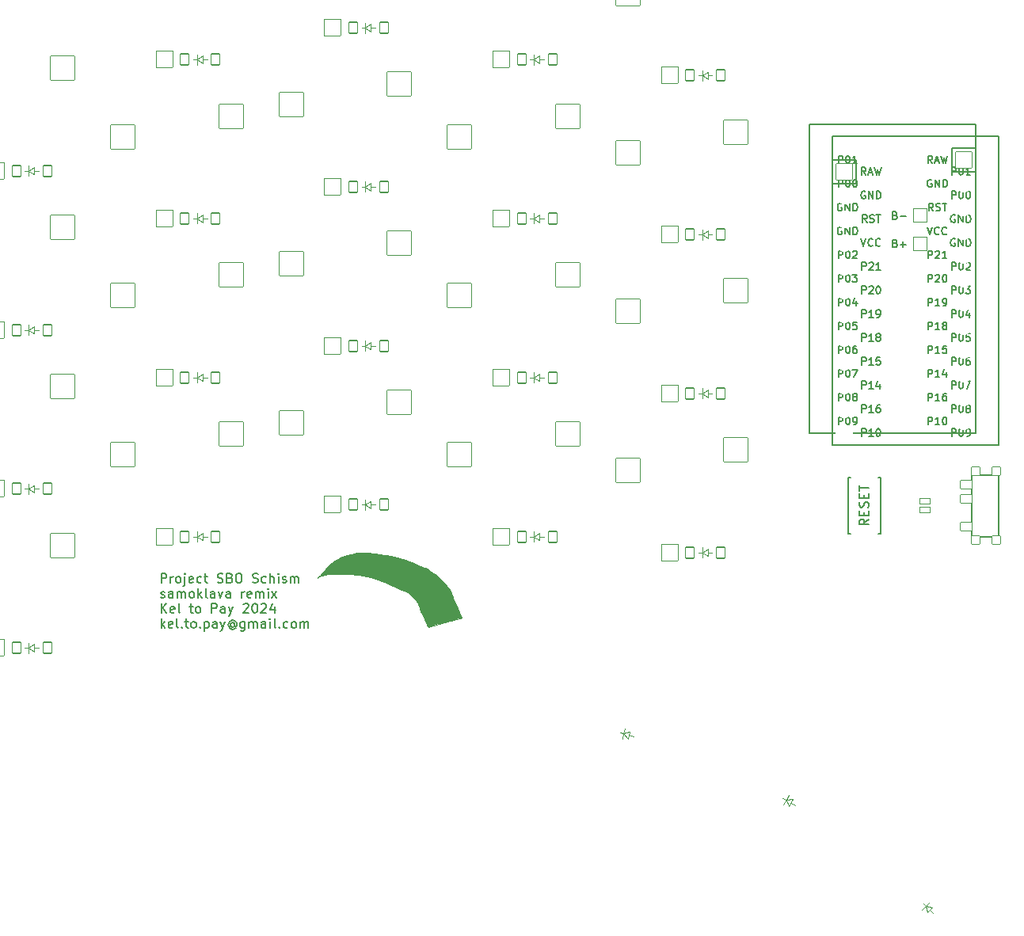
<source format=gto>
%TF.GenerationSoftware,KiCad,Pcbnew,8.0.2*%
%TF.CreationDate,2024-05-30T16:07:25+01:00*%
%TF.ProjectId,board,626f6172-642e-46b6-9963-61645f706362,0.3*%
%TF.SameCoordinates,Original*%
%TF.FileFunction,Legend,Top*%
%TF.FilePolarity,Positive*%
%FSLAX46Y46*%
G04 Gerber Fmt 4.6, Leading zero omitted, Abs format (unit mm)*
G04 Created by KiCad (PCBNEW 8.0.2) date 2024-05-30 16:07:25*
%MOMM*%
%LPD*%
G01*
G04 APERTURE LIST*
G04 Aperture macros list*
%AMRoundRect*
0 Rectangle with rounded corners*
0 $1 Rounding radius*
0 $2 $3 $4 $5 $6 $7 $8 $9 X,Y pos of 4 corners*
0 Add a 4 corners polygon primitive as box body*
4,1,4,$2,$3,$4,$5,$6,$7,$8,$9,$2,$3,0*
0 Add four circle primitives for the rounded corners*
1,1,$1+$1,$2,$3*
1,1,$1+$1,$4,$5*
1,1,$1+$1,$6,$7*
1,1,$1+$1,$8,$9*
0 Add four rect primitives between the rounded corners*
20,1,$1+$1,$2,$3,$4,$5,0*
20,1,$1+$1,$4,$5,$6,$7,0*
20,1,$1+$1,$6,$7,$8,$9,0*
20,1,$1+$1,$8,$9,$2,$3,0*%
G04 Aperture macros list end*
%ADD10C,0.150000*%
%ADD11C,0.100000*%
%ADD12C,0.050000*%
%ADD13C,2.000000*%
%ADD14R,1.752600X1.752600*%
%ADD15C,1.752600*%
%ADD16RoundRect,0.050000X-0.450000X0.450000X-0.450000X-0.450000X0.450000X-0.450000X0.450000X0.450000X0*%
%ADD17C,1.100000*%
%ADD18RoundRect,0.050000X-0.625000X0.450000X-0.625000X-0.450000X0.625000X-0.450000X0.625000X0.450000X0*%
%ADD19C,2.100000*%
%ADD20C,1.801800*%
%ADD21C,3.100000*%
%ADD22C,3.529000*%
%ADD23RoundRect,0.050000X-1.300000X-1.300000X1.300000X-1.300000X1.300000X1.300000X-1.300000X1.300000X0*%
%ADD24RoundRect,0.050000X-0.889000X-0.889000X0.889000X-0.889000X0.889000X0.889000X-0.889000X0.889000X0*%
%ADD25RoundRect,0.050000X-0.450000X-0.600000X0.450000X-0.600000X0.450000X0.600000X-0.450000X0.600000X0*%
%ADD26C,2.005000*%
%ADD27RoundRect,0.050000X-1.088798X-0.628618X0.628618X-1.088798X1.088798X0.628618X-0.628618X1.088798X0*%
%ADD28RoundRect,0.050000X-0.589958X-0.463087X0.279375X-0.696024X0.589958X0.463087X-0.279375X0.696024X0*%
%ADD29RoundRect,0.050000X-1.838478X0.000000X0.000000X-1.838478X1.838478X0.000000X0.000000X1.838478X0*%
%ADD30RoundRect,0.050000X-0.750000X-0.750000X0.750000X-0.750000X0.750000X0.750000X-0.750000X0.750000X0*%
%ADD31C,1.300000*%
%ADD32O,2.300000X1.700000*%
%ADD33RoundRect,0.050000X-1.592168X-0.919239X0.919239X-1.592168X1.592168X0.919239X-0.919239X1.592168X0*%
%ADD34RoundRect,0.050000X-1.257236X0.000000X0.000000X-1.257236X1.257236X0.000000X0.000000X1.257236X0*%
%ADD35RoundRect,0.050000X-0.742462X-0.106066X-0.106066X-0.742462X0.742462X0.106066X0.106066X0.742462X0*%
%ADD36RoundRect,0.050000X-1.214397X-0.325397X0.325397X-1.214397X1.214397X0.325397X-0.325397X1.214397X0*%
%ADD37RoundRect,0.050000X-0.689711X-0.294615X0.089711X-0.744615X0.689711X0.294615X-0.089711X0.744615X0*%
%ADD38RoundRect,0.050000X-0.571500X0.317500X-0.571500X-0.317500X0.571500X-0.317500X0.571500X0.317500X0*%
%ADD39RoundRect,0.050000X-0.876300X0.876300X-0.876300X-0.876300X0.876300X-0.876300X0.876300X0.876300X0*%
%ADD40C,1.852600*%
%ADD41RoundRect,0.050000X-1.775833X-0.475833X0.475833X-1.775833X1.775833X0.475833X-0.475833X1.775833X0*%
G04 APERTURE END LIST*
D10*
X13836779Y1960096D02*
X13836779Y2960096D01*
X13836779Y2960096D02*
X14217731Y2960096D01*
X14217731Y2960096D02*
X14312969Y2912477D01*
X14312969Y2912477D02*
X14360588Y2864858D01*
X14360588Y2864858D02*
X14408207Y2769620D01*
X14408207Y2769620D02*
X14408207Y2626763D01*
X14408207Y2626763D02*
X14360588Y2531525D01*
X14360588Y2531525D02*
X14312969Y2483906D01*
X14312969Y2483906D02*
X14217731Y2436287D01*
X14217731Y2436287D02*
X13836779Y2436287D01*
X14836779Y1960096D02*
X14836779Y2626763D01*
X14836779Y2436287D02*
X14884398Y2531525D01*
X14884398Y2531525D02*
X14932017Y2579144D01*
X14932017Y2579144D02*
X15027255Y2626763D01*
X15027255Y2626763D02*
X15122493Y2626763D01*
X15598684Y1960096D02*
X15503446Y2007716D01*
X15503446Y2007716D02*
X15455827Y2055335D01*
X15455827Y2055335D02*
X15408208Y2150573D01*
X15408208Y2150573D02*
X15408208Y2436287D01*
X15408208Y2436287D02*
X15455827Y2531525D01*
X15455827Y2531525D02*
X15503446Y2579144D01*
X15503446Y2579144D02*
X15598684Y2626763D01*
X15598684Y2626763D02*
X15741541Y2626763D01*
X15741541Y2626763D02*
X15836779Y2579144D01*
X15836779Y2579144D02*
X15884398Y2531525D01*
X15884398Y2531525D02*
X15932017Y2436287D01*
X15932017Y2436287D02*
X15932017Y2150573D01*
X15932017Y2150573D02*
X15884398Y2055335D01*
X15884398Y2055335D02*
X15836779Y2007716D01*
X15836779Y2007716D02*
X15741541Y1960096D01*
X15741541Y1960096D02*
X15598684Y1960096D01*
X16360589Y2626763D02*
X16360589Y1769620D01*
X16360589Y1769620D02*
X16312970Y1674382D01*
X16312970Y1674382D02*
X16217732Y1626763D01*
X16217732Y1626763D02*
X16170113Y1626763D01*
X16360589Y2960096D02*
X16312970Y2912477D01*
X16312970Y2912477D02*
X16360589Y2864858D01*
X16360589Y2864858D02*
X16408208Y2912477D01*
X16408208Y2912477D02*
X16360589Y2960096D01*
X16360589Y2960096D02*
X16360589Y2864858D01*
X17217731Y2007716D02*
X17122493Y1960096D01*
X17122493Y1960096D02*
X16932017Y1960096D01*
X16932017Y1960096D02*
X16836779Y2007716D01*
X16836779Y2007716D02*
X16789160Y2102954D01*
X16789160Y2102954D02*
X16789160Y2483906D01*
X16789160Y2483906D02*
X16836779Y2579144D01*
X16836779Y2579144D02*
X16932017Y2626763D01*
X16932017Y2626763D02*
X17122493Y2626763D01*
X17122493Y2626763D02*
X17217731Y2579144D01*
X17217731Y2579144D02*
X17265350Y2483906D01*
X17265350Y2483906D02*
X17265350Y2388668D01*
X17265350Y2388668D02*
X16789160Y2293430D01*
X18122493Y2007716D02*
X18027255Y1960096D01*
X18027255Y1960096D02*
X17836779Y1960096D01*
X17836779Y1960096D02*
X17741541Y2007716D01*
X17741541Y2007716D02*
X17693922Y2055335D01*
X17693922Y2055335D02*
X17646303Y2150573D01*
X17646303Y2150573D02*
X17646303Y2436287D01*
X17646303Y2436287D02*
X17693922Y2531525D01*
X17693922Y2531525D02*
X17741541Y2579144D01*
X17741541Y2579144D02*
X17836779Y2626763D01*
X17836779Y2626763D02*
X18027255Y2626763D01*
X18027255Y2626763D02*
X18122493Y2579144D01*
X18408208Y2626763D02*
X18789160Y2626763D01*
X18551065Y2960096D02*
X18551065Y2102954D01*
X18551065Y2102954D02*
X18598684Y2007716D01*
X18598684Y2007716D02*
X18693922Y1960096D01*
X18693922Y1960096D02*
X18789160Y1960096D01*
X19836780Y2007716D02*
X19979637Y1960096D01*
X19979637Y1960096D02*
X20217732Y1960096D01*
X20217732Y1960096D02*
X20312970Y2007716D01*
X20312970Y2007716D02*
X20360589Y2055335D01*
X20360589Y2055335D02*
X20408208Y2150573D01*
X20408208Y2150573D02*
X20408208Y2245811D01*
X20408208Y2245811D02*
X20360589Y2341049D01*
X20360589Y2341049D02*
X20312970Y2388668D01*
X20312970Y2388668D02*
X20217732Y2436287D01*
X20217732Y2436287D02*
X20027256Y2483906D01*
X20027256Y2483906D02*
X19932018Y2531525D01*
X19932018Y2531525D02*
X19884399Y2579144D01*
X19884399Y2579144D02*
X19836780Y2674382D01*
X19836780Y2674382D02*
X19836780Y2769620D01*
X19836780Y2769620D02*
X19884399Y2864858D01*
X19884399Y2864858D02*
X19932018Y2912477D01*
X19932018Y2912477D02*
X20027256Y2960096D01*
X20027256Y2960096D02*
X20265351Y2960096D01*
X20265351Y2960096D02*
X20408208Y2912477D01*
X21170113Y2483906D02*
X21312970Y2436287D01*
X21312970Y2436287D02*
X21360589Y2388668D01*
X21360589Y2388668D02*
X21408208Y2293430D01*
X21408208Y2293430D02*
X21408208Y2150573D01*
X21408208Y2150573D02*
X21360589Y2055335D01*
X21360589Y2055335D02*
X21312970Y2007716D01*
X21312970Y2007716D02*
X21217732Y1960096D01*
X21217732Y1960096D02*
X20836780Y1960096D01*
X20836780Y1960096D02*
X20836780Y2960096D01*
X20836780Y2960096D02*
X21170113Y2960096D01*
X21170113Y2960096D02*
X21265351Y2912477D01*
X21265351Y2912477D02*
X21312970Y2864858D01*
X21312970Y2864858D02*
X21360589Y2769620D01*
X21360589Y2769620D02*
X21360589Y2674382D01*
X21360589Y2674382D02*
X21312970Y2579144D01*
X21312970Y2579144D02*
X21265351Y2531525D01*
X21265351Y2531525D02*
X21170113Y2483906D01*
X21170113Y2483906D02*
X20836780Y2483906D01*
X22027256Y2960096D02*
X22217732Y2960096D01*
X22217732Y2960096D02*
X22312970Y2912477D01*
X22312970Y2912477D02*
X22408208Y2817239D01*
X22408208Y2817239D02*
X22455827Y2626763D01*
X22455827Y2626763D02*
X22455827Y2293430D01*
X22455827Y2293430D02*
X22408208Y2102954D01*
X22408208Y2102954D02*
X22312970Y2007716D01*
X22312970Y2007716D02*
X22217732Y1960096D01*
X22217732Y1960096D02*
X22027256Y1960096D01*
X22027256Y1960096D02*
X21932018Y2007716D01*
X21932018Y2007716D02*
X21836780Y2102954D01*
X21836780Y2102954D02*
X21789161Y2293430D01*
X21789161Y2293430D02*
X21789161Y2626763D01*
X21789161Y2626763D02*
X21836780Y2817239D01*
X21836780Y2817239D02*
X21932018Y2912477D01*
X21932018Y2912477D02*
X22027256Y2960096D01*
X23598685Y2007716D02*
X23741542Y1960096D01*
X23741542Y1960096D02*
X23979637Y1960096D01*
X23979637Y1960096D02*
X24074875Y2007716D01*
X24074875Y2007716D02*
X24122494Y2055335D01*
X24122494Y2055335D02*
X24170113Y2150573D01*
X24170113Y2150573D02*
X24170113Y2245811D01*
X24170113Y2245811D02*
X24122494Y2341049D01*
X24122494Y2341049D02*
X24074875Y2388668D01*
X24074875Y2388668D02*
X23979637Y2436287D01*
X23979637Y2436287D02*
X23789161Y2483906D01*
X23789161Y2483906D02*
X23693923Y2531525D01*
X23693923Y2531525D02*
X23646304Y2579144D01*
X23646304Y2579144D02*
X23598685Y2674382D01*
X23598685Y2674382D02*
X23598685Y2769620D01*
X23598685Y2769620D02*
X23646304Y2864858D01*
X23646304Y2864858D02*
X23693923Y2912477D01*
X23693923Y2912477D02*
X23789161Y2960096D01*
X23789161Y2960096D02*
X24027256Y2960096D01*
X24027256Y2960096D02*
X24170113Y2912477D01*
X25027256Y2007716D02*
X24932018Y1960096D01*
X24932018Y1960096D02*
X24741542Y1960096D01*
X24741542Y1960096D02*
X24646304Y2007716D01*
X24646304Y2007716D02*
X24598685Y2055335D01*
X24598685Y2055335D02*
X24551066Y2150573D01*
X24551066Y2150573D02*
X24551066Y2436287D01*
X24551066Y2436287D02*
X24598685Y2531525D01*
X24598685Y2531525D02*
X24646304Y2579144D01*
X24646304Y2579144D02*
X24741542Y2626763D01*
X24741542Y2626763D02*
X24932018Y2626763D01*
X24932018Y2626763D02*
X25027256Y2579144D01*
X25455828Y1960096D02*
X25455828Y2960096D01*
X25884399Y1960096D02*
X25884399Y2483906D01*
X25884399Y2483906D02*
X25836780Y2579144D01*
X25836780Y2579144D02*
X25741542Y2626763D01*
X25741542Y2626763D02*
X25598685Y2626763D01*
X25598685Y2626763D02*
X25503447Y2579144D01*
X25503447Y2579144D02*
X25455828Y2531525D01*
X26360590Y1960096D02*
X26360590Y2626763D01*
X26360590Y2960096D02*
X26312971Y2912477D01*
X26312971Y2912477D02*
X26360590Y2864858D01*
X26360590Y2864858D02*
X26408209Y2912477D01*
X26408209Y2912477D02*
X26360590Y2960096D01*
X26360590Y2960096D02*
X26360590Y2864858D01*
X26789161Y2007716D02*
X26884399Y1960096D01*
X26884399Y1960096D02*
X27074875Y1960096D01*
X27074875Y1960096D02*
X27170113Y2007716D01*
X27170113Y2007716D02*
X27217732Y2102954D01*
X27217732Y2102954D02*
X27217732Y2150573D01*
X27217732Y2150573D02*
X27170113Y2245811D01*
X27170113Y2245811D02*
X27074875Y2293430D01*
X27074875Y2293430D02*
X26932018Y2293430D01*
X26932018Y2293430D02*
X26836780Y2341049D01*
X26836780Y2341049D02*
X26789161Y2436287D01*
X26789161Y2436287D02*
X26789161Y2483906D01*
X26789161Y2483906D02*
X26836780Y2579144D01*
X26836780Y2579144D02*
X26932018Y2626763D01*
X26932018Y2626763D02*
X27074875Y2626763D01*
X27074875Y2626763D02*
X27170113Y2579144D01*
X27646304Y1960096D02*
X27646304Y2626763D01*
X27646304Y2531525D02*
X27693923Y2579144D01*
X27693923Y2579144D02*
X27789161Y2626763D01*
X27789161Y2626763D02*
X27932018Y2626763D01*
X27932018Y2626763D02*
X28027256Y2579144D01*
X28027256Y2579144D02*
X28074875Y2483906D01*
X28074875Y2483906D02*
X28074875Y1960096D01*
X28074875Y2483906D02*
X28122494Y2579144D01*
X28122494Y2579144D02*
X28217732Y2626763D01*
X28217732Y2626763D02*
X28360589Y2626763D01*
X28360589Y2626763D02*
X28455828Y2579144D01*
X28455828Y2579144D02*
X28503447Y2483906D01*
X28503447Y2483906D02*
X28503447Y1960096D01*
X13789160Y397772D02*
X13884398Y350152D01*
X13884398Y350152D02*
X14074874Y350152D01*
X14074874Y350152D02*
X14170112Y397772D01*
X14170112Y397772D02*
X14217731Y493010D01*
X14217731Y493010D02*
X14217731Y540629D01*
X14217731Y540629D02*
X14170112Y635867D01*
X14170112Y635867D02*
X14074874Y683486D01*
X14074874Y683486D02*
X13932017Y683486D01*
X13932017Y683486D02*
X13836779Y731105D01*
X13836779Y731105D02*
X13789160Y826343D01*
X13789160Y826343D02*
X13789160Y873962D01*
X13789160Y873962D02*
X13836779Y969200D01*
X13836779Y969200D02*
X13932017Y1016819D01*
X13932017Y1016819D02*
X14074874Y1016819D01*
X14074874Y1016819D02*
X14170112Y969200D01*
X15074874Y350152D02*
X15074874Y873962D01*
X15074874Y873962D02*
X15027255Y969200D01*
X15027255Y969200D02*
X14932017Y1016819D01*
X14932017Y1016819D02*
X14741541Y1016819D01*
X14741541Y1016819D02*
X14646303Y969200D01*
X15074874Y397772D02*
X14979636Y350152D01*
X14979636Y350152D02*
X14741541Y350152D01*
X14741541Y350152D02*
X14646303Y397772D01*
X14646303Y397772D02*
X14598684Y493010D01*
X14598684Y493010D02*
X14598684Y588248D01*
X14598684Y588248D02*
X14646303Y683486D01*
X14646303Y683486D02*
X14741541Y731105D01*
X14741541Y731105D02*
X14979636Y731105D01*
X14979636Y731105D02*
X15074874Y778724D01*
X15551065Y350152D02*
X15551065Y1016819D01*
X15551065Y921581D02*
X15598684Y969200D01*
X15598684Y969200D02*
X15693922Y1016819D01*
X15693922Y1016819D02*
X15836779Y1016819D01*
X15836779Y1016819D02*
X15932017Y969200D01*
X15932017Y969200D02*
X15979636Y873962D01*
X15979636Y873962D02*
X15979636Y350152D01*
X15979636Y873962D02*
X16027255Y969200D01*
X16027255Y969200D02*
X16122493Y1016819D01*
X16122493Y1016819D02*
X16265350Y1016819D01*
X16265350Y1016819D02*
X16360589Y969200D01*
X16360589Y969200D02*
X16408208Y873962D01*
X16408208Y873962D02*
X16408208Y350152D01*
X17027255Y350152D02*
X16932017Y397772D01*
X16932017Y397772D02*
X16884398Y445391D01*
X16884398Y445391D02*
X16836779Y540629D01*
X16836779Y540629D02*
X16836779Y826343D01*
X16836779Y826343D02*
X16884398Y921581D01*
X16884398Y921581D02*
X16932017Y969200D01*
X16932017Y969200D02*
X17027255Y1016819D01*
X17027255Y1016819D02*
X17170112Y1016819D01*
X17170112Y1016819D02*
X17265350Y969200D01*
X17265350Y969200D02*
X17312969Y921581D01*
X17312969Y921581D02*
X17360588Y826343D01*
X17360588Y826343D02*
X17360588Y540629D01*
X17360588Y540629D02*
X17312969Y445391D01*
X17312969Y445391D02*
X17265350Y397772D01*
X17265350Y397772D02*
X17170112Y350152D01*
X17170112Y350152D02*
X17027255Y350152D01*
X17789160Y350152D02*
X17789160Y1350152D01*
X17884398Y731105D02*
X18170112Y350152D01*
X18170112Y1016819D02*
X17789160Y635867D01*
X18741541Y350152D02*
X18646303Y397772D01*
X18646303Y397772D02*
X18598684Y493010D01*
X18598684Y493010D02*
X18598684Y1350152D01*
X19551065Y350152D02*
X19551065Y873962D01*
X19551065Y873962D02*
X19503446Y969200D01*
X19503446Y969200D02*
X19408208Y1016819D01*
X19408208Y1016819D02*
X19217732Y1016819D01*
X19217732Y1016819D02*
X19122494Y969200D01*
X19551065Y397772D02*
X19455827Y350152D01*
X19455827Y350152D02*
X19217732Y350152D01*
X19217732Y350152D02*
X19122494Y397772D01*
X19122494Y397772D02*
X19074875Y493010D01*
X19074875Y493010D02*
X19074875Y588248D01*
X19074875Y588248D02*
X19122494Y683486D01*
X19122494Y683486D02*
X19217732Y731105D01*
X19217732Y731105D02*
X19455827Y731105D01*
X19455827Y731105D02*
X19551065Y778724D01*
X19932018Y1016819D02*
X20170113Y350152D01*
X20170113Y350152D02*
X20408208Y1016819D01*
X21217732Y350152D02*
X21217732Y873962D01*
X21217732Y873962D02*
X21170113Y969200D01*
X21170113Y969200D02*
X21074875Y1016819D01*
X21074875Y1016819D02*
X20884399Y1016819D01*
X20884399Y1016819D02*
X20789161Y969200D01*
X21217732Y397772D02*
X21122494Y350152D01*
X21122494Y350152D02*
X20884399Y350152D01*
X20884399Y350152D02*
X20789161Y397772D01*
X20789161Y397772D02*
X20741542Y493010D01*
X20741542Y493010D02*
X20741542Y588248D01*
X20741542Y588248D02*
X20789161Y683486D01*
X20789161Y683486D02*
X20884399Y731105D01*
X20884399Y731105D02*
X21122494Y731105D01*
X21122494Y731105D02*
X21217732Y778724D01*
X22455828Y350152D02*
X22455828Y1016819D01*
X22455828Y826343D02*
X22503447Y921581D01*
X22503447Y921581D02*
X22551066Y969200D01*
X22551066Y969200D02*
X22646304Y1016819D01*
X22646304Y1016819D02*
X22741542Y1016819D01*
X23455828Y397772D02*
X23360590Y350152D01*
X23360590Y350152D02*
X23170114Y350152D01*
X23170114Y350152D02*
X23074876Y397772D01*
X23074876Y397772D02*
X23027257Y493010D01*
X23027257Y493010D02*
X23027257Y873962D01*
X23027257Y873962D02*
X23074876Y969200D01*
X23074876Y969200D02*
X23170114Y1016819D01*
X23170114Y1016819D02*
X23360590Y1016819D01*
X23360590Y1016819D02*
X23455828Y969200D01*
X23455828Y969200D02*
X23503447Y873962D01*
X23503447Y873962D02*
X23503447Y778724D01*
X23503447Y778724D02*
X23027257Y683486D01*
X23932019Y350152D02*
X23932019Y1016819D01*
X23932019Y921581D02*
X23979638Y969200D01*
X23979638Y969200D02*
X24074876Y1016819D01*
X24074876Y1016819D02*
X24217733Y1016819D01*
X24217733Y1016819D02*
X24312971Y969200D01*
X24312971Y969200D02*
X24360590Y873962D01*
X24360590Y873962D02*
X24360590Y350152D01*
X24360590Y873962D02*
X24408209Y969200D01*
X24408209Y969200D02*
X24503447Y1016819D01*
X24503447Y1016819D02*
X24646304Y1016819D01*
X24646304Y1016819D02*
X24741543Y969200D01*
X24741543Y969200D02*
X24789162Y873962D01*
X24789162Y873962D02*
X24789162Y350152D01*
X25265352Y350152D02*
X25265352Y1016819D01*
X25265352Y1350152D02*
X25217733Y1302533D01*
X25217733Y1302533D02*
X25265352Y1254914D01*
X25265352Y1254914D02*
X25312971Y1302533D01*
X25312971Y1302533D02*
X25265352Y1350152D01*
X25265352Y1350152D02*
X25265352Y1254914D01*
X25646304Y350152D02*
X26170113Y1016819D01*
X25646304Y1016819D02*
X26170113Y350152D01*
X13836779Y-1259791D02*
X13836779Y-259791D01*
X14408207Y-1259791D02*
X13979636Y-688362D01*
X14408207Y-259791D02*
X13836779Y-831219D01*
X15217731Y-1212172D02*
X15122493Y-1259791D01*
X15122493Y-1259791D02*
X14932017Y-1259791D01*
X14932017Y-1259791D02*
X14836779Y-1212172D01*
X14836779Y-1212172D02*
X14789160Y-1116933D01*
X14789160Y-1116933D02*
X14789160Y-735981D01*
X14789160Y-735981D02*
X14836779Y-640743D01*
X14836779Y-640743D02*
X14932017Y-593124D01*
X14932017Y-593124D02*
X15122493Y-593124D01*
X15122493Y-593124D02*
X15217731Y-640743D01*
X15217731Y-640743D02*
X15265350Y-735981D01*
X15265350Y-735981D02*
X15265350Y-831219D01*
X15265350Y-831219D02*
X14789160Y-926457D01*
X15836779Y-1259791D02*
X15741541Y-1212172D01*
X15741541Y-1212172D02*
X15693922Y-1116933D01*
X15693922Y-1116933D02*
X15693922Y-259791D01*
X16836780Y-593124D02*
X17217732Y-593124D01*
X16979637Y-259791D02*
X16979637Y-1116933D01*
X16979637Y-1116933D02*
X17027256Y-1212172D01*
X17027256Y-1212172D02*
X17122494Y-1259791D01*
X17122494Y-1259791D02*
X17217732Y-1259791D01*
X17693923Y-1259791D02*
X17598685Y-1212172D01*
X17598685Y-1212172D02*
X17551066Y-1164552D01*
X17551066Y-1164552D02*
X17503447Y-1069314D01*
X17503447Y-1069314D02*
X17503447Y-783600D01*
X17503447Y-783600D02*
X17551066Y-688362D01*
X17551066Y-688362D02*
X17598685Y-640743D01*
X17598685Y-640743D02*
X17693923Y-593124D01*
X17693923Y-593124D02*
X17836780Y-593124D01*
X17836780Y-593124D02*
X17932018Y-640743D01*
X17932018Y-640743D02*
X17979637Y-688362D01*
X17979637Y-688362D02*
X18027256Y-783600D01*
X18027256Y-783600D02*
X18027256Y-1069314D01*
X18027256Y-1069314D02*
X17979637Y-1164552D01*
X17979637Y-1164552D02*
X17932018Y-1212172D01*
X17932018Y-1212172D02*
X17836780Y-1259791D01*
X17836780Y-1259791D02*
X17693923Y-1259791D01*
X19217733Y-1259791D02*
X19217733Y-259791D01*
X19217733Y-259791D02*
X19598685Y-259791D01*
X19598685Y-259791D02*
X19693923Y-307410D01*
X19693923Y-307410D02*
X19741542Y-355029D01*
X19741542Y-355029D02*
X19789161Y-450267D01*
X19789161Y-450267D02*
X19789161Y-593124D01*
X19789161Y-593124D02*
X19741542Y-688362D01*
X19741542Y-688362D02*
X19693923Y-735981D01*
X19693923Y-735981D02*
X19598685Y-783600D01*
X19598685Y-783600D02*
X19217733Y-783600D01*
X20646304Y-1259791D02*
X20646304Y-735981D01*
X20646304Y-735981D02*
X20598685Y-640743D01*
X20598685Y-640743D02*
X20503447Y-593124D01*
X20503447Y-593124D02*
X20312971Y-593124D01*
X20312971Y-593124D02*
X20217733Y-640743D01*
X20646304Y-1212172D02*
X20551066Y-1259791D01*
X20551066Y-1259791D02*
X20312971Y-1259791D01*
X20312971Y-1259791D02*
X20217733Y-1212172D01*
X20217733Y-1212172D02*
X20170114Y-1116933D01*
X20170114Y-1116933D02*
X20170114Y-1021695D01*
X20170114Y-1021695D02*
X20217733Y-926457D01*
X20217733Y-926457D02*
X20312971Y-878838D01*
X20312971Y-878838D02*
X20551066Y-878838D01*
X20551066Y-878838D02*
X20646304Y-831219D01*
X21027257Y-593124D02*
X21265352Y-1259791D01*
X21503447Y-593124D02*
X21265352Y-1259791D01*
X21265352Y-1259791D02*
X21170114Y-1497886D01*
X21170114Y-1497886D02*
X21122495Y-1545505D01*
X21122495Y-1545505D02*
X21027257Y-1593124D01*
X22598686Y-355029D02*
X22646305Y-307410D01*
X22646305Y-307410D02*
X22741543Y-259791D01*
X22741543Y-259791D02*
X22979638Y-259791D01*
X22979638Y-259791D02*
X23074876Y-307410D01*
X23074876Y-307410D02*
X23122495Y-355029D01*
X23122495Y-355029D02*
X23170114Y-450267D01*
X23170114Y-450267D02*
X23170114Y-545505D01*
X23170114Y-545505D02*
X23122495Y-688362D01*
X23122495Y-688362D02*
X22551067Y-1259791D01*
X22551067Y-1259791D02*
X23170114Y-1259791D01*
X23789162Y-259791D02*
X23884400Y-259791D01*
X23884400Y-259791D02*
X23979638Y-307410D01*
X23979638Y-307410D02*
X24027257Y-355029D01*
X24027257Y-355029D02*
X24074876Y-450267D01*
X24074876Y-450267D02*
X24122495Y-640743D01*
X24122495Y-640743D02*
X24122495Y-878838D01*
X24122495Y-878838D02*
X24074876Y-1069314D01*
X24074876Y-1069314D02*
X24027257Y-1164552D01*
X24027257Y-1164552D02*
X23979638Y-1212172D01*
X23979638Y-1212172D02*
X23884400Y-1259791D01*
X23884400Y-1259791D02*
X23789162Y-1259791D01*
X23789162Y-1259791D02*
X23693924Y-1212172D01*
X23693924Y-1212172D02*
X23646305Y-1164552D01*
X23646305Y-1164552D02*
X23598686Y-1069314D01*
X23598686Y-1069314D02*
X23551067Y-878838D01*
X23551067Y-878838D02*
X23551067Y-640743D01*
X23551067Y-640743D02*
X23598686Y-450267D01*
X23598686Y-450267D02*
X23646305Y-355029D01*
X23646305Y-355029D02*
X23693924Y-307410D01*
X23693924Y-307410D02*
X23789162Y-259791D01*
X24503448Y-355029D02*
X24551067Y-307410D01*
X24551067Y-307410D02*
X24646305Y-259791D01*
X24646305Y-259791D02*
X24884400Y-259791D01*
X24884400Y-259791D02*
X24979638Y-307410D01*
X24979638Y-307410D02*
X25027257Y-355029D01*
X25027257Y-355029D02*
X25074876Y-450267D01*
X25074876Y-450267D02*
X25074876Y-545505D01*
X25074876Y-545505D02*
X25027257Y-688362D01*
X25027257Y-688362D02*
X24455829Y-1259791D01*
X24455829Y-1259791D02*
X25074876Y-1259791D01*
X25932019Y-593124D02*
X25932019Y-1259791D01*
X25693924Y-212172D02*
X25455829Y-926457D01*
X25455829Y-926457D02*
X26074876Y-926457D01*
X13836779Y-2869735D02*
X13836779Y-1869735D01*
X13932017Y-2488782D02*
X14217731Y-2869735D01*
X14217731Y-2203068D02*
X13836779Y-2584020D01*
X15027255Y-2822116D02*
X14932017Y-2869735D01*
X14932017Y-2869735D02*
X14741541Y-2869735D01*
X14741541Y-2869735D02*
X14646303Y-2822116D01*
X14646303Y-2822116D02*
X14598684Y-2726877D01*
X14598684Y-2726877D02*
X14598684Y-2345925D01*
X14598684Y-2345925D02*
X14646303Y-2250687D01*
X14646303Y-2250687D02*
X14741541Y-2203068D01*
X14741541Y-2203068D02*
X14932017Y-2203068D01*
X14932017Y-2203068D02*
X15027255Y-2250687D01*
X15027255Y-2250687D02*
X15074874Y-2345925D01*
X15074874Y-2345925D02*
X15074874Y-2441163D01*
X15074874Y-2441163D02*
X14598684Y-2536401D01*
X15646303Y-2869735D02*
X15551065Y-2822116D01*
X15551065Y-2822116D02*
X15503446Y-2726877D01*
X15503446Y-2726877D02*
X15503446Y-1869735D01*
X16027256Y-2774496D02*
X16074875Y-2822116D01*
X16074875Y-2822116D02*
X16027256Y-2869735D01*
X16027256Y-2869735D02*
X15979637Y-2822116D01*
X15979637Y-2822116D02*
X16027256Y-2774496D01*
X16027256Y-2774496D02*
X16027256Y-2869735D01*
X16360589Y-2203068D02*
X16741541Y-2203068D01*
X16503446Y-1869735D02*
X16503446Y-2726877D01*
X16503446Y-2726877D02*
X16551065Y-2822116D01*
X16551065Y-2822116D02*
X16646303Y-2869735D01*
X16646303Y-2869735D02*
X16741541Y-2869735D01*
X17217732Y-2869735D02*
X17122494Y-2822116D01*
X17122494Y-2822116D02*
X17074875Y-2774496D01*
X17074875Y-2774496D02*
X17027256Y-2679258D01*
X17027256Y-2679258D02*
X17027256Y-2393544D01*
X17027256Y-2393544D02*
X17074875Y-2298306D01*
X17074875Y-2298306D02*
X17122494Y-2250687D01*
X17122494Y-2250687D02*
X17217732Y-2203068D01*
X17217732Y-2203068D02*
X17360589Y-2203068D01*
X17360589Y-2203068D02*
X17455827Y-2250687D01*
X17455827Y-2250687D02*
X17503446Y-2298306D01*
X17503446Y-2298306D02*
X17551065Y-2393544D01*
X17551065Y-2393544D02*
X17551065Y-2679258D01*
X17551065Y-2679258D02*
X17503446Y-2774496D01*
X17503446Y-2774496D02*
X17455827Y-2822116D01*
X17455827Y-2822116D02*
X17360589Y-2869735D01*
X17360589Y-2869735D02*
X17217732Y-2869735D01*
X17979637Y-2774496D02*
X18027256Y-2822116D01*
X18027256Y-2822116D02*
X17979637Y-2869735D01*
X17979637Y-2869735D02*
X17932018Y-2822116D01*
X17932018Y-2822116D02*
X17979637Y-2774496D01*
X17979637Y-2774496D02*
X17979637Y-2869735D01*
X18455827Y-2203068D02*
X18455827Y-3203068D01*
X18455827Y-2250687D02*
X18551065Y-2203068D01*
X18551065Y-2203068D02*
X18741541Y-2203068D01*
X18741541Y-2203068D02*
X18836779Y-2250687D01*
X18836779Y-2250687D02*
X18884398Y-2298306D01*
X18884398Y-2298306D02*
X18932017Y-2393544D01*
X18932017Y-2393544D02*
X18932017Y-2679258D01*
X18932017Y-2679258D02*
X18884398Y-2774496D01*
X18884398Y-2774496D02*
X18836779Y-2822116D01*
X18836779Y-2822116D02*
X18741541Y-2869735D01*
X18741541Y-2869735D02*
X18551065Y-2869735D01*
X18551065Y-2869735D02*
X18455827Y-2822116D01*
X19789160Y-2869735D02*
X19789160Y-2345925D01*
X19789160Y-2345925D02*
X19741541Y-2250687D01*
X19741541Y-2250687D02*
X19646303Y-2203068D01*
X19646303Y-2203068D02*
X19455827Y-2203068D01*
X19455827Y-2203068D02*
X19360589Y-2250687D01*
X19789160Y-2822116D02*
X19693922Y-2869735D01*
X19693922Y-2869735D02*
X19455827Y-2869735D01*
X19455827Y-2869735D02*
X19360589Y-2822116D01*
X19360589Y-2822116D02*
X19312970Y-2726877D01*
X19312970Y-2726877D02*
X19312970Y-2631639D01*
X19312970Y-2631639D02*
X19360589Y-2536401D01*
X19360589Y-2536401D02*
X19455827Y-2488782D01*
X19455827Y-2488782D02*
X19693922Y-2488782D01*
X19693922Y-2488782D02*
X19789160Y-2441163D01*
X20170113Y-2203068D02*
X20408208Y-2869735D01*
X20646303Y-2203068D02*
X20408208Y-2869735D01*
X20408208Y-2869735D02*
X20312970Y-3107830D01*
X20312970Y-3107830D02*
X20265351Y-3155449D01*
X20265351Y-3155449D02*
X20170113Y-3203068D01*
X21646303Y-2393544D02*
X21598684Y-2345925D01*
X21598684Y-2345925D02*
X21503446Y-2298306D01*
X21503446Y-2298306D02*
X21408208Y-2298306D01*
X21408208Y-2298306D02*
X21312970Y-2345925D01*
X21312970Y-2345925D02*
X21265351Y-2393544D01*
X21265351Y-2393544D02*
X21217732Y-2488782D01*
X21217732Y-2488782D02*
X21217732Y-2584020D01*
X21217732Y-2584020D02*
X21265351Y-2679258D01*
X21265351Y-2679258D02*
X21312970Y-2726877D01*
X21312970Y-2726877D02*
X21408208Y-2774496D01*
X21408208Y-2774496D02*
X21503446Y-2774496D01*
X21503446Y-2774496D02*
X21598684Y-2726877D01*
X21598684Y-2726877D02*
X21646303Y-2679258D01*
X21646303Y-2298306D02*
X21646303Y-2679258D01*
X21646303Y-2679258D02*
X21693922Y-2726877D01*
X21693922Y-2726877D02*
X21741541Y-2726877D01*
X21741541Y-2726877D02*
X21836780Y-2679258D01*
X21836780Y-2679258D02*
X21884399Y-2584020D01*
X21884399Y-2584020D02*
X21884399Y-2345925D01*
X21884399Y-2345925D02*
X21789161Y-2203068D01*
X21789161Y-2203068D02*
X21646303Y-2107830D01*
X21646303Y-2107830D02*
X21455827Y-2060211D01*
X21455827Y-2060211D02*
X21265351Y-2107830D01*
X21265351Y-2107830D02*
X21122494Y-2203068D01*
X21122494Y-2203068D02*
X21027256Y-2345925D01*
X21027256Y-2345925D02*
X20979637Y-2536401D01*
X20979637Y-2536401D02*
X21027256Y-2726877D01*
X21027256Y-2726877D02*
X21122494Y-2869735D01*
X21122494Y-2869735D02*
X21265351Y-2964973D01*
X21265351Y-2964973D02*
X21455827Y-3012592D01*
X21455827Y-3012592D02*
X21646303Y-2964973D01*
X21646303Y-2964973D02*
X21789161Y-2869735D01*
X22741541Y-2203068D02*
X22741541Y-3012592D01*
X22741541Y-3012592D02*
X22693922Y-3107830D01*
X22693922Y-3107830D02*
X22646303Y-3155449D01*
X22646303Y-3155449D02*
X22551065Y-3203068D01*
X22551065Y-3203068D02*
X22408208Y-3203068D01*
X22408208Y-3203068D02*
X22312970Y-3155449D01*
X22741541Y-2822116D02*
X22646303Y-2869735D01*
X22646303Y-2869735D02*
X22455827Y-2869735D01*
X22455827Y-2869735D02*
X22360589Y-2822116D01*
X22360589Y-2822116D02*
X22312970Y-2774496D01*
X22312970Y-2774496D02*
X22265351Y-2679258D01*
X22265351Y-2679258D02*
X22265351Y-2393544D01*
X22265351Y-2393544D02*
X22312970Y-2298306D01*
X22312970Y-2298306D02*
X22360589Y-2250687D01*
X22360589Y-2250687D02*
X22455827Y-2203068D01*
X22455827Y-2203068D02*
X22646303Y-2203068D01*
X22646303Y-2203068D02*
X22741541Y-2250687D01*
X23217732Y-2869735D02*
X23217732Y-2203068D01*
X23217732Y-2298306D02*
X23265351Y-2250687D01*
X23265351Y-2250687D02*
X23360589Y-2203068D01*
X23360589Y-2203068D02*
X23503446Y-2203068D01*
X23503446Y-2203068D02*
X23598684Y-2250687D01*
X23598684Y-2250687D02*
X23646303Y-2345925D01*
X23646303Y-2345925D02*
X23646303Y-2869735D01*
X23646303Y-2345925D02*
X23693922Y-2250687D01*
X23693922Y-2250687D02*
X23789160Y-2203068D01*
X23789160Y-2203068D02*
X23932017Y-2203068D01*
X23932017Y-2203068D02*
X24027256Y-2250687D01*
X24027256Y-2250687D02*
X24074875Y-2345925D01*
X24074875Y-2345925D02*
X24074875Y-2869735D01*
X24979636Y-2869735D02*
X24979636Y-2345925D01*
X24979636Y-2345925D02*
X24932017Y-2250687D01*
X24932017Y-2250687D02*
X24836779Y-2203068D01*
X24836779Y-2203068D02*
X24646303Y-2203068D01*
X24646303Y-2203068D02*
X24551065Y-2250687D01*
X24979636Y-2822116D02*
X24884398Y-2869735D01*
X24884398Y-2869735D02*
X24646303Y-2869735D01*
X24646303Y-2869735D02*
X24551065Y-2822116D01*
X24551065Y-2822116D02*
X24503446Y-2726877D01*
X24503446Y-2726877D02*
X24503446Y-2631639D01*
X24503446Y-2631639D02*
X24551065Y-2536401D01*
X24551065Y-2536401D02*
X24646303Y-2488782D01*
X24646303Y-2488782D02*
X24884398Y-2488782D01*
X24884398Y-2488782D02*
X24979636Y-2441163D01*
X25455827Y-2869735D02*
X25455827Y-2203068D01*
X25455827Y-1869735D02*
X25408208Y-1917354D01*
X25408208Y-1917354D02*
X25455827Y-1964973D01*
X25455827Y-1964973D02*
X25503446Y-1917354D01*
X25503446Y-1917354D02*
X25455827Y-1869735D01*
X25455827Y-1869735D02*
X25455827Y-1964973D01*
X26074874Y-2869735D02*
X25979636Y-2822116D01*
X25979636Y-2822116D02*
X25932017Y-2726877D01*
X25932017Y-2726877D02*
X25932017Y-1869735D01*
X26455827Y-2774496D02*
X26503446Y-2822116D01*
X26503446Y-2822116D02*
X26455827Y-2869735D01*
X26455827Y-2869735D02*
X26408208Y-2822116D01*
X26408208Y-2822116D02*
X26455827Y-2774496D01*
X26455827Y-2774496D02*
X26455827Y-2869735D01*
X27360588Y-2822116D02*
X27265350Y-2869735D01*
X27265350Y-2869735D02*
X27074874Y-2869735D01*
X27074874Y-2869735D02*
X26979636Y-2822116D01*
X26979636Y-2822116D02*
X26932017Y-2774496D01*
X26932017Y-2774496D02*
X26884398Y-2679258D01*
X26884398Y-2679258D02*
X26884398Y-2393544D01*
X26884398Y-2393544D02*
X26932017Y-2298306D01*
X26932017Y-2298306D02*
X26979636Y-2250687D01*
X26979636Y-2250687D02*
X27074874Y-2203068D01*
X27074874Y-2203068D02*
X27265350Y-2203068D01*
X27265350Y-2203068D02*
X27360588Y-2250687D01*
X27932017Y-2869735D02*
X27836779Y-2822116D01*
X27836779Y-2822116D02*
X27789160Y-2774496D01*
X27789160Y-2774496D02*
X27741541Y-2679258D01*
X27741541Y-2679258D02*
X27741541Y-2393544D01*
X27741541Y-2393544D02*
X27789160Y-2298306D01*
X27789160Y-2298306D02*
X27836779Y-2250687D01*
X27836779Y-2250687D02*
X27932017Y-2203068D01*
X27932017Y-2203068D02*
X28074874Y-2203068D01*
X28074874Y-2203068D02*
X28170112Y-2250687D01*
X28170112Y-2250687D02*
X28217731Y-2298306D01*
X28217731Y-2298306D02*
X28265350Y-2393544D01*
X28265350Y-2393544D02*
X28265350Y-2679258D01*
X28265350Y-2679258D02*
X28217731Y-2774496D01*
X28217731Y-2774496D02*
X28170112Y-2822116D01*
X28170112Y-2822116D02*
X28074874Y-2869735D01*
X28074874Y-2869735D02*
X27932017Y-2869735D01*
X28693922Y-2869735D02*
X28693922Y-2203068D01*
X28693922Y-2298306D02*
X28741541Y-2250687D01*
X28741541Y-2250687D02*
X28836779Y-2203068D01*
X28836779Y-2203068D02*
X28979636Y-2203068D01*
X28979636Y-2203068D02*
X29074874Y-2250687D01*
X29074874Y-2250687D02*
X29122493Y-2345925D01*
X29122493Y-2345925D02*
X29122493Y-2869735D01*
X29122493Y-2345925D02*
X29170112Y-2250687D01*
X29170112Y-2250687D02*
X29265350Y-2203068D01*
X29265350Y-2203068D02*
X29408207Y-2203068D01*
X29408207Y-2203068D02*
X29503446Y-2250687D01*
X29503446Y-2250687D02*
X29551065Y-2345925D01*
X29551065Y-2345925D02*
X29551065Y-2869735D01*
X89454819Y8747618D02*
X88978628Y8414285D01*
X89454819Y8176190D02*
X88454819Y8176190D01*
X88454819Y8176190D02*
X88454819Y8557142D01*
X88454819Y8557142D02*
X88502438Y8652380D01*
X88502438Y8652380D02*
X88550057Y8699999D01*
X88550057Y8699999D02*
X88645295Y8747618D01*
X88645295Y8747618D02*
X88788152Y8747618D01*
X88788152Y8747618D02*
X88883390Y8699999D01*
X88883390Y8699999D02*
X88931009Y8652380D01*
X88931009Y8652380D02*
X88978628Y8557142D01*
X88978628Y8557142D02*
X88978628Y8176190D01*
X88931009Y9176190D02*
X88931009Y9509523D01*
X89454819Y9652380D02*
X89454819Y9176190D01*
X89454819Y9176190D02*
X88454819Y9176190D01*
X88454819Y9176190D02*
X88454819Y9652380D01*
X89407200Y10033333D02*
X89454819Y10176190D01*
X89454819Y10176190D02*
X89454819Y10414285D01*
X89454819Y10414285D02*
X89407200Y10509523D01*
X89407200Y10509523D02*
X89359580Y10557142D01*
X89359580Y10557142D02*
X89264342Y10604761D01*
X89264342Y10604761D02*
X89169104Y10604761D01*
X89169104Y10604761D02*
X89073866Y10557142D01*
X89073866Y10557142D02*
X89026247Y10509523D01*
X89026247Y10509523D02*
X88978628Y10414285D01*
X88978628Y10414285D02*
X88931009Y10223809D01*
X88931009Y10223809D02*
X88883390Y10128571D01*
X88883390Y10128571D02*
X88835771Y10080952D01*
X88835771Y10080952D02*
X88740533Y10033333D01*
X88740533Y10033333D02*
X88645295Y10033333D01*
X88645295Y10033333D02*
X88550057Y10080952D01*
X88550057Y10080952D02*
X88502438Y10128571D01*
X88502438Y10128571D02*
X88454819Y10223809D01*
X88454819Y10223809D02*
X88454819Y10461904D01*
X88454819Y10461904D02*
X88502438Y10604761D01*
X88931009Y11033333D02*
X88931009Y11366666D01*
X89454819Y11509523D02*
X89454819Y11033333D01*
X89454819Y11033333D02*
X88454819Y11033333D01*
X88454819Y11033333D02*
X88454819Y11509523D01*
X88454819Y11795238D02*
X88454819Y12366666D01*
X89454819Y12080952D02*
X88454819Y12080952D01*
X92311904Y41256752D02*
X92426190Y41218657D01*
X92426190Y41218657D02*
X92464285Y41180561D01*
X92464285Y41180561D02*
X92502381Y41104371D01*
X92502381Y41104371D02*
X92502381Y40990085D01*
X92502381Y40990085D02*
X92464285Y40913895D01*
X92464285Y40913895D02*
X92426190Y40875800D01*
X92426190Y40875800D02*
X92350000Y40837704D01*
X92350000Y40837704D02*
X92045238Y40837704D01*
X92045238Y40837704D02*
X92045238Y41637704D01*
X92045238Y41637704D02*
X92311904Y41637704D01*
X92311904Y41637704D02*
X92388095Y41599609D01*
X92388095Y41599609D02*
X92426190Y41561514D01*
X92426190Y41561514D02*
X92464285Y41485323D01*
X92464285Y41485323D02*
X92464285Y41409133D01*
X92464285Y41409133D02*
X92426190Y41332942D01*
X92426190Y41332942D02*
X92388095Y41294847D01*
X92388095Y41294847D02*
X92311904Y41256752D01*
X92311904Y41256752D02*
X92045238Y41256752D01*
X92845238Y41142466D02*
X93454762Y41142466D01*
X92311904Y38256752D02*
X92426190Y38218657D01*
X92426190Y38218657D02*
X92464285Y38180561D01*
X92464285Y38180561D02*
X92502381Y38104371D01*
X92502381Y38104371D02*
X92502381Y37990085D01*
X92502381Y37990085D02*
X92464285Y37913895D01*
X92464285Y37913895D02*
X92426190Y37875800D01*
X92426190Y37875800D02*
X92350000Y37837704D01*
X92350000Y37837704D02*
X92045238Y37837704D01*
X92045238Y37837704D02*
X92045238Y38637704D01*
X92045238Y38637704D02*
X92311904Y38637704D01*
X92311904Y38637704D02*
X92388095Y38599609D01*
X92388095Y38599609D02*
X92426190Y38561514D01*
X92426190Y38561514D02*
X92464285Y38485323D01*
X92464285Y38485323D02*
X92464285Y38409133D01*
X92464285Y38409133D02*
X92426190Y38332942D01*
X92426190Y38332942D02*
X92388095Y38294847D01*
X92388095Y38294847D02*
X92311904Y38256752D01*
X92311904Y38256752D02*
X92045238Y38256752D01*
X92845238Y38142466D02*
X93454762Y38142466D01*
X93150000Y37837704D02*
X93150000Y38447228D01*
X98328571Y27777704D02*
X98328571Y28577704D01*
X98328571Y28577704D02*
X98633333Y28577704D01*
X98633333Y28577704D02*
X98709523Y28539609D01*
X98709523Y28539609D02*
X98747618Y28501514D01*
X98747618Y28501514D02*
X98785714Y28425323D01*
X98785714Y28425323D02*
X98785714Y28311038D01*
X98785714Y28311038D02*
X98747618Y28234847D01*
X98747618Y28234847D02*
X98709523Y28196752D01*
X98709523Y28196752D02*
X98633333Y28158657D01*
X98633333Y28158657D02*
X98328571Y28158657D01*
X99280952Y28577704D02*
X99357142Y28577704D01*
X99357142Y28577704D02*
X99433333Y28539609D01*
X99433333Y28539609D02*
X99471428Y28501514D01*
X99471428Y28501514D02*
X99509523Y28425323D01*
X99509523Y28425323D02*
X99547618Y28272942D01*
X99547618Y28272942D02*
X99547618Y28082466D01*
X99547618Y28082466D02*
X99509523Y27930085D01*
X99509523Y27930085D02*
X99471428Y27853895D01*
X99471428Y27853895D02*
X99433333Y27815800D01*
X99433333Y27815800D02*
X99357142Y27777704D01*
X99357142Y27777704D02*
X99280952Y27777704D01*
X99280952Y27777704D02*
X99204761Y27815800D01*
X99204761Y27815800D02*
X99166666Y27853895D01*
X99166666Y27853895D02*
X99128571Y27930085D01*
X99128571Y27930085D02*
X99090475Y28082466D01*
X99090475Y28082466D02*
X99090475Y28272942D01*
X99090475Y28272942D02*
X99128571Y28425323D01*
X99128571Y28425323D02*
X99166666Y28501514D01*
X99166666Y28501514D02*
X99204761Y28539609D01*
X99204761Y28539609D02*
X99280952Y28577704D01*
X100271428Y28577704D02*
X99890476Y28577704D01*
X99890476Y28577704D02*
X99852380Y28196752D01*
X99852380Y28196752D02*
X99890476Y28234847D01*
X99890476Y28234847D02*
X99966666Y28272942D01*
X99966666Y28272942D02*
X100157142Y28272942D01*
X100157142Y28272942D02*
X100233333Y28234847D01*
X100233333Y28234847D02*
X100271428Y28196752D01*
X100271428Y28196752D02*
X100309523Y28120561D01*
X100309523Y28120561D02*
X100309523Y27930085D01*
X100309523Y27930085D02*
X100271428Y27853895D01*
X100271428Y27853895D02*
X100233333Y27815800D01*
X100233333Y27815800D02*
X100157142Y27777704D01*
X100157142Y27777704D02*
X99966666Y27777704D01*
X99966666Y27777704D02*
X99890476Y27815800D01*
X99890476Y27815800D02*
X99852380Y27853895D01*
X88633333Y38737704D02*
X88900000Y37937704D01*
X88900000Y37937704D02*
X89166666Y38737704D01*
X89890476Y38013895D02*
X89852380Y37975800D01*
X89852380Y37975800D02*
X89738095Y37937704D01*
X89738095Y37937704D02*
X89661904Y37937704D01*
X89661904Y37937704D02*
X89547618Y37975800D01*
X89547618Y37975800D02*
X89471428Y38051990D01*
X89471428Y38051990D02*
X89433333Y38128180D01*
X89433333Y38128180D02*
X89395237Y38280561D01*
X89395237Y38280561D02*
X89395237Y38394847D01*
X89395237Y38394847D02*
X89433333Y38547228D01*
X89433333Y38547228D02*
X89471428Y38623419D01*
X89471428Y38623419D02*
X89547618Y38699609D01*
X89547618Y38699609D02*
X89661904Y38737704D01*
X89661904Y38737704D02*
X89738095Y38737704D01*
X89738095Y38737704D02*
X89852380Y38699609D01*
X89852380Y38699609D02*
X89890476Y38661514D01*
X90690476Y38013895D02*
X90652380Y37975800D01*
X90652380Y37975800D02*
X90538095Y37937704D01*
X90538095Y37937704D02*
X90461904Y37937704D01*
X90461904Y37937704D02*
X90347618Y37975800D01*
X90347618Y37975800D02*
X90271428Y38051990D01*
X90271428Y38051990D02*
X90233333Y38128180D01*
X90233333Y38128180D02*
X90195237Y38280561D01*
X90195237Y38280561D02*
X90195237Y38394847D01*
X90195237Y38394847D02*
X90233333Y38547228D01*
X90233333Y38547228D02*
X90271428Y38623419D01*
X90271428Y38623419D02*
X90347618Y38699609D01*
X90347618Y38699609D02*
X90461904Y38737704D01*
X90461904Y38737704D02*
X90538095Y38737704D01*
X90538095Y38737704D02*
X90652380Y38699609D01*
X90652380Y38699609D02*
X90690476Y38661514D01*
X88728571Y17617704D02*
X88728571Y18417704D01*
X88728571Y18417704D02*
X89033333Y18417704D01*
X89033333Y18417704D02*
X89109523Y18379609D01*
X89109523Y18379609D02*
X89147618Y18341514D01*
X89147618Y18341514D02*
X89185714Y18265323D01*
X89185714Y18265323D02*
X89185714Y18151038D01*
X89185714Y18151038D02*
X89147618Y18074847D01*
X89147618Y18074847D02*
X89109523Y18036752D01*
X89109523Y18036752D02*
X89033333Y17998657D01*
X89033333Y17998657D02*
X88728571Y17998657D01*
X89947618Y17617704D02*
X89490475Y17617704D01*
X89719047Y17617704D02*
X89719047Y18417704D01*
X89719047Y18417704D02*
X89642856Y18303419D01*
X89642856Y18303419D02*
X89566666Y18227228D01*
X89566666Y18227228D02*
X89490475Y18189133D01*
X90442857Y18417704D02*
X90519047Y18417704D01*
X90519047Y18417704D02*
X90595238Y18379609D01*
X90595238Y18379609D02*
X90633333Y18341514D01*
X90633333Y18341514D02*
X90671428Y18265323D01*
X90671428Y18265323D02*
X90709523Y18112942D01*
X90709523Y18112942D02*
X90709523Y17922466D01*
X90709523Y17922466D02*
X90671428Y17770085D01*
X90671428Y17770085D02*
X90633333Y17693895D01*
X90633333Y17693895D02*
X90595238Y17655800D01*
X90595238Y17655800D02*
X90519047Y17617704D01*
X90519047Y17617704D02*
X90442857Y17617704D01*
X90442857Y17617704D02*
X90366666Y17655800D01*
X90366666Y17655800D02*
X90328571Y17693895D01*
X90328571Y17693895D02*
X90290476Y17770085D01*
X90290476Y17770085D02*
X90252380Y17922466D01*
X90252380Y17922466D02*
X90252380Y18112942D01*
X90252380Y18112942D02*
X90290476Y18265323D01*
X90290476Y18265323D02*
X90328571Y18341514D01*
X90328571Y18341514D02*
X90366666Y18379609D01*
X90366666Y18379609D02*
X90442857Y18417704D01*
X98328571Y25237704D02*
X98328571Y26037704D01*
X98328571Y26037704D02*
X98633333Y26037704D01*
X98633333Y26037704D02*
X98709523Y25999609D01*
X98709523Y25999609D02*
X98747618Y25961514D01*
X98747618Y25961514D02*
X98785714Y25885323D01*
X98785714Y25885323D02*
X98785714Y25771038D01*
X98785714Y25771038D02*
X98747618Y25694847D01*
X98747618Y25694847D02*
X98709523Y25656752D01*
X98709523Y25656752D02*
X98633333Y25618657D01*
X98633333Y25618657D02*
X98328571Y25618657D01*
X99280952Y26037704D02*
X99357142Y26037704D01*
X99357142Y26037704D02*
X99433333Y25999609D01*
X99433333Y25999609D02*
X99471428Y25961514D01*
X99471428Y25961514D02*
X99509523Y25885323D01*
X99509523Y25885323D02*
X99547618Y25732942D01*
X99547618Y25732942D02*
X99547618Y25542466D01*
X99547618Y25542466D02*
X99509523Y25390085D01*
X99509523Y25390085D02*
X99471428Y25313895D01*
X99471428Y25313895D02*
X99433333Y25275800D01*
X99433333Y25275800D02*
X99357142Y25237704D01*
X99357142Y25237704D02*
X99280952Y25237704D01*
X99280952Y25237704D02*
X99204761Y25275800D01*
X99204761Y25275800D02*
X99166666Y25313895D01*
X99166666Y25313895D02*
X99128571Y25390085D01*
X99128571Y25390085D02*
X99090475Y25542466D01*
X99090475Y25542466D02*
X99090475Y25732942D01*
X99090475Y25732942D02*
X99128571Y25885323D01*
X99128571Y25885323D02*
X99166666Y25961514D01*
X99166666Y25961514D02*
X99204761Y25999609D01*
X99204761Y25999609D02*
X99280952Y26037704D01*
X100233333Y26037704D02*
X100080952Y26037704D01*
X100080952Y26037704D02*
X100004761Y25999609D01*
X100004761Y25999609D02*
X99966666Y25961514D01*
X99966666Y25961514D02*
X99890476Y25847228D01*
X99890476Y25847228D02*
X99852380Y25694847D01*
X99852380Y25694847D02*
X99852380Y25390085D01*
X99852380Y25390085D02*
X99890476Y25313895D01*
X99890476Y25313895D02*
X99928571Y25275800D01*
X99928571Y25275800D02*
X100004761Y25237704D01*
X100004761Y25237704D02*
X100157142Y25237704D01*
X100157142Y25237704D02*
X100233333Y25275800D01*
X100233333Y25275800D02*
X100271428Y25313895D01*
X100271428Y25313895D02*
X100309523Y25390085D01*
X100309523Y25390085D02*
X100309523Y25580561D01*
X100309523Y25580561D02*
X100271428Y25656752D01*
X100271428Y25656752D02*
X100233333Y25694847D01*
X100233333Y25694847D02*
X100157142Y25732942D01*
X100157142Y25732942D02*
X100004761Y25732942D01*
X100004761Y25732942D02*
X99928571Y25694847D01*
X99928571Y25694847D02*
X99890476Y25656752D01*
X99890476Y25656752D02*
X99852380Y25580561D01*
X98328571Y35397704D02*
X98328571Y36197704D01*
X98328571Y36197704D02*
X98633333Y36197704D01*
X98633333Y36197704D02*
X98709523Y36159609D01*
X98709523Y36159609D02*
X98747618Y36121514D01*
X98747618Y36121514D02*
X98785714Y36045323D01*
X98785714Y36045323D02*
X98785714Y35931038D01*
X98785714Y35931038D02*
X98747618Y35854847D01*
X98747618Y35854847D02*
X98709523Y35816752D01*
X98709523Y35816752D02*
X98633333Y35778657D01*
X98633333Y35778657D02*
X98328571Y35778657D01*
X99280952Y36197704D02*
X99357142Y36197704D01*
X99357142Y36197704D02*
X99433333Y36159609D01*
X99433333Y36159609D02*
X99471428Y36121514D01*
X99471428Y36121514D02*
X99509523Y36045323D01*
X99509523Y36045323D02*
X99547618Y35892942D01*
X99547618Y35892942D02*
X99547618Y35702466D01*
X99547618Y35702466D02*
X99509523Y35550085D01*
X99509523Y35550085D02*
X99471428Y35473895D01*
X99471428Y35473895D02*
X99433333Y35435800D01*
X99433333Y35435800D02*
X99357142Y35397704D01*
X99357142Y35397704D02*
X99280952Y35397704D01*
X99280952Y35397704D02*
X99204761Y35435800D01*
X99204761Y35435800D02*
X99166666Y35473895D01*
X99166666Y35473895D02*
X99128571Y35550085D01*
X99128571Y35550085D02*
X99090475Y35702466D01*
X99090475Y35702466D02*
X99090475Y35892942D01*
X99090475Y35892942D02*
X99128571Y36045323D01*
X99128571Y36045323D02*
X99166666Y36121514D01*
X99166666Y36121514D02*
X99204761Y36159609D01*
X99204761Y36159609D02*
X99280952Y36197704D01*
X99852380Y36121514D02*
X99890476Y36159609D01*
X99890476Y36159609D02*
X99966666Y36197704D01*
X99966666Y36197704D02*
X100157142Y36197704D01*
X100157142Y36197704D02*
X100233333Y36159609D01*
X100233333Y36159609D02*
X100271428Y36121514D01*
X100271428Y36121514D02*
X100309523Y36045323D01*
X100309523Y36045323D02*
X100309523Y35969133D01*
X100309523Y35969133D02*
X100271428Y35854847D01*
X100271428Y35854847D02*
X99814285Y35397704D01*
X99814285Y35397704D02*
X100309523Y35397704D01*
X89090476Y43779609D02*
X89014286Y43817704D01*
X89014286Y43817704D02*
X88900000Y43817704D01*
X88900000Y43817704D02*
X88785714Y43779609D01*
X88785714Y43779609D02*
X88709524Y43703419D01*
X88709524Y43703419D02*
X88671429Y43627228D01*
X88671429Y43627228D02*
X88633333Y43474847D01*
X88633333Y43474847D02*
X88633333Y43360561D01*
X88633333Y43360561D02*
X88671429Y43208180D01*
X88671429Y43208180D02*
X88709524Y43131990D01*
X88709524Y43131990D02*
X88785714Y43055800D01*
X88785714Y43055800D02*
X88900000Y43017704D01*
X88900000Y43017704D02*
X88976191Y43017704D01*
X88976191Y43017704D02*
X89090476Y43055800D01*
X89090476Y43055800D02*
X89128572Y43093895D01*
X89128572Y43093895D02*
X89128572Y43360561D01*
X89128572Y43360561D02*
X88976191Y43360561D01*
X89471429Y43017704D02*
X89471429Y43817704D01*
X89471429Y43817704D02*
X89928572Y43017704D01*
X89928572Y43017704D02*
X89928572Y43817704D01*
X90309524Y43017704D02*
X90309524Y43817704D01*
X90309524Y43817704D02*
X90500000Y43817704D01*
X90500000Y43817704D02*
X90614286Y43779609D01*
X90614286Y43779609D02*
X90690476Y43703419D01*
X90690476Y43703419D02*
X90728571Y43627228D01*
X90728571Y43627228D02*
X90766667Y43474847D01*
X90766667Y43474847D02*
X90766667Y43360561D01*
X90766667Y43360561D02*
X90728571Y43208180D01*
X90728571Y43208180D02*
X90690476Y43131990D01*
X90690476Y43131990D02*
X90614286Y43055800D01*
X90614286Y43055800D02*
X90500000Y43017704D01*
X90500000Y43017704D02*
X90309524Y43017704D01*
X89261905Y40477704D02*
X88995238Y40858657D01*
X88804762Y40477704D02*
X88804762Y41277704D01*
X88804762Y41277704D02*
X89109524Y41277704D01*
X89109524Y41277704D02*
X89185714Y41239609D01*
X89185714Y41239609D02*
X89223809Y41201514D01*
X89223809Y41201514D02*
X89261905Y41125323D01*
X89261905Y41125323D02*
X89261905Y41011038D01*
X89261905Y41011038D02*
X89223809Y40934847D01*
X89223809Y40934847D02*
X89185714Y40896752D01*
X89185714Y40896752D02*
X89109524Y40858657D01*
X89109524Y40858657D02*
X88804762Y40858657D01*
X89566666Y40515800D02*
X89680952Y40477704D01*
X89680952Y40477704D02*
X89871428Y40477704D01*
X89871428Y40477704D02*
X89947619Y40515800D01*
X89947619Y40515800D02*
X89985714Y40553895D01*
X89985714Y40553895D02*
X90023809Y40630085D01*
X90023809Y40630085D02*
X90023809Y40706276D01*
X90023809Y40706276D02*
X89985714Y40782466D01*
X89985714Y40782466D02*
X89947619Y40820561D01*
X89947619Y40820561D02*
X89871428Y40858657D01*
X89871428Y40858657D02*
X89719047Y40896752D01*
X89719047Y40896752D02*
X89642857Y40934847D01*
X89642857Y40934847D02*
X89604762Y40972942D01*
X89604762Y40972942D02*
X89566666Y41049133D01*
X89566666Y41049133D02*
X89566666Y41125323D01*
X89566666Y41125323D02*
X89604762Y41201514D01*
X89604762Y41201514D02*
X89642857Y41239609D01*
X89642857Y41239609D02*
X89719047Y41277704D01*
X89719047Y41277704D02*
X89909524Y41277704D01*
X89909524Y41277704D02*
X90023809Y41239609D01*
X90252381Y41277704D02*
X90709524Y41277704D01*
X90480952Y40477704D02*
X90480952Y41277704D01*
X98328571Y43017704D02*
X98328571Y43817704D01*
X98328571Y43817704D02*
X98633333Y43817704D01*
X98633333Y43817704D02*
X98709523Y43779609D01*
X98709523Y43779609D02*
X98747618Y43741514D01*
X98747618Y43741514D02*
X98785714Y43665323D01*
X98785714Y43665323D02*
X98785714Y43551038D01*
X98785714Y43551038D02*
X98747618Y43474847D01*
X98747618Y43474847D02*
X98709523Y43436752D01*
X98709523Y43436752D02*
X98633333Y43398657D01*
X98633333Y43398657D02*
X98328571Y43398657D01*
X99280952Y43817704D02*
X99357142Y43817704D01*
X99357142Y43817704D02*
X99433333Y43779609D01*
X99433333Y43779609D02*
X99471428Y43741514D01*
X99471428Y43741514D02*
X99509523Y43665323D01*
X99509523Y43665323D02*
X99547618Y43512942D01*
X99547618Y43512942D02*
X99547618Y43322466D01*
X99547618Y43322466D02*
X99509523Y43170085D01*
X99509523Y43170085D02*
X99471428Y43093895D01*
X99471428Y43093895D02*
X99433333Y43055800D01*
X99433333Y43055800D02*
X99357142Y43017704D01*
X99357142Y43017704D02*
X99280952Y43017704D01*
X99280952Y43017704D02*
X99204761Y43055800D01*
X99204761Y43055800D02*
X99166666Y43093895D01*
X99166666Y43093895D02*
X99128571Y43170085D01*
X99128571Y43170085D02*
X99090475Y43322466D01*
X99090475Y43322466D02*
X99090475Y43512942D01*
X99090475Y43512942D02*
X99128571Y43665323D01*
X99128571Y43665323D02*
X99166666Y43741514D01*
X99166666Y43741514D02*
X99204761Y43779609D01*
X99204761Y43779609D02*
X99280952Y43817704D01*
X100042857Y43817704D02*
X100119047Y43817704D01*
X100119047Y43817704D02*
X100195238Y43779609D01*
X100195238Y43779609D02*
X100233333Y43741514D01*
X100233333Y43741514D02*
X100271428Y43665323D01*
X100271428Y43665323D02*
X100309523Y43512942D01*
X100309523Y43512942D02*
X100309523Y43322466D01*
X100309523Y43322466D02*
X100271428Y43170085D01*
X100271428Y43170085D02*
X100233333Y43093895D01*
X100233333Y43093895D02*
X100195238Y43055800D01*
X100195238Y43055800D02*
X100119047Y43017704D01*
X100119047Y43017704D02*
X100042857Y43017704D01*
X100042857Y43017704D02*
X99966666Y43055800D01*
X99966666Y43055800D02*
X99928571Y43093895D01*
X99928571Y43093895D02*
X99890476Y43170085D01*
X99890476Y43170085D02*
X99852380Y43322466D01*
X99852380Y43322466D02*
X99852380Y43512942D01*
X99852380Y43512942D02*
X99890476Y43665323D01*
X99890476Y43665323D02*
X99928571Y43741514D01*
X99928571Y43741514D02*
X99966666Y43779609D01*
X99966666Y43779609D02*
X100042857Y43817704D01*
X89147619Y45557704D02*
X88880952Y45938657D01*
X88690476Y45557704D02*
X88690476Y46357704D01*
X88690476Y46357704D02*
X88995238Y46357704D01*
X88995238Y46357704D02*
X89071428Y46319609D01*
X89071428Y46319609D02*
X89109523Y46281514D01*
X89109523Y46281514D02*
X89147619Y46205323D01*
X89147619Y46205323D02*
X89147619Y46091038D01*
X89147619Y46091038D02*
X89109523Y46014847D01*
X89109523Y46014847D02*
X89071428Y45976752D01*
X89071428Y45976752D02*
X88995238Y45938657D01*
X88995238Y45938657D02*
X88690476Y45938657D01*
X89452380Y45786276D02*
X89833333Y45786276D01*
X89376190Y45557704D02*
X89642857Y46357704D01*
X89642857Y46357704D02*
X89909523Y45557704D01*
X90099999Y46357704D02*
X90290475Y45557704D01*
X90290475Y45557704D02*
X90442856Y46129133D01*
X90442856Y46129133D02*
X90595237Y45557704D01*
X90595237Y45557704D02*
X90785714Y46357704D01*
X98328571Y20157704D02*
X98328571Y20957704D01*
X98328571Y20957704D02*
X98633333Y20957704D01*
X98633333Y20957704D02*
X98709523Y20919609D01*
X98709523Y20919609D02*
X98747618Y20881514D01*
X98747618Y20881514D02*
X98785714Y20805323D01*
X98785714Y20805323D02*
X98785714Y20691038D01*
X98785714Y20691038D02*
X98747618Y20614847D01*
X98747618Y20614847D02*
X98709523Y20576752D01*
X98709523Y20576752D02*
X98633333Y20538657D01*
X98633333Y20538657D02*
X98328571Y20538657D01*
X99280952Y20957704D02*
X99357142Y20957704D01*
X99357142Y20957704D02*
X99433333Y20919609D01*
X99433333Y20919609D02*
X99471428Y20881514D01*
X99471428Y20881514D02*
X99509523Y20805323D01*
X99509523Y20805323D02*
X99547618Y20652942D01*
X99547618Y20652942D02*
X99547618Y20462466D01*
X99547618Y20462466D02*
X99509523Y20310085D01*
X99509523Y20310085D02*
X99471428Y20233895D01*
X99471428Y20233895D02*
X99433333Y20195800D01*
X99433333Y20195800D02*
X99357142Y20157704D01*
X99357142Y20157704D02*
X99280952Y20157704D01*
X99280952Y20157704D02*
X99204761Y20195800D01*
X99204761Y20195800D02*
X99166666Y20233895D01*
X99166666Y20233895D02*
X99128571Y20310085D01*
X99128571Y20310085D02*
X99090475Y20462466D01*
X99090475Y20462466D02*
X99090475Y20652942D01*
X99090475Y20652942D02*
X99128571Y20805323D01*
X99128571Y20805323D02*
X99166666Y20881514D01*
X99166666Y20881514D02*
X99204761Y20919609D01*
X99204761Y20919609D02*
X99280952Y20957704D01*
X100004761Y20614847D02*
X99928571Y20652942D01*
X99928571Y20652942D02*
X99890476Y20691038D01*
X99890476Y20691038D02*
X99852380Y20767228D01*
X99852380Y20767228D02*
X99852380Y20805323D01*
X99852380Y20805323D02*
X99890476Y20881514D01*
X99890476Y20881514D02*
X99928571Y20919609D01*
X99928571Y20919609D02*
X100004761Y20957704D01*
X100004761Y20957704D02*
X100157142Y20957704D01*
X100157142Y20957704D02*
X100233333Y20919609D01*
X100233333Y20919609D02*
X100271428Y20881514D01*
X100271428Y20881514D02*
X100309523Y20805323D01*
X100309523Y20805323D02*
X100309523Y20767228D01*
X100309523Y20767228D02*
X100271428Y20691038D01*
X100271428Y20691038D02*
X100233333Y20652942D01*
X100233333Y20652942D02*
X100157142Y20614847D01*
X100157142Y20614847D02*
X100004761Y20614847D01*
X100004761Y20614847D02*
X99928571Y20576752D01*
X99928571Y20576752D02*
X99890476Y20538657D01*
X99890476Y20538657D02*
X99852380Y20462466D01*
X99852380Y20462466D02*
X99852380Y20310085D01*
X99852380Y20310085D02*
X99890476Y20233895D01*
X99890476Y20233895D02*
X99928571Y20195800D01*
X99928571Y20195800D02*
X100004761Y20157704D01*
X100004761Y20157704D02*
X100157142Y20157704D01*
X100157142Y20157704D02*
X100233333Y20195800D01*
X100233333Y20195800D02*
X100271428Y20233895D01*
X100271428Y20233895D02*
X100309523Y20310085D01*
X100309523Y20310085D02*
X100309523Y20462466D01*
X100309523Y20462466D02*
X100271428Y20538657D01*
X100271428Y20538657D02*
X100233333Y20576752D01*
X100233333Y20576752D02*
X100157142Y20614847D01*
X98328571Y45557704D02*
X98328571Y46357704D01*
X98328571Y46357704D02*
X98633333Y46357704D01*
X98633333Y46357704D02*
X98709523Y46319609D01*
X98709523Y46319609D02*
X98747618Y46281514D01*
X98747618Y46281514D02*
X98785714Y46205323D01*
X98785714Y46205323D02*
X98785714Y46091038D01*
X98785714Y46091038D02*
X98747618Y46014847D01*
X98747618Y46014847D02*
X98709523Y45976752D01*
X98709523Y45976752D02*
X98633333Y45938657D01*
X98633333Y45938657D02*
X98328571Y45938657D01*
X99280952Y46357704D02*
X99357142Y46357704D01*
X99357142Y46357704D02*
X99433333Y46319609D01*
X99433333Y46319609D02*
X99471428Y46281514D01*
X99471428Y46281514D02*
X99509523Y46205323D01*
X99509523Y46205323D02*
X99547618Y46052942D01*
X99547618Y46052942D02*
X99547618Y45862466D01*
X99547618Y45862466D02*
X99509523Y45710085D01*
X99509523Y45710085D02*
X99471428Y45633895D01*
X99471428Y45633895D02*
X99433333Y45595800D01*
X99433333Y45595800D02*
X99357142Y45557704D01*
X99357142Y45557704D02*
X99280952Y45557704D01*
X99280952Y45557704D02*
X99204761Y45595800D01*
X99204761Y45595800D02*
X99166666Y45633895D01*
X99166666Y45633895D02*
X99128571Y45710085D01*
X99128571Y45710085D02*
X99090475Y45862466D01*
X99090475Y45862466D02*
X99090475Y46052942D01*
X99090475Y46052942D02*
X99128571Y46205323D01*
X99128571Y46205323D02*
X99166666Y46281514D01*
X99166666Y46281514D02*
X99204761Y46319609D01*
X99204761Y46319609D02*
X99280952Y46357704D01*
X100309523Y45557704D02*
X99852380Y45557704D01*
X100080952Y45557704D02*
X100080952Y46357704D01*
X100080952Y46357704D02*
X100004761Y46243419D01*
X100004761Y46243419D02*
X99928571Y46167228D01*
X99928571Y46167228D02*
X99852380Y46129133D01*
X88728571Y25237704D02*
X88728571Y26037704D01*
X88728571Y26037704D02*
X89033333Y26037704D01*
X89033333Y26037704D02*
X89109523Y25999609D01*
X89109523Y25999609D02*
X89147618Y25961514D01*
X89147618Y25961514D02*
X89185714Y25885323D01*
X89185714Y25885323D02*
X89185714Y25771038D01*
X89185714Y25771038D02*
X89147618Y25694847D01*
X89147618Y25694847D02*
X89109523Y25656752D01*
X89109523Y25656752D02*
X89033333Y25618657D01*
X89033333Y25618657D02*
X88728571Y25618657D01*
X89947618Y25237704D02*
X89490475Y25237704D01*
X89719047Y25237704D02*
X89719047Y26037704D01*
X89719047Y26037704D02*
X89642856Y25923419D01*
X89642856Y25923419D02*
X89566666Y25847228D01*
X89566666Y25847228D02*
X89490475Y25809133D01*
X90671428Y26037704D02*
X90290476Y26037704D01*
X90290476Y26037704D02*
X90252380Y25656752D01*
X90252380Y25656752D02*
X90290476Y25694847D01*
X90290476Y25694847D02*
X90366666Y25732942D01*
X90366666Y25732942D02*
X90557142Y25732942D01*
X90557142Y25732942D02*
X90633333Y25694847D01*
X90633333Y25694847D02*
X90671428Y25656752D01*
X90671428Y25656752D02*
X90709523Y25580561D01*
X90709523Y25580561D02*
X90709523Y25390085D01*
X90709523Y25390085D02*
X90671428Y25313895D01*
X90671428Y25313895D02*
X90633333Y25275800D01*
X90633333Y25275800D02*
X90557142Y25237704D01*
X90557142Y25237704D02*
X90366666Y25237704D01*
X90366666Y25237704D02*
X90290476Y25275800D01*
X90290476Y25275800D02*
X90252380Y25313895D01*
X98328571Y17617704D02*
X98328571Y18417704D01*
X98328571Y18417704D02*
X98633333Y18417704D01*
X98633333Y18417704D02*
X98709523Y18379609D01*
X98709523Y18379609D02*
X98747618Y18341514D01*
X98747618Y18341514D02*
X98785714Y18265323D01*
X98785714Y18265323D02*
X98785714Y18151038D01*
X98785714Y18151038D02*
X98747618Y18074847D01*
X98747618Y18074847D02*
X98709523Y18036752D01*
X98709523Y18036752D02*
X98633333Y17998657D01*
X98633333Y17998657D02*
X98328571Y17998657D01*
X99280952Y18417704D02*
X99357142Y18417704D01*
X99357142Y18417704D02*
X99433333Y18379609D01*
X99433333Y18379609D02*
X99471428Y18341514D01*
X99471428Y18341514D02*
X99509523Y18265323D01*
X99509523Y18265323D02*
X99547618Y18112942D01*
X99547618Y18112942D02*
X99547618Y17922466D01*
X99547618Y17922466D02*
X99509523Y17770085D01*
X99509523Y17770085D02*
X99471428Y17693895D01*
X99471428Y17693895D02*
X99433333Y17655800D01*
X99433333Y17655800D02*
X99357142Y17617704D01*
X99357142Y17617704D02*
X99280952Y17617704D01*
X99280952Y17617704D02*
X99204761Y17655800D01*
X99204761Y17655800D02*
X99166666Y17693895D01*
X99166666Y17693895D02*
X99128571Y17770085D01*
X99128571Y17770085D02*
X99090475Y17922466D01*
X99090475Y17922466D02*
X99090475Y18112942D01*
X99090475Y18112942D02*
X99128571Y18265323D01*
X99128571Y18265323D02*
X99166666Y18341514D01*
X99166666Y18341514D02*
X99204761Y18379609D01*
X99204761Y18379609D02*
X99280952Y18417704D01*
X99928571Y17617704D02*
X100080952Y17617704D01*
X100080952Y17617704D02*
X100157142Y17655800D01*
X100157142Y17655800D02*
X100195238Y17693895D01*
X100195238Y17693895D02*
X100271428Y17808180D01*
X100271428Y17808180D02*
X100309523Y17960561D01*
X100309523Y17960561D02*
X100309523Y18265323D01*
X100309523Y18265323D02*
X100271428Y18341514D01*
X100271428Y18341514D02*
X100233333Y18379609D01*
X100233333Y18379609D02*
X100157142Y18417704D01*
X100157142Y18417704D02*
X100004761Y18417704D01*
X100004761Y18417704D02*
X99928571Y18379609D01*
X99928571Y18379609D02*
X99890476Y18341514D01*
X99890476Y18341514D02*
X99852380Y18265323D01*
X99852380Y18265323D02*
X99852380Y18074847D01*
X99852380Y18074847D02*
X99890476Y17998657D01*
X99890476Y17998657D02*
X99928571Y17960561D01*
X99928571Y17960561D02*
X100004761Y17922466D01*
X100004761Y17922466D02*
X100157142Y17922466D01*
X100157142Y17922466D02*
X100233333Y17960561D01*
X100233333Y17960561D02*
X100271428Y17998657D01*
X100271428Y17998657D02*
X100309523Y18074847D01*
X88728571Y22697704D02*
X88728571Y23497704D01*
X88728571Y23497704D02*
X89033333Y23497704D01*
X89033333Y23497704D02*
X89109523Y23459609D01*
X89109523Y23459609D02*
X89147618Y23421514D01*
X89147618Y23421514D02*
X89185714Y23345323D01*
X89185714Y23345323D02*
X89185714Y23231038D01*
X89185714Y23231038D02*
X89147618Y23154847D01*
X89147618Y23154847D02*
X89109523Y23116752D01*
X89109523Y23116752D02*
X89033333Y23078657D01*
X89033333Y23078657D02*
X88728571Y23078657D01*
X89947618Y22697704D02*
X89490475Y22697704D01*
X89719047Y22697704D02*
X89719047Y23497704D01*
X89719047Y23497704D02*
X89642856Y23383419D01*
X89642856Y23383419D02*
X89566666Y23307228D01*
X89566666Y23307228D02*
X89490475Y23269133D01*
X90633333Y23231038D02*
X90633333Y22697704D01*
X90442857Y23535800D02*
X90252380Y22964371D01*
X90252380Y22964371D02*
X90747619Y22964371D01*
X88728571Y32857704D02*
X88728571Y33657704D01*
X88728571Y33657704D02*
X89033333Y33657704D01*
X89033333Y33657704D02*
X89109523Y33619609D01*
X89109523Y33619609D02*
X89147618Y33581514D01*
X89147618Y33581514D02*
X89185714Y33505323D01*
X89185714Y33505323D02*
X89185714Y33391038D01*
X89185714Y33391038D02*
X89147618Y33314847D01*
X89147618Y33314847D02*
X89109523Y33276752D01*
X89109523Y33276752D02*
X89033333Y33238657D01*
X89033333Y33238657D02*
X88728571Y33238657D01*
X89490475Y33581514D02*
X89528571Y33619609D01*
X89528571Y33619609D02*
X89604761Y33657704D01*
X89604761Y33657704D02*
X89795237Y33657704D01*
X89795237Y33657704D02*
X89871428Y33619609D01*
X89871428Y33619609D02*
X89909523Y33581514D01*
X89909523Y33581514D02*
X89947618Y33505323D01*
X89947618Y33505323D02*
X89947618Y33429133D01*
X89947618Y33429133D02*
X89909523Y33314847D01*
X89909523Y33314847D02*
X89452380Y32857704D01*
X89452380Y32857704D02*
X89947618Y32857704D01*
X90442857Y33657704D02*
X90519047Y33657704D01*
X90519047Y33657704D02*
X90595238Y33619609D01*
X90595238Y33619609D02*
X90633333Y33581514D01*
X90633333Y33581514D02*
X90671428Y33505323D01*
X90671428Y33505323D02*
X90709523Y33352942D01*
X90709523Y33352942D02*
X90709523Y33162466D01*
X90709523Y33162466D02*
X90671428Y33010085D01*
X90671428Y33010085D02*
X90633333Y32933895D01*
X90633333Y32933895D02*
X90595238Y32895800D01*
X90595238Y32895800D02*
X90519047Y32857704D01*
X90519047Y32857704D02*
X90442857Y32857704D01*
X90442857Y32857704D02*
X90366666Y32895800D01*
X90366666Y32895800D02*
X90328571Y32933895D01*
X90328571Y32933895D02*
X90290476Y33010085D01*
X90290476Y33010085D02*
X90252380Y33162466D01*
X90252380Y33162466D02*
X90252380Y33352942D01*
X90252380Y33352942D02*
X90290476Y33505323D01*
X90290476Y33505323D02*
X90328571Y33581514D01*
X90328571Y33581514D02*
X90366666Y33619609D01*
X90366666Y33619609D02*
X90442857Y33657704D01*
X88728571Y27777704D02*
X88728571Y28577704D01*
X88728571Y28577704D02*
X89033333Y28577704D01*
X89033333Y28577704D02*
X89109523Y28539609D01*
X89109523Y28539609D02*
X89147618Y28501514D01*
X89147618Y28501514D02*
X89185714Y28425323D01*
X89185714Y28425323D02*
X89185714Y28311038D01*
X89185714Y28311038D02*
X89147618Y28234847D01*
X89147618Y28234847D02*
X89109523Y28196752D01*
X89109523Y28196752D02*
X89033333Y28158657D01*
X89033333Y28158657D02*
X88728571Y28158657D01*
X89947618Y27777704D02*
X89490475Y27777704D01*
X89719047Y27777704D02*
X89719047Y28577704D01*
X89719047Y28577704D02*
X89642856Y28463419D01*
X89642856Y28463419D02*
X89566666Y28387228D01*
X89566666Y28387228D02*
X89490475Y28349133D01*
X90404761Y28234847D02*
X90328571Y28272942D01*
X90328571Y28272942D02*
X90290476Y28311038D01*
X90290476Y28311038D02*
X90252380Y28387228D01*
X90252380Y28387228D02*
X90252380Y28425323D01*
X90252380Y28425323D02*
X90290476Y28501514D01*
X90290476Y28501514D02*
X90328571Y28539609D01*
X90328571Y28539609D02*
X90404761Y28577704D01*
X90404761Y28577704D02*
X90557142Y28577704D01*
X90557142Y28577704D02*
X90633333Y28539609D01*
X90633333Y28539609D02*
X90671428Y28501514D01*
X90671428Y28501514D02*
X90709523Y28425323D01*
X90709523Y28425323D02*
X90709523Y28387228D01*
X90709523Y28387228D02*
X90671428Y28311038D01*
X90671428Y28311038D02*
X90633333Y28272942D01*
X90633333Y28272942D02*
X90557142Y28234847D01*
X90557142Y28234847D02*
X90404761Y28234847D01*
X90404761Y28234847D02*
X90328571Y28196752D01*
X90328571Y28196752D02*
X90290476Y28158657D01*
X90290476Y28158657D02*
X90252380Y28082466D01*
X90252380Y28082466D02*
X90252380Y27930085D01*
X90252380Y27930085D02*
X90290476Y27853895D01*
X90290476Y27853895D02*
X90328571Y27815800D01*
X90328571Y27815800D02*
X90404761Y27777704D01*
X90404761Y27777704D02*
X90557142Y27777704D01*
X90557142Y27777704D02*
X90633333Y27815800D01*
X90633333Y27815800D02*
X90671428Y27853895D01*
X90671428Y27853895D02*
X90709523Y27930085D01*
X90709523Y27930085D02*
X90709523Y28082466D01*
X90709523Y28082466D02*
X90671428Y28158657D01*
X90671428Y28158657D02*
X90633333Y28196752D01*
X90633333Y28196752D02*
X90557142Y28234847D01*
X98690476Y41239609D02*
X98614286Y41277704D01*
X98614286Y41277704D02*
X98500000Y41277704D01*
X98500000Y41277704D02*
X98385714Y41239609D01*
X98385714Y41239609D02*
X98309524Y41163419D01*
X98309524Y41163419D02*
X98271429Y41087228D01*
X98271429Y41087228D02*
X98233333Y40934847D01*
X98233333Y40934847D02*
X98233333Y40820561D01*
X98233333Y40820561D02*
X98271429Y40668180D01*
X98271429Y40668180D02*
X98309524Y40591990D01*
X98309524Y40591990D02*
X98385714Y40515800D01*
X98385714Y40515800D02*
X98500000Y40477704D01*
X98500000Y40477704D02*
X98576191Y40477704D01*
X98576191Y40477704D02*
X98690476Y40515800D01*
X98690476Y40515800D02*
X98728572Y40553895D01*
X98728572Y40553895D02*
X98728572Y40820561D01*
X98728572Y40820561D02*
X98576191Y40820561D01*
X99071429Y40477704D02*
X99071429Y41277704D01*
X99071429Y41277704D02*
X99528572Y40477704D01*
X99528572Y40477704D02*
X99528572Y41277704D01*
X99909524Y40477704D02*
X99909524Y41277704D01*
X99909524Y41277704D02*
X100100000Y41277704D01*
X100100000Y41277704D02*
X100214286Y41239609D01*
X100214286Y41239609D02*
X100290476Y41163419D01*
X100290476Y41163419D02*
X100328571Y41087228D01*
X100328571Y41087228D02*
X100366667Y40934847D01*
X100366667Y40934847D02*
X100366667Y40820561D01*
X100366667Y40820561D02*
X100328571Y40668180D01*
X100328571Y40668180D02*
X100290476Y40591990D01*
X100290476Y40591990D02*
X100214286Y40515800D01*
X100214286Y40515800D02*
X100100000Y40477704D01*
X100100000Y40477704D02*
X99909524Y40477704D01*
X98328571Y32857704D02*
X98328571Y33657704D01*
X98328571Y33657704D02*
X98633333Y33657704D01*
X98633333Y33657704D02*
X98709523Y33619609D01*
X98709523Y33619609D02*
X98747618Y33581514D01*
X98747618Y33581514D02*
X98785714Y33505323D01*
X98785714Y33505323D02*
X98785714Y33391038D01*
X98785714Y33391038D02*
X98747618Y33314847D01*
X98747618Y33314847D02*
X98709523Y33276752D01*
X98709523Y33276752D02*
X98633333Y33238657D01*
X98633333Y33238657D02*
X98328571Y33238657D01*
X99280952Y33657704D02*
X99357142Y33657704D01*
X99357142Y33657704D02*
X99433333Y33619609D01*
X99433333Y33619609D02*
X99471428Y33581514D01*
X99471428Y33581514D02*
X99509523Y33505323D01*
X99509523Y33505323D02*
X99547618Y33352942D01*
X99547618Y33352942D02*
X99547618Y33162466D01*
X99547618Y33162466D02*
X99509523Y33010085D01*
X99509523Y33010085D02*
X99471428Y32933895D01*
X99471428Y32933895D02*
X99433333Y32895800D01*
X99433333Y32895800D02*
X99357142Y32857704D01*
X99357142Y32857704D02*
X99280952Y32857704D01*
X99280952Y32857704D02*
X99204761Y32895800D01*
X99204761Y32895800D02*
X99166666Y32933895D01*
X99166666Y32933895D02*
X99128571Y33010085D01*
X99128571Y33010085D02*
X99090475Y33162466D01*
X99090475Y33162466D02*
X99090475Y33352942D01*
X99090475Y33352942D02*
X99128571Y33505323D01*
X99128571Y33505323D02*
X99166666Y33581514D01*
X99166666Y33581514D02*
X99204761Y33619609D01*
X99204761Y33619609D02*
X99280952Y33657704D01*
X99814285Y33657704D02*
X100309523Y33657704D01*
X100309523Y33657704D02*
X100042857Y33352942D01*
X100042857Y33352942D02*
X100157142Y33352942D01*
X100157142Y33352942D02*
X100233333Y33314847D01*
X100233333Y33314847D02*
X100271428Y33276752D01*
X100271428Y33276752D02*
X100309523Y33200561D01*
X100309523Y33200561D02*
X100309523Y33010085D01*
X100309523Y33010085D02*
X100271428Y32933895D01*
X100271428Y32933895D02*
X100233333Y32895800D01*
X100233333Y32895800D02*
X100157142Y32857704D01*
X100157142Y32857704D02*
X99928571Y32857704D01*
X99928571Y32857704D02*
X99852380Y32895800D01*
X99852380Y32895800D02*
X99814285Y32933895D01*
X98690476Y38699609D02*
X98614286Y38737704D01*
X98614286Y38737704D02*
X98500000Y38737704D01*
X98500000Y38737704D02*
X98385714Y38699609D01*
X98385714Y38699609D02*
X98309524Y38623419D01*
X98309524Y38623419D02*
X98271429Y38547228D01*
X98271429Y38547228D02*
X98233333Y38394847D01*
X98233333Y38394847D02*
X98233333Y38280561D01*
X98233333Y38280561D02*
X98271429Y38128180D01*
X98271429Y38128180D02*
X98309524Y38051990D01*
X98309524Y38051990D02*
X98385714Y37975800D01*
X98385714Y37975800D02*
X98500000Y37937704D01*
X98500000Y37937704D02*
X98576191Y37937704D01*
X98576191Y37937704D02*
X98690476Y37975800D01*
X98690476Y37975800D02*
X98728572Y38013895D01*
X98728572Y38013895D02*
X98728572Y38280561D01*
X98728572Y38280561D02*
X98576191Y38280561D01*
X99071429Y37937704D02*
X99071429Y38737704D01*
X99071429Y38737704D02*
X99528572Y37937704D01*
X99528572Y37937704D02*
X99528572Y38737704D01*
X99909524Y37937704D02*
X99909524Y38737704D01*
X99909524Y38737704D02*
X100100000Y38737704D01*
X100100000Y38737704D02*
X100214286Y38699609D01*
X100214286Y38699609D02*
X100290476Y38623419D01*
X100290476Y38623419D02*
X100328571Y38547228D01*
X100328571Y38547228D02*
X100366667Y38394847D01*
X100366667Y38394847D02*
X100366667Y38280561D01*
X100366667Y38280561D02*
X100328571Y38128180D01*
X100328571Y38128180D02*
X100290476Y38051990D01*
X100290476Y38051990D02*
X100214286Y37975800D01*
X100214286Y37975800D02*
X100100000Y37937704D01*
X100100000Y37937704D02*
X99909524Y37937704D01*
X98328571Y30317704D02*
X98328571Y31117704D01*
X98328571Y31117704D02*
X98633333Y31117704D01*
X98633333Y31117704D02*
X98709523Y31079609D01*
X98709523Y31079609D02*
X98747618Y31041514D01*
X98747618Y31041514D02*
X98785714Y30965323D01*
X98785714Y30965323D02*
X98785714Y30851038D01*
X98785714Y30851038D02*
X98747618Y30774847D01*
X98747618Y30774847D02*
X98709523Y30736752D01*
X98709523Y30736752D02*
X98633333Y30698657D01*
X98633333Y30698657D02*
X98328571Y30698657D01*
X99280952Y31117704D02*
X99357142Y31117704D01*
X99357142Y31117704D02*
X99433333Y31079609D01*
X99433333Y31079609D02*
X99471428Y31041514D01*
X99471428Y31041514D02*
X99509523Y30965323D01*
X99509523Y30965323D02*
X99547618Y30812942D01*
X99547618Y30812942D02*
X99547618Y30622466D01*
X99547618Y30622466D02*
X99509523Y30470085D01*
X99509523Y30470085D02*
X99471428Y30393895D01*
X99471428Y30393895D02*
X99433333Y30355800D01*
X99433333Y30355800D02*
X99357142Y30317704D01*
X99357142Y30317704D02*
X99280952Y30317704D01*
X99280952Y30317704D02*
X99204761Y30355800D01*
X99204761Y30355800D02*
X99166666Y30393895D01*
X99166666Y30393895D02*
X99128571Y30470085D01*
X99128571Y30470085D02*
X99090475Y30622466D01*
X99090475Y30622466D02*
X99090475Y30812942D01*
X99090475Y30812942D02*
X99128571Y30965323D01*
X99128571Y30965323D02*
X99166666Y31041514D01*
X99166666Y31041514D02*
X99204761Y31079609D01*
X99204761Y31079609D02*
X99280952Y31117704D01*
X100233333Y30851038D02*
X100233333Y30317704D01*
X100042857Y31155800D02*
X99852380Y30584371D01*
X99852380Y30584371D02*
X100347619Y30584371D01*
X88728571Y35397704D02*
X88728571Y36197704D01*
X88728571Y36197704D02*
X89033333Y36197704D01*
X89033333Y36197704D02*
X89109523Y36159609D01*
X89109523Y36159609D02*
X89147618Y36121514D01*
X89147618Y36121514D02*
X89185714Y36045323D01*
X89185714Y36045323D02*
X89185714Y35931038D01*
X89185714Y35931038D02*
X89147618Y35854847D01*
X89147618Y35854847D02*
X89109523Y35816752D01*
X89109523Y35816752D02*
X89033333Y35778657D01*
X89033333Y35778657D02*
X88728571Y35778657D01*
X89490475Y36121514D02*
X89528571Y36159609D01*
X89528571Y36159609D02*
X89604761Y36197704D01*
X89604761Y36197704D02*
X89795237Y36197704D01*
X89795237Y36197704D02*
X89871428Y36159609D01*
X89871428Y36159609D02*
X89909523Y36121514D01*
X89909523Y36121514D02*
X89947618Y36045323D01*
X89947618Y36045323D02*
X89947618Y35969133D01*
X89947618Y35969133D02*
X89909523Y35854847D01*
X89909523Y35854847D02*
X89452380Y35397704D01*
X89452380Y35397704D02*
X89947618Y35397704D01*
X90709523Y35397704D02*
X90252380Y35397704D01*
X90480952Y35397704D02*
X90480952Y36197704D01*
X90480952Y36197704D02*
X90404761Y36083419D01*
X90404761Y36083419D02*
X90328571Y36007228D01*
X90328571Y36007228D02*
X90252380Y35969133D01*
X88728571Y30317704D02*
X88728571Y31117704D01*
X88728571Y31117704D02*
X89033333Y31117704D01*
X89033333Y31117704D02*
X89109523Y31079609D01*
X89109523Y31079609D02*
X89147618Y31041514D01*
X89147618Y31041514D02*
X89185714Y30965323D01*
X89185714Y30965323D02*
X89185714Y30851038D01*
X89185714Y30851038D02*
X89147618Y30774847D01*
X89147618Y30774847D02*
X89109523Y30736752D01*
X89109523Y30736752D02*
X89033333Y30698657D01*
X89033333Y30698657D02*
X88728571Y30698657D01*
X89947618Y30317704D02*
X89490475Y30317704D01*
X89719047Y30317704D02*
X89719047Y31117704D01*
X89719047Y31117704D02*
X89642856Y31003419D01*
X89642856Y31003419D02*
X89566666Y30927228D01*
X89566666Y30927228D02*
X89490475Y30889133D01*
X90328571Y30317704D02*
X90480952Y30317704D01*
X90480952Y30317704D02*
X90557142Y30355800D01*
X90557142Y30355800D02*
X90595238Y30393895D01*
X90595238Y30393895D02*
X90671428Y30508180D01*
X90671428Y30508180D02*
X90709523Y30660561D01*
X90709523Y30660561D02*
X90709523Y30965323D01*
X90709523Y30965323D02*
X90671428Y31041514D01*
X90671428Y31041514D02*
X90633333Y31079609D01*
X90633333Y31079609D02*
X90557142Y31117704D01*
X90557142Y31117704D02*
X90404761Y31117704D01*
X90404761Y31117704D02*
X90328571Y31079609D01*
X90328571Y31079609D02*
X90290476Y31041514D01*
X90290476Y31041514D02*
X90252380Y30965323D01*
X90252380Y30965323D02*
X90252380Y30774847D01*
X90252380Y30774847D02*
X90290476Y30698657D01*
X90290476Y30698657D02*
X90328571Y30660561D01*
X90328571Y30660561D02*
X90404761Y30622466D01*
X90404761Y30622466D02*
X90557142Y30622466D01*
X90557142Y30622466D02*
X90633333Y30660561D01*
X90633333Y30660561D02*
X90671428Y30698657D01*
X90671428Y30698657D02*
X90709523Y30774847D01*
X98328571Y22697704D02*
X98328571Y23497704D01*
X98328571Y23497704D02*
X98633333Y23497704D01*
X98633333Y23497704D02*
X98709523Y23459609D01*
X98709523Y23459609D02*
X98747618Y23421514D01*
X98747618Y23421514D02*
X98785714Y23345323D01*
X98785714Y23345323D02*
X98785714Y23231038D01*
X98785714Y23231038D02*
X98747618Y23154847D01*
X98747618Y23154847D02*
X98709523Y23116752D01*
X98709523Y23116752D02*
X98633333Y23078657D01*
X98633333Y23078657D02*
X98328571Y23078657D01*
X99280952Y23497704D02*
X99357142Y23497704D01*
X99357142Y23497704D02*
X99433333Y23459609D01*
X99433333Y23459609D02*
X99471428Y23421514D01*
X99471428Y23421514D02*
X99509523Y23345323D01*
X99509523Y23345323D02*
X99547618Y23192942D01*
X99547618Y23192942D02*
X99547618Y23002466D01*
X99547618Y23002466D02*
X99509523Y22850085D01*
X99509523Y22850085D02*
X99471428Y22773895D01*
X99471428Y22773895D02*
X99433333Y22735800D01*
X99433333Y22735800D02*
X99357142Y22697704D01*
X99357142Y22697704D02*
X99280952Y22697704D01*
X99280952Y22697704D02*
X99204761Y22735800D01*
X99204761Y22735800D02*
X99166666Y22773895D01*
X99166666Y22773895D02*
X99128571Y22850085D01*
X99128571Y22850085D02*
X99090475Y23002466D01*
X99090475Y23002466D02*
X99090475Y23192942D01*
X99090475Y23192942D02*
X99128571Y23345323D01*
X99128571Y23345323D02*
X99166666Y23421514D01*
X99166666Y23421514D02*
X99204761Y23459609D01*
X99204761Y23459609D02*
X99280952Y23497704D01*
X99814285Y23497704D02*
X100347619Y23497704D01*
X100347619Y23497704D02*
X100004761Y22697704D01*
X88728571Y20157704D02*
X88728571Y20957704D01*
X88728571Y20957704D02*
X89033333Y20957704D01*
X89033333Y20957704D02*
X89109523Y20919609D01*
X89109523Y20919609D02*
X89147618Y20881514D01*
X89147618Y20881514D02*
X89185714Y20805323D01*
X89185714Y20805323D02*
X89185714Y20691038D01*
X89185714Y20691038D02*
X89147618Y20614847D01*
X89147618Y20614847D02*
X89109523Y20576752D01*
X89109523Y20576752D02*
X89033333Y20538657D01*
X89033333Y20538657D02*
X88728571Y20538657D01*
X89947618Y20157704D02*
X89490475Y20157704D01*
X89719047Y20157704D02*
X89719047Y20957704D01*
X89719047Y20957704D02*
X89642856Y20843419D01*
X89642856Y20843419D02*
X89566666Y20767228D01*
X89566666Y20767228D02*
X89490475Y20729133D01*
X90633333Y20957704D02*
X90480952Y20957704D01*
X90480952Y20957704D02*
X90404761Y20919609D01*
X90404761Y20919609D02*
X90366666Y20881514D01*
X90366666Y20881514D02*
X90290476Y20767228D01*
X90290476Y20767228D02*
X90252380Y20614847D01*
X90252380Y20614847D02*
X90252380Y20310085D01*
X90252380Y20310085D02*
X90290476Y20233895D01*
X90290476Y20233895D02*
X90328571Y20195800D01*
X90328571Y20195800D02*
X90404761Y20157704D01*
X90404761Y20157704D02*
X90557142Y20157704D01*
X90557142Y20157704D02*
X90633333Y20195800D01*
X90633333Y20195800D02*
X90671428Y20233895D01*
X90671428Y20233895D02*
X90709523Y20310085D01*
X90709523Y20310085D02*
X90709523Y20500561D01*
X90709523Y20500561D02*
X90671428Y20576752D01*
X90671428Y20576752D02*
X90633333Y20614847D01*
X90633333Y20614847D02*
X90557142Y20652942D01*
X90557142Y20652942D02*
X90404761Y20652942D01*
X90404761Y20652942D02*
X90328571Y20614847D01*
X90328571Y20614847D02*
X90290476Y20576752D01*
X90290476Y20576752D02*
X90252380Y20500561D01*
X95733333Y39987704D02*
X96000000Y39187704D01*
X96000000Y39187704D02*
X96266666Y39987704D01*
X96990476Y39263895D02*
X96952380Y39225800D01*
X96952380Y39225800D02*
X96838095Y39187704D01*
X96838095Y39187704D02*
X96761904Y39187704D01*
X96761904Y39187704D02*
X96647618Y39225800D01*
X96647618Y39225800D02*
X96571428Y39301990D01*
X96571428Y39301990D02*
X96533333Y39378180D01*
X96533333Y39378180D02*
X96495237Y39530561D01*
X96495237Y39530561D02*
X96495237Y39644847D01*
X96495237Y39644847D02*
X96533333Y39797228D01*
X96533333Y39797228D02*
X96571428Y39873419D01*
X96571428Y39873419D02*
X96647618Y39949609D01*
X96647618Y39949609D02*
X96761904Y39987704D01*
X96761904Y39987704D02*
X96838095Y39987704D01*
X96838095Y39987704D02*
X96952380Y39949609D01*
X96952380Y39949609D02*
X96990476Y39911514D01*
X97790476Y39263895D02*
X97752380Y39225800D01*
X97752380Y39225800D02*
X97638095Y39187704D01*
X97638095Y39187704D02*
X97561904Y39187704D01*
X97561904Y39187704D02*
X97447618Y39225800D01*
X97447618Y39225800D02*
X97371428Y39301990D01*
X97371428Y39301990D02*
X97333333Y39378180D01*
X97333333Y39378180D02*
X97295237Y39530561D01*
X97295237Y39530561D02*
X97295237Y39644847D01*
X97295237Y39644847D02*
X97333333Y39797228D01*
X97333333Y39797228D02*
X97371428Y39873419D01*
X97371428Y39873419D02*
X97447618Y39949609D01*
X97447618Y39949609D02*
X97561904Y39987704D01*
X97561904Y39987704D02*
X97638095Y39987704D01*
X97638095Y39987704D02*
X97752380Y39949609D01*
X97752380Y39949609D02*
X97790476Y39911514D01*
X86228571Y29027704D02*
X86228571Y29827704D01*
X86228571Y29827704D02*
X86533333Y29827704D01*
X86533333Y29827704D02*
X86609523Y29789609D01*
X86609523Y29789609D02*
X86647618Y29751514D01*
X86647618Y29751514D02*
X86685714Y29675323D01*
X86685714Y29675323D02*
X86685714Y29561038D01*
X86685714Y29561038D02*
X86647618Y29484847D01*
X86647618Y29484847D02*
X86609523Y29446752D01*
X86609523Y29446752D02*
X86533333Y29408657D01*
X86533333Y29408657D02*
X86228571Y29408657D01*
X87180952Y29827704D02*
X87257142Y29827704D01*
X87257142Y29827704D02*
X87333333Y29789609D01*
X87333333Y29789609D02*
X87371428Y29751514D01*
X87371428Y29751514D02*
X87409523Y29675323D01*
X87409523Y29675323D02*
X87447618Y29522942D01*
X87447618Y29522942D02*
X87447618Y29332466D01*
X87447618Y29332466D02*
X87409523Y29180085D01*
X87409523Y29180085D02*
X87371428Y29103895D01*
X87371428Y29103895D02*
X87333333Y29065800D01*
X87333333Y29065800D02*
X87257142Y29027704D01*
X87257142Y29027704D02*
X87180952Y29027704D01*
X87180952Y29027704D02*
X87104761Y29065800D01*
X87104761Y29065800D02*
X87066666Y29103895D01*
X87066666Y29103895D02*
X87028571Y29180085D01*
X87028571Y29180085D02*
X86990475Y29332466D01*
X86990475Y29332466D02*
X86990475Y29522942D01*
X86990475Y29522942D02*
X87028571Y29675323D01*
X87028571Y29675323D02*
X87066666Y29751514D01*
X87066666Y29751514D02*
X87104761Y29789609D01*
X87104761Y29789609D02*
X87180952Y29827704D01*
X88171428Y29827704D02*
X87790476Y29827704D01*
X87790476Y29827704D02*
X87752380Y29446752D01*
X87752380Y29446752D02*
X87790476Y29484847D01*
X87790476Y29484847D02*
X87866666Y29522942D01*
X87866666Y29522942D02*
X88057142Y29522942D01*
X88057142Y29522942D02*
X88133333Y29484847D01*
X88133333Y29484847D02*
X88171428Y29446752D01*
X88171428Y29446752D02*
X88209523Y29370561D01*
X88209523Y29370561D02*
X88209523Y29180085D01*
X88209523Y29180085D02*
X88171428Y29103895D01*
X88171428Y29103895D02*
X88133333Y29065800D01*
X88133333Y29065800D02*
X88057142Y29027704D01*
X88057142Y29027704D02*
X87866666Y29027704D01*
X87866666Y29027704D02*
X87790476Y29065800D01*
X87790476Y29065800D02*
X87752380Y29103895D01*
X95828571Y18867704D02*
X95828571Y19667704D01*
X95828571Y19667704D02*
X96133333Y19667704D01*
X96133333Y19667704D02*
X96209523Y19629609D01*
X96209523Y19629609D02*
X96247618Y19591514D01*
X96247618Y19591514D02*
X96285714Y19515323D01*
X96285714Y19515323D02*
X96285714Y19401038D01*
X96285714Y19401038D02*
X96247618Y19324847D01*
X96247618Y19324847D02*
X96209523Y19286752D01*
X96209523Y19286752D02*
X96133333Y19248657D01*
X96133333Y19248657D02*
X95828571Y19248657D01*
X97047618Y18867704D02*
X96590475Y18867704D01*
X96819047Y18867704D02*
X96819047Y19667704D01*
X96819047Y19667704D02*
X96742856Y19553419D01*
X96742856Y19553419D02*
X96666666Y19477228D01*
X96666666Y19477228D02*
X96590475Y19439133D01*
X97542857Y19667704D02*
X97619047Y19667704D01*
X97619047Y19667704D02*
X97695238Y19629609D01*
X97695238Y19629609D02*
X97733333Y19591514D01*
X97733333Y19591514D02*
X97771428Y19515323D01*
X97771428Y19515323D02*
X97809523Y19362942D01*
X97809523Y19362942D02*
X97809523Y19172466D01*
X97809523Y19172466D02*
X97771428Y19020085D01*
X97771428Y19020085D02*
X97733333Y18943895D01*
X97733333Y18943895D02*
X97695238Y18905800D01*
X97695238Y18905800D02*
X97619047Y18867704D01*
X97619047Y18867704D02*
X97542857Y18867704D01*
X97542857Y18867704D02*
X97466666Y18905800D01*
X97466666Y18905800D02*
X97428571Y18943895D01*
X97428571Y18943895D02*
X97390476Y19020085D01*
X97390476Y19020085D02*
X97352380Y19172466D01*
X97352380Y19172466D02*
X97352380Y19362942D01*
X97352380Y19362942D02*
X97390476Y19515323D01*
X97390476Y19515323D02*
X97428571Y19591514D01*
X97428571Y19591514D02*
X97466666Y19629609D01*
X97466666Y19629609D02*
X97542857Y19667704D01*
X86228571Y36647704D02*
X86228571Y37447704D01*
X86228571Y37447704D02*
X86533333Y37447704D01*
X86533333Y37447704D02*
X86609523Y37409609D01*
X86609523Y37409609D02*
X86647618Y37371514D01*
X86647618Y37371514D02*
X86685714Y37295323D01*
X86685714Y37295323D02*
X86685714Y37181038D01*
X86685714Y37181038D02*
X86647618Y37104847D01*
X86647618Y37104847D02*
X86609523Y37066752D01*
X86609523Y37066752D02*
X86533333Y37028657D01*
X86533333Y37028657D02*
X86228571Y37028657D01*
X87180952Y37447704D02*
X87257142Y37447704D01*
X87257142Y37447704D02*
X87333333Y37409609D01*
X87333333Y37409609D02*
X87371428Y37371514D01*
X87371428Y37371514D02*
X87409523Y37295323D01*
X87409523Y37295323D02*
X87447618Y37142942D01*
X87447618Y37142942D02*
X87447618Y36952466D01*
X87447618Y36952466D02*
X87409523Y36800085D01*
X87409523Y36800085D02*
X87371428Y36723895D01*
X87371428Y36723895D02*
X87333333Y36685800D01*
X87333333Y36685800D02*
X87257142Y36647704D01*
X87257142Y36647704D02*
X87180952Y36647704D01*
X87180952Y36647704D02*
X87104761Y36685800D01*
X87104761Y36685800D02*
X87066666Y36723895D01*
X87066666Y36723895D02*
X87028571Y36800085D01*
X87028571Y36800085D02*
X86990475Y36952466D01*
X86990475Y36952466D02*
X86990475Y37142942D01*
X86990475Y37142942D02*
X87028571Y37295323D01*
X87028571Y37295323D02*
X87066666Y37371514D01*
X87066666Y37371514D02*
X87104761Y37409609D01*
X87104761Y37409609D02*
X87180952Y37447704D01*
X87752380Y37371514D02*
X87790476Y37409609D01*
X87790476Y37409609D02*
X87866666Y37447704D01*
X87866666Y37447704D02*
X88057142Y37447704D01*
X88057142Y37447704D02*
X88133333Y37409609D01*
X88133333Y37409609D02*
X88171428Y37371514D01*
X88171428Y37371514D02*
X88209523Y37295323D01*
X88209523Y37295323D02*
X88209523Y37219133D01*
X88209523Y37219133D02*
X88171428Y37104847D01*
X88171428Y37104847D02*
X87714285Y36647704D01*
X87714285Y36647704D02*
X88209523Y36647704D01*
X86228571Y21407704D02*
X86228571Y22207704D01*
X86228571Y22207704D02*
X86533333Y22207704D01*
X86533333Y22207704D02*
X86609523Y22169609D01*
X86609523Y22169609D02*
X86647618Y22131514D01*
X86647618Y22131514D02*
X86685714Y22055323D01*
X86685714Y22055323D02*
X86685714Y21941038D01*
X86685714Y21941038D02*
X86647618Y21864847D01*
X86647618Y21864847D02*
X86609523Y21826752D01*
X86609523Y21826752D02*
X86533333Y21788657D01*
X86533333Y21788657D02*
X86228571Y21788657D01*
X87180952Y22207704D02*
X87257142Y22207704D01*
X87257142Y22207704D02*
X87333333Y22169609D01*
X87333333Y22169609D02*
X87371428Y22131514D01*
X87371428Y22131514D02*
X87409523Y22055323D01*
X87409523Y22055323D02*
X87447618Y21902942D01*
X87447618Y21902942D02*
X87447618Y21712466D01*
X87447618Y21712466D02*
X87409523Y21560085D01*
X87409523Y21560085D02*
X87371428Y21483895D01*
X87371428Y21483895D02*
X87333333Y21445800D01*
X87333333Y21445800D02*
X87257142Y21407704D01*
X87257142Y21407704D02*
X87180952Y21407704D01*
X87180952Y21407704D02*
X87104761Y21445800D01*
X87104761Y21445800D02*
X87066666Y21483895D01*
X87066666Y21483895D02*
X87028571Y21560085D01*
X87028571Y21560085D02*
X86990475Y21712466D01*
X86990475Y21712466D02*
X86990475Y21902942D01*
X86990475Y21902942D02*
X87028571Y22055323D01*
X87028571Y22055323D02*
X87066666Y22131514D01*
X87066666Y22131514D02*
X87104761Y22169609D01*
X87104761Y22169609D02*
X87180952Y22207704D01*
X87904761Y21864847D02*
X87828571Y21902942D01*
X87828571Y21902942D02*
X87790476Y21941038D01*
X87790476Y21941038D02*
X87752380Y22017228D01*
X87752380Y22017228D02*
X87752380Y22055323D01*
X87752380Y22055323D02*
X87790476Y22131514D01*
X87790476Y22131514D02*
X87828571Y22169609D01*
X87828571Y22169609D02*
X87904761Y22207704D01*
X87904761Y22207704D02*
X88057142Y22207704D01*
X88057142Y22207704D02*
X88133333Y22169609D01*
X88133333Y22169609D02*
X88171428Y22131514D01*
X88171428Y22131514D02*
X88209523Y22055323D01*
X88209523Y22055323D02*
X88209523Y22017228D01*
X88209523Y22017228D02*
X88171428Y21941038D01*
X88171428Y21941038D02*
X88133333Y21902942D01*
X88133333Y21902942D02*
X88057142Y21864847D01*
X88057142Y21864847D02*
X87904761Y21864847D01*
X87904761Y21864847D02*
X87828571Y21826752D01*
X87828571Y21826752D02*
X87790476Y21788657D01*
X87790476Y21788657D02*
X87752380Y21712466D01*
X87752380Y21712466D02*
X87752380Y21560085D01*
X87752380Y21560085D02*
X87790476Y21483895D01*
X87790476Y21483895D02*
X87828571Y21445800D01*
X87828571Y21445800D02*
X87904761Y21407704D01*
X87904761Y21407704D02*
X88057142Y21407704D01*
X88057142Y21407704D02*
X88133333Y21445800D01*
X88133333Y21445800D02*
X88171428Y21483895D01*
X88171428Y21483895D02*
X88209523Y21560085D01*
X88209523Y21560085D02*
X88209523Y21712466D01*
X88209523Y21712466D02*
X88171428Y21788657D01*
X88171428Y21788657D02*
X88133333Y21826752D01*
X88133333Y21826752D02*
X88057142Y21864847D01*
X86590476Y42489609D02*
X86514286Y42527704D01*
X86514286Y42527704D02*
X86400000Y42527704D01*
X86400000Y42527704D02*
X86285714Y42489609D01*
X86285714Y42489609D02*
X86209524Y42413419D01*
X86209524Y42413419D02*
X86171429Y42337228D01*
X86171429Y42337228D02*
X86133333Y42184847D01*
X86133333Y42184847D02*
X86133333Y42070561D01*
X86133333Y42070561D02*
X86171429Y41918180D01*
X86171429Y41918180D02*
X86209524Y41841990D01*
X86209524Y41841990D02*
X86285714Y41765800D01*
X86285714Y41765800D02*
X86400000Y41727704D01*
X86400000Y41727704D02*
X86476191Y41727704D01*
X86476191Y41727704D02*
X86590476Y41765800D01*
X86590476Y41765800D02*
X86628572Y41803895D01*
X86628572Y41803895D02*
X86628572Y42070561D01*
X86628572Y42070561D02*
X86476191Y42070561D01*
X86971429Y41727704D02*
X86971429Y42527704D01*
X86971429Y42527704D02*
X87428572Y41727704D01*
X87428572Y41727704D02*
X87428572Y42527704D01*
X87809524Y41727704D02*
X87809524Y42527704D01*
X87809524Y42527704D02*
X88000000Y42527704D01*
X88000000Y42527704D02*
X88114286Y42489609D01*
X88114286Y42489609D02*
X88190476Y42413419D01*
X88190476Y42413419D02*
X88228571Y42337228D01*
X88228571Y42337228D02*
X88266667Y42184847D01*
X88266667Y42184847D02*
X88266667Y42070561D01*
X88266667Y42070561D02*
X88228571Y41918180D01*
X88228571Y41918180D02*
X88190476Y41841990D01*
X88190476Y41841990D02*
X88114286Y41765800D01*
X88114286Y41765800D02*
X88000000Y41727704D01*
X88000000Y41727704D02*
X87809524Y41727704D01*
X86228571Y34107704D02*
X86228571Y34907704D01*
X86228571Y34907704D02*
X86533333Y34907704D01*
X86533333Y34907704D02*
X86609523Y34869609D01*
X86609523Y34869609D02*
X86647618Y34831514D01*
X86647618Y34831514D02*
X86685714Y34755323D01*
X86685714Y34755323D02*
X86685714Y34641038D01*
X86685714Y34641038D02*
X86647618Y34564847D01*
X86647618Y34564847D02*
X86609523Y34526752D01*
X86609523Y34526752D02*
X86533333Y34488657D01*
X86533333Y34488657D02*
X86228571Y34488657D01*
X87180952Y34907704D02*
X87257142Y34907704D01*
X87257142Y34907704D02*
X87333333Y34869609D01*
X87333333Y34869609D02*
X87371428Y34831514D01*
X87371428Y34831514D02*
X87409523Y34755323D01*
X87409523Y34755323D02*
X87447618Y34602942D01*
X87447618Y34602942D02*
X87447618Y34412466D01*
X87447618Y34412466D02*
X87409523Y34260085D01*
X87409523Y34260085D02*
X87371428Y34183895D01*
X87371428Y34183895D02*
X87333333Y34145800D01*
X87333333Y34145800D02*
X87257142Y34107704D01*
X87257142Y34107704D02*
X87180952Y34107704D01*
X87180952Y34107704D02*
X87104761Y34145800D01*
X87104761Y34145800D02*
X87066666Y34183895D01*
X87066666Y34183895D02*
X87028571Y34260085D01*
X87028571Y34260085D02*
X86990475Y34412466D01*
X86990475Y34412466D02*
X86990475Y34602942D01*
X86990475Y34602942D02*
X87028571Y34755323D01*
X87028571Y34755323D02*
X87066666Y34831514D01*
X87066666Y34831514D02*
X87104761Y34869609D01*
X87104761Y34869609D02*
X87180952Y34907704D01*
X87714285Y34907704D02*
X88209523Y34907704D01*
X88209523Y34907704D02*
X87942857Y34602942D01*
X87942857Y34602942D02*
X88057142Y34602942D01*
X88057142Y34602942D02*
X88133333Y34564847D01*
X88133333Y34564847D02*
X88171428Y34526752D01*
X88171428Y34526752D02*
X88209523Y34450561D01*
X88209523Y34450561D02*
X88209523Y34260085D01*
X88209523Y34260085D02*
X88171428Y34183895D01*
X88171428Y34183895D02*
X88133333Y34145800D01*
X88133333Y34145800D02*
X88057142Y34107704D01*
X88057142Y34107704D02*
X87828571Y34107704D01*
X87828571Y34107704D02*
X87752380Y34145800D01*
X87752380Y34145800D02*
X87714285Y34183895D01*
X95828571Y26487704D02*
X95828571Y27287704D01*
X95828571Y27287704D02*
X96133333Y27287704D01*
X96133333Y27287704D02*
X96209523Y27249609D01*
X96209523Y27249609D02*
X96247618Y27211514D01*
X96247618Y27211514D02*
X96285714Y27135323D01*
X96285714Y27135323D02*
X96285714Y27021038D01*
X96285714Y27021038D02*
X96247618Y26944847D01*
X96247618Y26944847D02*
X96209523Y26906752D01*
X96209523Y26906752D02*
X96133333Y26868657D01*
X96133333Y26868657D02*
X95828571Y26868657D01*
X97047618Y26487704D02*
X96590475Y26487704D01*
X96819047Y26487704D02*
X96819047Y27287704D01*
X96819047Y27287704D02*
X96742856Y27173419D01*
X96742856Y27173419D02*
X96666666Y27097228D01*
X96666666Y27097228D02*
X96590475Y27059133D01*
X97771428Y27287704D02*
X97390476Y27287704D01*
X97390476Y27287704D02*
X97352380Y26906752D01*
X97352380Y26906752D02*
X97390476Y26944847D01*
X97390476Y26944847D02*
X97466666Y26982942D01*
X97466666Y26982942D02*
X97657142Y26982942D01*
X97657142Y26982942D02*
X97733333Y26944847D01*
X97733333Y26944847D02*
X97771428Y26906752D01*
X97771428Y26906752D02*
X97809523Y26830561D01*
X97809523Y26830561D02*
X97809523Y26640085D01*
X97809523Y26640085D02*
X97771428Y26563895D01*
X97771428Y26563895D02*
X97733333Y26525800D01*
X97733333Y26525800D02*
X97657142Y26487704D01*
X97657142Y26487704D02*
X97466666Y26487704D01*
X97466666Y26487704D02*
X97390476Y26525800D01*
X97390476Y26525800D02*
X97352380Y26563895D01*
X96361905Y41727704D02*
X96095238Y42108657D01*
X95904762Y41727704D02*
X95904762Y42527704D01*
X95904762Y42527704D02*
X96209524Y42527704D01*
X96209524Y42527704D02*
X96285714Y42489609D01*
X96285714Y42489609D02*
X96323809Y42451514D01*
X96323809Y42451514D02*
X96361905Y42375323D01*
X96361905Y42375323D02*
X96361905Y42261038D01*
X96361905Y42261038D02*
X96323809Y42184847D01*
X96323809Y42184847D02*
X96285714Y42146752D01*
X96285714Y42146752D02*
X96209524Y42108657D01*
X96209524Y42108657D02*
X95904762Y42108657D01*
X96666666Y41765800D02*
X96780952Y41727704D01*
X96780952Y41727704D02*
X96971428Y41727704D01*
X96971428Y41727704D02*
X97047619Y41765800D01*
X97047619Y41765800D02*
X97085714Y41803895D01*
X97085714Y41803895D02*
X97123809Y41880085D01*
X97123809Y41880085D02*
X97123809Y41956276D01*
X97123809Y41956276D02*
X97085714Y42032466D01*
X97085714Y42032466D02*
X97047619Y42070561D01*
X97047619Y42070561D02*
X96971428Y42108657D01*
X96971428Y42108657D02*
X96819047Y42146752D01*
X96819047Y42146752D02*
X96742857Y42184847D01*
X96742857Y42184847D02*
X96704762Y42222942D01*
X96704762Y42222942D02*
X96666666Y42299133D01*
X96666666Y42299133D02*
X96666666Y42375323D01*
X96666666Y42375323D02*
X96704762Y42451514D01*
X96704762Y42451514D02*
X96742857Y42489609D01*
X96742857Y42489609D02*
X96819047Y42527704D01*
X96819047Y42527704D02*
X97009524Y42527704D01*
X97009524Y42527704D02*
X97123809Y42489609D01*
X97352381Y42527704D02*
X97809524Y42527704D01*
X97580952Y41727704D02*
X97580952Y42527704D01*
X86228571Y31567704D02*
X86228571Y32367704D01*
X86228571Y32367704D02*
X86533333Y32367704D01*
X86533333Y32367704D02*
X86609523Y32329609D01*
X86609523Y32329609D02*
X86647618Y32291514D01*
X86647618Y32291514D02*
X86685714Y32215323D01*
X86685714Y32215323D02*
X86685714Y32101038D01*
X86685714Y32101038D02*
X86647618Y32024847D01*
X86647618Y32024847D02*
X86609523Y31986752D01*
X86609523Y31986752D02*
X86533333Y31948657D01*
X86533333Y31948657D02*
X86228571Y31948657D01*
X87180952Y32367704D02*
X87257142Y32367704D01*
X87257142Y32367704D02*
X87333333Y32329609D01*
X87333333Y32329609D02*
X87371428Y32291514D01*
X87371428Y32291514D02*
X87409523Y32215323D01*
X87409523Y32215323D02*
X87447618Y32062942D01*
X87447618Y32062942D02*
X87447618Y31872466D01*
X87447618Y31872466D02*
X87409523Y31720085D01*
X87409523Y31720085D02*
X87371428Y31643895D01*
X87371428Y31643895D02*
X87333333Y31605800D01*
X87333333Y31605800D02*
X87257142Y31567704D01*
X87257142Y31567704D02*
X87180952Y31567704D01*
X87180952Y31567704D02*
X87104761Y31605800D01*
X87104761Y31605800D02*
X87066666Y31643895D01*
X87066666Y31643895D02*
X87028571Y31720085D01*
X87028571Y31720085D02*
X86990475Y31872466D01*
X86990475Y31872466D02*
X86990475Y32062942D01*
X86990475Y32062942D02*
X87028571Y32215323D01*
X87028571Y32215323D02*
X87066666Y32291514D01*
X87066666Y32291514D02*
X87104761Y32329609D01*
X87104761Y32329609D02*
X87180952Y32367704D01*
X88133333Y32101038D02*
X88133333Y31567704D01*
X87942857Y32405800D02*
X87752380Y31834371D01*
X87752380Y31834371D02*
X88247619Y31834371D01*
X86228571Y26487704D02*
X86228571Y27287704D01*
X86228571Y27287704D02*
X86533333Y27287704D01*
X86533333Y27287704D02*
X86609523Y27249609D01*
X86609523Y27249609D02*
X86647618Y27211514D01*
X86647618Y27211514D02*
X86685714Y27135323D01*
X86685714Y27135323D02*
X86685714Y27021038D01*
X86685714Y27021038D02*
X86647618Y26944847D01*
X86647618Y26944847D02*
X86609523Y26906752D01*
X86609523Y26906752D02*
X86533333Y26868657D01*
X86533333Y26868657D02*
X86228571Y26868657D01*
X87180952Y27287704D02*
X87257142Y27287704D01*
X87257142Y27287704D02*
X87333333Y27249609D01*
X87333333Y27249609D02*
X87371428Y27211514D01*
X87371428Y27211514D02*
X87409523Y27135323D01*
X87409523Y27135323D02*
X87447618Y26982942D01*
X87447618Y26982942D02*
X87447618Y26792466D01*
X87447618Y26792466D02*
X87409523Y26640085D01*
X87409523Y26640085D02*
X87371428Y26563895D01*
X87371428Y26563895D02*
X87333333Y26525800D01*
X87333333Y26525800D02*
X87257142Y26487704D01*
X87257142Y26487704D02*
X87180952Y26487704D01*
X87180952Y26487704D02*
X87104761Y26525800D01*
X87104761Y26525800D02*
X87066666Y26563895D01*
X87066666Y26563895D02*
X87028571Y26640085D01*
X87028571Y26640085D02*
X86990475Y26792466D01*
X86990475Y26792466D02*
X86990475Y26982942D01*
X86990475Y26982942D02*
X87028571Y27135323D01*
X87028571Y27135323D02*
X87066666Y27211514D01*
X87066666Y27211514D02*
X87104761Y27249609D01*
X87104761Y27249609D02*
X87180952Y27287704D01*
X88133333Y27287704D02*
X87980952Y27287704D01*
X87980952Y27287704D02*
X87904761Y27249609D01*
X87904761Y27249609D02*
X87866666Y27211514D01*
X87866666Y27211514D02*
X87790476Y27097228D01*
X87790476Y27097228D02*
X87752380Y26944847D01*
X87752380Y26944847D02*
X87752380Y26640085D01*
X87752380Y26640085D02*
X87790476Y26563895D01*
X87790476Y26563895D02*
X87828571Y26525800D01*
X87828571Y26525800D02*
X87904761Y26487704D01*
X87904761Y26487704D02*
X88057142Y26487704D01*
X88057142Y26487704D02*
X88133333Y26525800D01*
X88133333Y26525800D02*
X88171428Y26563895D01*
X88171428Y26563895D02*
X88209523Y26640085D01*
X88209523Y26640085D02*
X88209523Y26830561D01*
X88209523Y26830561D02*
X88171428Y26906752D01*
X88171428Y26906752D02*
X88133333Y26944847D01*
X88133333Y26944847D02*
X88057142Y26982942D01*
X88057142Y26982942D02*
X87904761Y26982942D01*
X87904761Y26982942D02*
X87828571Y26944847D01*
X87828571Y26944847D02*
X87790476Y26906752D01*
X87790476Y26906752D02*
X87752380Y26830561D01*
X86590476Y39949609D02*
X86514286Y39987704D01*
X86514286Y39987704D02*
X86400000Y39987704D01*
X86400000Y39987704D02*
X86285714Y39949609D01*
X86285714Y39949609D02*
X86209524Y39873419D01*
X86209524Y39873419D02*
X86171429Y39797228D01*
X86171429Y39797228D02*
X86133333Y39644847D01*
X86133333Y39644847D02*
X86133333Y39530561D01*
X86133333Y39530561D02*
X86171429Y39378180D01*
X86171429Y39378180D02*
X86209524Y39301990D01*
X86209524Y39301990D02*
X86285714Y39225800D01*
X86285714Y39225800D02*
X86400000Y39187704D01*
X86400000Y39187704D02*
X86476191Y39187704D01*
X86476191Y39187704D02*
X86590476Y39225800D01*
X86590476Y39225800D02*
X86628572Y39263895D01*
X86628572Y39263895D02*
X86628572Y39530561D01*
X86628572Y39530561D02*
X86476191Y39530561D01*
X86971429Y39187704D02*
X86971429Y39987704D01*
X86971429Y39987704D02*
X87428572Y39187704D01*
X87428572Y39187704D02*
X87428572Y39987704D01*
X87809524Y39187704D02*
X87809524Y39987704D01*
X87809524Y39987704D02*
X88000000Y39987704D01*
X88000000Y39987704D02*
X88114286Y39949609D01*
X88114286Y39949609D02*
X88190476Y39873419D01*
X88190476Y39873419D02*
X88228571Y39797228D01*
X88228571Y39797228D02*
X88266667Y39644847D01*
X88266667Y39644847D02*
X88266667Y39530561D01*
X88266667Y39530561D02*
X88228571Y39378180D01*
X88228571Y39378180D02*
X88190476Y39301990D01*
X88190476Y39301990D02*
X88114286Y39225800D01*
X88114286Y39225800D02*
X88000000Y39187704D01*
X88000000Y39187704D02*
X87809524Y39187704D01*
X86228571Y23947704D02*
X86228571Y24747704D01*
X86228571Y24747704D02*
X86533333Y24747704D01*
X86533333Y24747704D02*
X86609523Y24709609D01*
X86609523Y24709609D02*
X86647618Y24671514D01*
X86647618Y24671514D02*
X86685714Y24595323D01*
X86685714Y24595323D02*
X86685714Y24481038D01*
X86685714Y24481038D02*
X86647618Y24404847D01*
X86647618Y24404847D02*
X86609523Y24366752D01*
X86609523Y24366752D02*
X86533333Y24328657D01*
X86533333Y24328657D02*
X86228571Y24328657D01*
X87180952Y24747704D02*
X87257142Y24747704D01*
X87257142Y24747704D02*
X87333333Y24709609D01*
X87333333Y24709609D02*
X87371428Y24671514D01*
X87371428Y24671514D02*
X87409523Y24595323D01*
X87409523Y24595323D02*
X87447618Y24442942D01*
X87447618Y24442942D02*
X87447618Y24252466D01*
X87447618Y24252466D02*
X87409523Y24100085D01*
X87409523Y24100085D02*
X87371428Y24023895D01*
X87371428Y24023895D02*
X87333333Y23985800D01*
X87333333Y23985800D02*
X87257142Y23947704D01*
X87257142Y23947704D02*
X87180952Y23947704D01*
X87180952Y23947704D02*
X87104761Y23985800D01*
X87104761Y23985800D02*
X87066666Y24023895D01*
X87066666Y24023895D02*
X87028571Y24100085D01*
X87028571Y24100085D02*
X86990475Y24252466D01*
X86990475Y24252466D02*
X86990475Y24442942D01*
X86990475Y24442942D02*
X87028571Y24595323D01*
X87028571Y24595323D02*
X87066666Y24671514D01*
X87066666Y24671514D02*
X87104761Y24709609D01*
X87104761Y24709609D02*
X87180952Y24747704D01*
X87714285Y24747704D02*
X88247619Y24747704D01*
X88247619Y24747704D02*
X87904761Y23947704D01*
X86228571Y46807704D02*
X86228571Y47607704D01*
X86228571Y47607704D02*
X86533333Y47607704D01*
X86533333Y47607704D02*
X86609523Y47569609D01*
X86609523Y47569609D02*
X86647618Y47531514D01*
X86647618Y47531514D02*
X86685714Y47455323D01*
X86685714Y47455323D02*
X86685714Y47341038D01*
X86685714Y47341038D02*
X86647618Y47264847D01*
X86647618Y47264847D02*
X86609523Y47226752D01*
X86609523Y47226752D02*
X86533333Y47188657D01*
X86533333Y47188657D02*
X86228571Y47188657D01*
X87180952Y47607704D02*
X87257142Y47607704D01*
X87257142Y47607704D02*
X87333333Y47569609D01*
X87333333Y47569609D02*
X87371428Y47531514D01*
X87371428Y47531514D02*
X87409523Y47455323D01*
X87409523Y47455323D02*
X87447618Y47302942D01*
X87447618Y47302942D02*
X87447618Y47112466D01*
X87447618Y47112466D02*
X87409523Y46960085D01*
X87409523Y46960085D02*
X87371428Y46883895D01*
X87371428Y46883895D02*
X87333333Y46845800D01*
X87333333Y46845800D02*
X87257142Y46807704D01*
X87257142Y46807704D02*
X87180952Y46807704D01*
X87180952Y46807704D02*
X87104761Y46845800D01*
X87104761Y46845800D02*
X87066666Y46883895D01*
X87066666Y46883895D02*
X87028571Y46960085D01*
X87028571Y46960085D02*
X86990475Y47112466D01*
X86990475Y47112466D02*
X86990475Y47302942D01*
X86990475Y47302942D02*
X87028571Y47455323D01*
X87028571Y47455323D02*
X87066666Y47531514D01*
X87066666Y47531514D02*
X87104761Y47569609D01*
X87104761Y47569609D02*
X87180952Y47607704D01*
X88209523Y46807704D02*
X87752380Y46807704D01*
X87980952Y46807704D02*
X87980952Y47607704D01*
X87980952Y47607704D02*
X87904761Y47493419D01*
X87904761Y47493419D02*
X87828571Y47417228D01*
X87828571Y47417228D02*
X87752380Y47379133D01*
X96247619Y46807704D02*
X95980952Y47188657D01*
X95790476Y46807704D02*
X95790476Y47607704D01*
X95790476Y47607704D02*
X96095238Y47607704D01*
X96095238Y47607704D02*
X96171428Y47569609D01*
X96171428Y47569609D02*
X96209523Y47531514D01*
X96209523Y47531514D02*
X96247619Y47455323D01*
X96247619Y47455323D02*
X96247619Y47341038D01*
X96247619Y47341038D02*
X96209523Y47264847D01*
X96209523Y47264847D02*
X96171428Y47226752D01*
X96171428Y47226752D02*
X96095238Y47188657D01*
X96095238Y47188657D02*
X95790476Y47188657D01*
X96552380Y47036276D02*
X96933333Y47036276D01*
X96476190Y46807704D02*
X96742857Y47607704D01*
X96742857Y47607704D02*
X97009523Y46807704D01*
X97199999Y47607704D02*
X97390475Y46807704D01*
X97390475Y46807704D02*
X97542856Y47379133D01*
X97542856Y47379133D02*
X97695237Y46807704D01*
X97695237Y46807704D02*
X97885714Y47607704D01*
X96190476Y45029609D02*
X96114286Y45067704D01*
X96114286Y45067704D02*
X96000000Y45067704D01*
X96000000Y45067704D02*
X95885714Y45029609D01*
X95885714Y45029609D02*
X95809524Y44953419D01*
X95809524Y44953419D02*
X95771429Y44877228D01*
X95771429Y44877228D02*
X95733333Y44724847D01*
X95733333Y44724847D02*
X95733333Y44610561D01*
X95733333Y44610561D02*
X95771429Y44458180D01*
X95771429Y44458180D02*
X95809524Y44381990D01*
X95809524Y44381990D02*
X95885714Y44305800D01*
X95885714Y44305800D02*
X96000000Y44267704D01*
X96000000Y44267704D02*
X96076191Y44267704D01*
X96076191Y44267704D02*
X96190476Y44305800D01*
X96190476Y44305800D02*
X96228572Y44343895D01*
X96228572Y44343895D02*
X96228572Y44610561D01*
X96228572Y44610561D02*
X96076191Y44610561D01*
X96571429Y44267704D02*
X96571429Y45067704D01*
X96571429Y45067704D02*
X97028572Y44267704D01*
X97028572Y44267704D02*
X97028572Y45067704D01*
X97409524Y44267704D02*
X97409524Y45067704D01*
X97409524Y45067704D02*
X97600000Y45067704D01*
X97600000Y45067704D02*
X97714286Y45029609D01*
X97714286Y45029609D02*
X97790476Y44953419D01*
X97790476Y44953419D02*
X97828571Y44877228D01*
X97828571Y44877228D02*
X97866667Y44724847D01*
X97866667Y44724847D02*
X97866667Y44610561D01*
X97866667Y44610561D02*
X97828571Y44458180D01*
X97828571Y44458180D02*
X97790476Y44381990D01*
X97790476Y44381990D02*
X97714286Y44305800D01*
X97714286Y44305800D02*
X97600000Y44267704D01*
X97600000Y44267704D02*
X97409524Y44267704D01*
X95828571Y34107704D02*
X95828571Y34907704D01*
X95828571Y34907704D02*
X96133333Y34907704D01*
X96133333Y34907704D02*
X96209523Y34869609D01*
X96209523Y34869609D02*
X96247618Y34831514D01*
X96247618Y34831514D02*
X96285714Y34755323D01*
X96285714Y34755323D02*
X96285714Y34641038D01*
X96285714Y34641038D02*
X96247618Y34564847D01*
X96247618Y34564847D02*
X96209523Y34526752D01*
X96209523Y34526752D02*
X96133333Y34488657D01*
X96133333Y34488657D02*
X95828571Y34488657D01*
X96590475Y34831514D02*
X96628571Y34869609D01*
X96628571Y34869609D02*
X96704761Y34907704D01*
X96704761Y34907704D02*
X96895237Y34907704D01*
X96895237Y34907704D02*
X96971428Y34869609D01*
X96971428Y34869609D02*
X97009523Y34831514D01*
X97009523Y34831514D02*
X97047618Y34755323D01*
X97047618Y34755323D02*
X97047618Y34679133D01*
X97047618Y34679133D02*
X97009523Y34564847D01*
X97009523Y34564847D02*
X96552380Y34107704D01*
X96552380Y34107704D02*
X97047618Y34107704D01*
X97542857Y34907704D02*
X97619047Y34907704D01*
X97619047Y34907704D02*
X97695238Y34869609D01*
X97695238Y34869609D02*
X97733333Y34831514D01*
X97733333Y34831514D02*
X97771428Y34755323D01*
X97771428Y34755323D02*
X97809523Y34602942D01*
X97809523Y34602942D02*
X97809523Y34412466D01*
X97809523Y34412466D02*
X97771428Y34260085D01*
X97771428Y34260085D02*
X97733333Y34183895D01*
X97733333Y34183895D02*
X97695238Y34145800D01*
X97695238Y34145800D02*
X97619047Y34107704D01*
X97619047Y34107704D02*
X97542857Y34107704D01*
X97542857Y34107704D02*
X97466666Y34145800D01*
X97466666Y34145800D02*
X97428571Y34183895D01*
X97428571Y34183895D02*
X97390476Y34260085D01*
X97390476Y34260085D02*
X97352380Y34412466D01*
X97352380Y34412466D02*
X97352380Y34602942D01*
X97352380Y34602942D02*
X97390476Y34755323D01*
X97390476Y34755323D02*
X97428571Y34831514D01*
X97428571Y34831514D02*
X97466666Y34869609D01*
X97466666Y34869609D02*
X97542857Y34907704D01*
X86228571Y18867704D02*
X86228571Y19667704D01*
X86228571Y19667704D02*
X86533333Y19667704D01*
X86533333Y19667704D02*
X86609523Y19629609D01*
X86609523Y19629609D02*
X86647618Y19591514D01*
X86647618Y19591514D02*
X86685714Y19515323D01*
X86685714Y19515323D02*
X86685714Y19401038D01*
X86685714Y19401038D02*
X86647618Y19324847D01*
X86647618Y19324847D02*
X86609523Y19286752D01*
X86609523Y19286752D02*
X86533333Y19248657D01*
X86533333Y19248657D02*
X86228571Y19248657D01*
X87180952Y19667704D02*
X87257142Y19667704D01*
X87257142Y19667704D02*
X87333333Y19629609D01*
X87333333Y19629609D02*
X87371428Y19591514D01*
X87371428Y19591514D02*
X87409523Y19515323D01*
X87409523Y19515323D02*
X87447618Y19362942D01*
X87447618Y19362942D02*
X87447618Y19172466D01*
X87447618Y19172466D02*
X87409523Y19020085D01*
X87409523Y19020085D02*
X87371428Y18943895D01*
X87371428Y18943895D02*
X87333333Y18905800D01*
X87333333Y18905800D02*
X87257142Y18867704D01*
X87257142Y18867704D02*
X87180952Y18867704D01*
X87180952Y18867704D02*
X87104761Y18905800D01*
X87104761Y18905800D02*
X87066666Y18943895D01*
X87066666Y18943895D02*
X87028571Y19020085D01*
X87028571Y19020085D02*
X86990475Y19172466D01*
X86990475Y19172466D02*
X86990475Y19362942D01*
X86990475Y19362942D02*
X87028571Y19515323D01*
X87028571Y19515323D02*
X87066666Y19591514D01*
X87066666Y19591514D02*
X87104761Y19629609D01*
X87104761Y19629609D02*
X87180952Y19667704D01*
X87828571Y18867704D02*
X87980952Y18867704D01*
X87980952Y18867704D02*
X88057142Y18905800D01*
X88057142Y18905800D02*
X88095238Y18943895D01*
X88095238Y18943895D02*
X88171428Y19058180D01*
X88171428Y19058180D02*
X88209523Y19210561D01*
X88209523Y19210561D02*
X88209523Y19515323D01*
X88209523Y19515323D02*
X88171428Y19591514D01*
X88171428Y19591514D02*
X88133333Y19629609D01*
X88133333Y19629609D02*
X88057142Y19667704D01*
X88057142Y19667704D02*
X87904761Y19667704D01*
X87904761Y19667704D02*
X87828571Y19629609D01*
X87828571Y19629609D02*
X87790476Y19591514D01*
X87790476Y19591514D02*
X87752380Y19515323D01*
X87752380Y19515323D02*
X87752380Y19324847D01*
X87752380Y19324847D02*
X87790476Y19248657D01*
X87790476Y19248657D02*
X87828571Y19210561D01*
X87828571Y19210561D02*
X87904761Y19172466D01*
X87904761Y19172466D02*
X88057142Y19172466D01*
X88057142Y19172466D02*
X88133333Y19210561D01*
X88133333Y19210561D02*
X88171428Y19248657D01*
X88171428Y19248657D02*
X88209523Y19324847D01*
X86228571Y44267704D02*
X86228571Y45067704D01*
X86228571Y45067704D02*
X86533333Y45067704D01*
X86533333Y45067704D02*
X86609523Y45029609D01*
X86609523Y45029609D02*
X86647618Y44991514D01*
X86647618Y44991514D02*
X86685714Y44915323D01*
X86685714Y44915323D02*
X86685714Y44801038D01*
X86685714Y44801038D02*
X86647618Y44724847D01*
X86647618Y44724847D02*
X86609523Y44686752D01*
X86609523Y44686752D02*
X86533333Y44648657D01*
X86533333Y44648657D02*
X86228571Y44648657D01*
X87180952Y45067704D02*
X87257142Y45067704D01*
X87257142Y45067704D02*
X87333333Y45029609D01*
X87333333Y45029609D02*
X87371428Y44991514D01*
X87371428Y44991514D02*
X87409523Y44915323D01*
X87409523Y44915323D02*
X87447618Y44762942D01*
X87447618Y44762942D02*
X87447618Y44572466D01*
X87447618Y44572466D02*
X87409523Y44420085D01*
X87409523Y44420085D02*
X87371428Y44343895D01*
X87371428Y44343895D02*
X87333333Y44305800D01*
X87333333Y44305800D02*
X87257142Y44267704D01*
X87257142Y44267704D02*
X87180952Y44267704D01*
X87180952Y44267704D02*
X87104761Y44305800D01*
X87104761Y44305800D02*
X87066666Y44343895D01*
X87066666Y44343895D02*
X87028571Y44420085D01*
X87028571Y44420085D02*
X86990475Y44572466D01*
X86990475Y44572466D02*
X86990475Y44762942D01*
X86990475Y44762942D02*
X87028571Y44915323D01*
X87028571Y44915323D02*
X87066666Y44991514D01*
X87066666Y44991514D02*
X87104761Y45029609D01*
X87104761Y45029609D02*
X87180952Y45067704D01*
X87942857Y45067704D02*
X88019047Y45067704D01*
X88019047Y45067704D02*
X88095238Y45029609D01*
X88095238Y45029609D02*
X88133333Y44991514D01*
X88133333Y44991514D02*
X88171428Y44915323D01*
X88171428Y44915323D02*
X88209523Y44762942D01*
X88209523Y44762942D02*
X88209523Y44572466D01*
X88209523Y44572466D02*
X88171428Y44420085D01*
X88171428Y44420085D02*
X88133333Y44343895D01*
X88133333Y44343895D02*
X88095238Y44305800D01*
X88095238Y44305800D02*
X88019047Y44267704D01*
X88019047Y44267704D02*
X87942857Y44267704D01*
X87942857Y44267704D02*
X87866666Y44305800D01*
X87866666Y44305800D02*
X87828571Y44343895D01*
X87828571Y44343895D02*
X87790476Y44420085D01*
X87790476Y44420085D02*
X87752380Y44572466D01*
X87752380Y44572466D02*
X87752380Y44762942D01*
X87752380Y44762942D02*
X87790476Y44915323D01*
X87790476Y44915323D02*
X87828571Y44991514D01*
X87828571Y44991514D02*
X87866666Y45029609D01*
X87866666Y45029609D02*
X87942857Y45067704D01*
X95828571Y23947704D02*
X95828571Y24747704D01*
X95828571Y24747704D02*
X96133333Y24747704D01*
X96133333Y24747704D02*
X96209523Y24709609D01*
X96209523Y24709609D02*
X96247618Y24671514D01*
X96247618Y24671514D02*
X96285714Y24595323D01*
X96285714Y24595323D02*
X96285714Y24481038D01*
X96285714Y24481038D02*
X96247618Y24404847D01*
X96247618Y24404847D02*
X96209523Y24366752D01*
X96209523Y24366752D02*
X96133333Y24328657D01*
X96133333Y24328657D02*
X95828571Y24328657D01*
X97047618Y23947704D02*
X96590475Y23947704D01*
X96819047Y23947704D02*
X96819047Y24747704D01*
X96819047Y24747704D02*
X96742856Y24633419D01*
X96742856Y24633419D02*
X96666666Y24557228D01*
X96666666Y24557228D02*
X96590475Y24519133D01*
X97733333Y24481038D02*
X97733333Y23947704D01*
X97542857Y24785800D02*
X97352380Y24214371D01*
X97352380Y24214371D02*
X97847619Y24214371D01*
X95828571Y31567704D02*
X95828571Y32367704D01*
X95828571Y32367704D02*
X96133333Y32367704D01*
X96133333Y32367704D02*
X96209523Y32329609D01*
X96209523Y32329609D02*
X96247618Y32291514D01*
X96247618Y32291514D02*
X96285714Y32215323D01*
X96285714Y32215323D02*
X96285714Y32101038D01*
X96285714Y32101038D02*
X96247618Y32024847D01*
X96247618Y32024847D02*
X96209523Y31986752D01*
X96209523Y31986752D02*
X96133333Y31948657D01*
X96133333Y31948657D02*
X95828571Y31948657D01*
X97047618Y31567704D02*
X96590475Y31567704D01*
X96819047Y31567704D02*
X96819047Y32367704D01*
X96819047Y32367704D02*
X96742856Y32253419D01*
X96742856Y32253419D02*
X96666666Y32177228D01*
X96666666Y32177228D02*
X96590475Y32139133D01*
X97428571Y31567704D02*
X97580952Y31567704D01*
X97580952Y31567704D02*
X97657142Y31605800D01*
X97657142Y31605800D02*
X97695238Y31643895D01*
X97695238Y31643895D02*
X97771428Y31758180D01*
X97771428Y31758180D02*
X97809523Y31910561D01*
X97809523Y31910561D02*
X97809523Y32215323D01*
X97809523Y32215323D02*
X97771428Y32291514D01*
X97771428Y32291514D02*
X97733333Y32329609D01*
X97733333Y32329609D02*
X97657142Y32367704D01*
X97657142Y32367704D02*
X97504761Y32367704D01*
X97504761Y32367704D02*
X97428571Y32329609D01*
X97428571Y32329609D02*
X97390476Y32291514D01*
X97390476Y32291514D02*
X97352380Y32215323D01*
X97352380Y32215323D02*
X97352380Y32024847D01*
X97352380Y32024847D02*
X97390476Y31948657D01*
X97390476Y31948657D02*
X97428571Y31910561D01*
X97428571Y31910561D02*
X97504761Y31872466D01*
X97504761Y31872466D02*
X97657142Y31872466D01*
X97657142Y31872466D02*
X97733333Y31910561D01*
X97733333Y31910561D02*
X97771428Y31948657D01*
X97771428Y31948657D02*
X97809523Y32024847D01*
X95828571Y29027704D02*
X95828571Y29827704D01*
X95828571Y29827704D02*
X96133333Y29827704D01*
X96133333Y29827704D02*
X96209523Y29789609D01*
X96209523Y29789609D02*
X96247618Y29751514D01*
X96247618Y29751514D02*
X96285714Y29675323D01*
X96285714Y29675323D02*
X96285714Y29561038D01*
X96285714Y29561038D02*
X96247618Y29484847D01*
X96247618Y29484847D02*
X96209523Y29446752D01*
X96209523Y29446752D02*
X96133333Y29408657D01*
X96133333Y29408657D02*
X95828571Y29408657D01*
X97047618Y29027704D02*
X96590475Y29027704D01*
X96819047Y29027704D02*
X96819047Y29827704D01*
X96819047Y29827704D02*
X96742856Y29713419D01*
X96742856Y29713419D02*
X96666666Y29637228D01*
X96666666Y29637228D02*
X96590475Y29599133D01*
X97504761Y29484847D02*
X97428571Y29522942D01*
X97428571Y29522942D02*
X97390476Y29561038D01*
X97390476Y29561038D02*
X97352380Y29637228D01*
X97352380Y29637228D02*
X97352380Y29675323D01*
X97352380Y29675323D02*
X97390476Y29751514D01*
X97390476Y29751514D02*
X97428571Y29789609D01*
X97428571Y29789609D02*
X97504761Y29827704D01*
X97504761Y29827704D02*
X97657142Y29827704D01*
X97657142Y29827704D02*
X97733333Y29789609D01*
X97733333Y29789609D02*
X97771428Y29751514D01*
X97771428Y29751514D02*
X97809523Y29675323D01*
X97809523Y29675323D02*
X97809523Y29637228D01*
X97809523Y29637228D02*
X97771428Y29561038D01*
X97771428Y29561038D02*
X97733333Y29522942D01*
X97733333Y29522942D02*
X97657142Y29484847D01*
X97657142Y29484847D02*
X97504761Y29484847D01*
X97504761Y29484847D02*
X97428571Y29446752D01*
X97428571Y29446752D02*
X97390476Y29408657D01*
X97390476Y29408657D02*
X97352380Y29332466D01*
X97352380Y29332466D02*
X97352380Y29180085D01*
X97352380Y29180085D02*
X97390476Y29103895D01*
X97390476Y29103895D02*
X97428571Y29065800D01*
X97428571Y29065800D02*
X97504761Y29027704D01*
X97504761Y29027704D02*
X97657142Y29027704D01*
X97657142Y29027704D02*
X97733333Y29065800D01*
X97733333Y29065800D02*
X97771428Y29103895D01*
X97771428Y29103895D02*
X97809523Y29180085D01*
X97809523Y29180085D02*
X97809523Y29332466D01*
X97809523Y29332466D02*
X97771428Y29408657D01*
X97771428Y29408657D02*
X97733333Y29446752D01*
X97733333Y29446752D02*
X97657142Y29484847D01*
X95828571Y21407704D02*
X95828571Y22207704D01*
X95828571Y22207704D02*
X96133333Y22207704D01*
X96133333Y22207704D02*
X96209523Y22169609D01*
X96209523Y22169609D02*
X96247618Y22131514D01*
X96247618Y22131514D02*
X96285714Y22055323D01*
X96285714Y22055323D02*
X96285714Y21941038D01*
X96285714Y21941038D02*
X96247618Y21864847D01*
X96247618Y21864847D02*
X96209523Y21826752D01*
X96209523Y21826752D02*
X96133333Y21788657D01*
X96133333Y21788657D02*
X95828571Y21788657D01*
X97047618Y21407704D02*
X96590475Y21407704D01*
X96819047Y21407704D02*
X96819047Y22207704D01*
X96819047Y22207704D02*
X96742856Y22093419D01*
X96742856Y22093419D02*
X96666666Y22017228D01*
X96666666Y22017228D02*
X96590475Y21979133D01*
X97733333Y22207704D02*
X97580952Y22207704D01*
X97580952Y22207704D02*
X97504761Y22169609D01*
X97504761Y22169609D02*
X97466666Y22131514D01*
X97466666Y22131514D02*
X97390476Y22017228D01*
X97390476Y22017228D02*
X97352380Y21864847D01*
X97352380Y21864847D02*
X97352380Y21560085D01*
X97352380Y21560085D02*
X97390476Y21483895D01*
X97390476Y21483895D02*
X97428571Y21445800D01*
X97428571Y21445800D02*
X97504761Y21407704D01*
X97504761Y21407704D02*
X97657142Y21407704D01*
X97657142Y21407704D02*
X97733333Y21445800D01*
X97733333Y21445800D02*
X97771428Y21483895D01*
X97771428Y21483895D02*
X97809523Y21560085D01*
X97809523Y21560085D02*
X97809523Y21750561D01*
X97809523Y21750561D02*
X97771428Y21826752D01*
X97771428Y21826752D02*
X97733333Y21864847D01*
X97733333Y21864847D02*
X97657142Y21902942D01*
X97657142Y21902942D02*
X97504761Y21902942D01*
X97504761Y21902942D02*
X97428571Y21864847D01*
X97428571Y21864847D02*
X97390476Y21826752D01*
X97390476Y21826752D02*
X97352380Y21750561D01*
X95828571Y36647704D02*
X95828571Y37447704D01*
X95828571Y37447704D02*
X96133333Y37447704D01*
X96133333Y37447704D02*
X96209523Y37409609D01*
X96209523Y37409609D02*
X96247618Y37371514D01*
X96247618Y37371514D02*
X96285714Y37295323D01*
X96285714Y37295323D02*
X96285714Y37181038D01*
X96285714Y37181038D02*
X96247618Y37104847D01*
X96247618Y37104847D02*
X96209523Y37066752D01*
X96209523Y37066752D02*
X96133333Y37028657D01*
X96133333Y37028657D02*
X95828571Y37028657D01*
X96590475Y37371514D02*
X96628571Y37409609D01*
X96628571Y37409609D02*
X96704761Y37447704D01*
X96704761Y37447704D02*
X96895237Y37447704D01*
X96895237Y37447704D02*
X96971428Y37409609D01*
X96971428Y37409609D02*
X97009523Y37371514D01*
X97009523Y37371514D02*
X97047618Y37295323D01*
X97047618Y37295323D02*
X97047618Y37219133D01*
X97047618Y37219133D02*
X97009523Y37104847D01*
X97009523Y37104847D02*
X96552380Y36647704D01*
X96552380Y36647704D02*
X97047618Y36647704D01*
X97809523Y36647704D02*
X97352380Y36647704D01*
X97580952Y36647704D02*
X97580952Y37447704D01*
X97580952Y37447704D02*
X97504761Y37333419D01*
X97504761Y37333419D02*
X97428571Y37257228D01*
X97428571Y37257228D02*
X97352380Y37219133D01*
%TO.C,T1*%
X100500000Y13500000D02*
X100500000Y6900000D01*
X100500000Y6900000D02*
X103350000Y6900000D01*
X103350000Y13500000D02*
X100500000Y13500000D01*
X103350000Y10200000D02*
X103350000Y13500000D01*
X103350000Y10200000D02*
X103350000Y6900000D01*
X103350000Y8250000D02*
X103350000Y12150000D01*
%TO.C,B1*%
X87250000Y13200000D02*
X87250000Y7200000D01*
X87250000Y13200000D02*
X87500000Y13200000D01*
X87250000Y7200000D02*
X87500000Y7200000D01*
X90750000Y13200000D02*
X90500000Y13200000D01*
X90750000Y13200000D02*
X90750000Y7200000D01*
X90750000Y7200000D02*
X90500000Y7200000D01*
D11*
%TO.C,D9*%
X35250000Y10300000D02*
X35650000Y10300000D01*
X35650000Y10300000D02*
X35650000Y10850000D01*
X35650000Y10300000D02*
X35650000Y9750000D01*
X35650000Y10300000D02*
X36250000Y10700000D01*
X36250000Y10700000D02*
X36250000Y9900000D01*
X36250000Y10300000D02*
X36750000Y10300000D01*
X36250000Y9900000D02*
X35650000Y10300000D01*
%TO.C,D10*%
X35250000Y27300000D02*
X35650000Y27300000D01*
X35650000Y27300000D02*
X35650000Y27850000D01*
X35650000Y27300000D02*
X35650000Y26750000D01*
X35650000Y27300000D02*
X36250000Y27700000D01*
X36250000Y27700000D02*
X36250000Y26900000D01*
X36250000Y27300000D02*
X36750000Y27300000D01*
X36250000Y26900000D02*
X35650000Y27300000D01*
%TO.C,D12*%
X35250000Y61300000D02*
X35650000Y61300000D01*
X35650000Y61300000D02*
X35650000Y61850000D01*
X35650000Y61300000D02*
X35650000Y60750000D01*
X35650000Y61300000D02*
X36250000Y61700000D01*
X36250000Y61700000D02*
X36250000Y60900000D01*
X36250000Y61300000D02*
X36750000Y61300000D01*
X36250000Y60900000D02*
X35650000Y61300000D01*
%TO.C,D21*%
X62874756Y-14054486D02*
X63261126Y-14158013D01*
X63261126Y-14158013D02*
X63118775Y-14689274D01*
X63261126Y-14158013D02*
X63403476Y-13626754D01*
X63261126Y-14158013D02*
X63944209Y-13926934D01*
X63737154Y-14699675D02*
X63261126Y-14158013D01*
X63840681Y-14313305D02*
X64323644Y-14442714D01*
X63944209Y-13926934D02*
X63737154Y-14699675D01*
D12*
%TO.C,G\u002A\u002A\u002A*%
X35655000Y5170000D02*
X35865000Y5160000D01*
X36610000Y5085000D01*
X37145000Y5025000D01*
X37865000Y4915000D01*
X38295000Y4830000D01*
X39075000Y4630000D01*
X39575000Y4500000D01*
X39940000Y4380000D01*
X40240000Y4245000D01*
X40400000Y4200000D01*
X40615000Y4130000D01*
X41305000Y3840000D01*
X41565000Y3745000D01*
X41995000Y3595000D01*
X42095000Y3550000D01*
X42160000Y3520000D01*
X42270000Y3450000D01*
X42310000Y3435000D01*
X42505000Y3280000D01*
X42645000Y3170000D01*
X42785000Y3085000D01*
X43105000Y2865000D01*
X43225000Y2765000D01*
X43315000Y2685000D01*
X43470000Y2540000D01*
X43565000Y2440000D01*
X43720000Y2285000D01*
X44145000Y1895000D01*
X44280000Y1760000D01*
X44400000Y1565000D01*
X44490000Y1470000D01*
X44565000Y1370000D01*
X44735000Y1060000D01*
X44840000Y855000D01*
X44865000Y780000D01*
X44870000Y760000D01*
X45020000Y405000D01*
X45035000Y345000D01*
X45130000Y120000D01*
X45265000Y-160000D01*
X45395000Y-455000D01*
X45510000Y-745000D01*
X45620000Y-1025000D01*
X45685000Y-1225000D01*
X45760000Y-1420000D01*
X45915000Y-1815000D01*
X45845000Y-1850000D01*
X45785000Y-1865000D01*
X45750000Y-1875000D01*
X45710000Y-1895000D01*
X45120000Y-2045000D01*
X44800000Y-2110000D01*
X44375000Y-2200000D01*
X44325000Y-2210000D01*
X44200000Y-2245000D01*
X44115000Y-2270000D01*
X44055000Y-2280000D01*
X43825000Y-2350000D01*
X43515000Y-2445000D01*
X42380000Y-2750000D01*
X42330000Y-2720000D01*
X42270000Y-2500000D01*
X42235000Y-2460000D01*
X42225000Y-2465000D01*
X42190000Y-2420000D01*
X41985000Y-1920000D01*
X41975000Y-1850000D01*
X41885000Y-1655000D01*
X41835000Y-1565000D01*
X41805000Y-1530000D01*
X41790000Y-1530000D01*
X41750000Y-1420000D01*
X41725000Y-1380000D01*
X41640000Y-1230000D01*
X41565000Y-1065000D01*
X41485000Y-865000D01*
X41340000Y-435000D01*
X41325000Y-390000D01*
X41255000Y-250000D01*
X41200000Y-170000D01*
X41090000Y-40000D01*
X40960000Y145000D01*
X40740000Y410000D01*
X40625000Y525000D01*
X40475000Y680000D01*
X40350000Y780000D01*
X40250000Y865000D01*
X40025000Y1000000D01*
X39770000Y1100000D01*
X39705000Y1140000D01*
X39705000Y1155000D01*
X39565000Y1200000D01*
X39480000Y1225000D01*
X39195000Y1365000D01*
X38705000Y1585000D01*
X38625000Y1605000D01*
X37985000Y1895000D01*
X37890000Y1930000D01*
X37410000Y2110000D01*
X37200000Y2185000D01*
X36485000Y2425000D01*
X35915000Y2590000D01*
X35645000Y2665000D01*
X35500000Y2695000D01*
X35225000Y2710000D01*
X35075000Y2760000D01*
X34925000Y2790000D01*
X34590000Y2830000D01*
X34160000Y2855000D01*
X33350000Y2880000D01*
X32435000Y2895000D01*
X32155000Y2875000D01*
X31610000Y2845000D01*
X31420000Y2815000D01*
X31355000Y2795000D01*
X31325000Y2795000D01*
X31280000Y2780000D01*
X31190000Y2765000D01*
X31130000Y2750000D01*
X31025000Y2730000D01*
X30935000Y2695000D01*
X30870000Y2680000D01*
X30745000Y2590000D01*
X30670000Y2520000D01*
X30575000Y2485000D01*
X30730000Y2685000D01*
X30735000Y2675000D01*
X30815000Y2700000D01*
X30855000Y2760000D01*
X30855000Y2790000D01*
X30900000Y2860000D01*
X30985000Y2965000D01*
X31045000Y3040000D01*
X31195000Y3225000D01*
X31370000Y3410000D01*
X31505000Y3555000D01*
X31575000Y3625000D01*
X31670000Y3730000D01*
X31830000Y3880000D01*
X32040000Y4080000D01*
X32140000Y4165000D01*
X32260000Y4255000D01*
X32600000Y4420000D01*
X33025000Y4620000D01*
X33450000Y4795000D01*
X33745000Y4895000D01*
X34045000Y4970000D01*
X34220000Y5010000D01*
X34565000Y5105000D01*
X34650000Y5125000D01*
X34885000Y5165000D01*
X35180000Y5185000D01*
X35460000Y5185000D01*
X35655000Y5170000D01*
G36*
X35655000Y5170000D02*
G01*
X35865000Y5160000D01*
X36610000Y5085000D01*
X37145000Y5025000D01*
X37865000Y4915000D01*
X38295000Y4830000D01*
X39075000Y4630000D01*
X39575000Y4500000D01*
X39940000Y4380000D01*
X40240000Y4245000D01*
X40400000Y4200000D01*
X40615000Y4130000D01*
X41305000Y3840000D01*
X41565000Y3745000D01*
X41995000Y3595000D01*
X42095000Y3550000D01*
X42160000Y3520000D01*
X42270000Y3450000D01*
X42310000Y3435000D01*
X42505000Y3280000D01*
X42645000Y3170000D01*
X42785000Y3085000D01*
X43105000Y2865000D01*
X43225000Y2765000D01*
X43315000Y2685000D01*
X43470000Y2540000D01*
X43565000Y2440000D01*
X43720000Y2285000D01*
X44145000Y1895000D01*
X44280000Y1760000D01*
X44400000Y1565000D01*
X44490000Y1470000D01*
X44565000Y1370000D01*
X44735000Y1060000D01*
X44840000Y855000D01*
X44865000Y780000D01*
X44870000Y760000D01*
X45020000Y405000D01*
X45035000Y345000D01*
X45130000Y120000D01*
X45265000Y-160000D01*
X45395000Y-455000D01*
X45510000Y-745000D01*
X45620000Y-1025000D01*
X45685000Y-1225000D01*
X45760000Y-1420000D01*
X45915000Y-1815000D01*
X45845000Y-1850000D01*
X45785000Y-1865000D01*
X45750000Y-1875000D01*
X45710000Y-1895000D01*
X45120000Y-2045000D01*
X44800000Y-2110000D01*
X44375000Y-2200000D01*
X44325000Y-2210000D01*
X44200000Y-2245000D01*
X44115000Y-2270000D01*
X44055000Y-2280000D01*
X43825000Y-2350000D01*
X43515000Y-2445000D01*
X42380000Y-2750000D01*
X42330000Y-2720000D01*
X42270000Y-2500000D01*
X42235000Y-2460000D01*
X42225000Y-2465000D01*
X42190000Y-2420000D01*
X41985000Y-1920000D01*
X41975000Y-1850000D01*
X41885000Y-1655000D01*
X41835000Y-1565000D01*
X41805000Y-1530000D01*
X41790000Y-1530000D01*
X41750000Y-1420000D01*
X41725000Y-1380000D01*
X41640000Y-1230000D01*
X41565000Y-1065000D01*
X41485000Y-865000D01*
X41340000Y-435000D01*
X41325000Y-390000D01*
X41255000Y-250000D01*
X41200000Y-170000D01*
X41090000Y-40000D01*
X40960000Y145000D01*
X40740000Y410000D01*
X40625000Y525000D01*
X40475000Y680000D01*
X40350000Y780000D01*
X40250000Y865000D01*
X40025000Y1000000D01*
X39770000Y1100000D01*
X39705000Y1140000D01*
X39705000Y1155000D01*
X39565000Y1200000D01*
X39480000Y1225000D01*
X39195000Y1365000D01*
X38705000Y1585000D01*
X38625000Y1605000D01*
X37985000Y1895000D01*
X37890000Y1930000D01*
X37410000Y2110000D01*
X37200000Y2185000D01*
X36485000Y2425000D01*
X35915000Y2590000D01*
X35645000Y2665000D01*
X35500000Y2695000D01*
X35225000Y2710000D01*
X35075000Y2760000D01*
X34925000Y2790000D01*
X34590000Y2830000D01*
X34160000Y2855000D01*
X33350000Y2880000D01*
X32435000Y2895000D01*
X32155000Y2875000D01*
X31610000Y2845000D01*
X31420000Y2815000D01*
X31355000Y2795000D01*
X31325000Y2795000D01*
X31280000Y2780000D01*
X31190000Y2765000D01*
X31130000Y2750000D01*
X31025000Y2730000D01*
X30935000Y2695000D01*
X30870000Y2680000D01*
X30745000Y2590000D01*
X30670000Y2520000D01*
X30575000Y2485000D01*
X30730000Y2685000D01*
X30735000Y2675000D01*
X30815000Y2700000D01*
X30855000Y2760000D01*
X30855000Y2790000D01*
X30900000Y2860000D01*
X30985000Y2965000D01*
X31045000Y3040000D01*
X31195000Y3225000D01*
X31370000Y3410000D01*
X31505000Y3555000D01*
X31575000Y3625000D01*
X31670000Y3730000D01*
X31830000Y3880000D01*
X32040000Y4080000D01*
X32140000Y4165000D01*
X32260000Y4255000D01*
X32600000Y4420000D01*
X33025000Y4620000D01*
X33450000Y4795000D01*
X33745000Y4895000D01*
X34045000Y4970000D01*
X34220000Y5010000D01*
X34565000Y5105000D01*
X34650000Y5125000D01*
X34885000Y5165000D01*
X35180000Y5185000D01*
X35460000Y5185000D01*
X35655000Y5170000D01*
G37*
D11*
%TO.C,D7*%
X17250000Y40900000D02*
X17650000Y40900000D01*
X17650000Y40900000D02*
X17650000Y41450000D01*
X17650000Y40900000D02*
X17650000Y40350000D01*
X17650000Y40900000D02*
X18250000Y41300000D01*
X18250000Y41300000D02*
X18250000Y40500000D01*
X18250000Y40900000D02*
X18750000Y40900000D01*
X18250000Y40500000D02*
X17650000Y40900000D01*
%TO.C,D8*%
X17250000Y57900000D02*
X17650000Y57900000D01*
X17650000Y57900000D02*
X17650000Y58450000D01*
X17650000Y57900000D02*
X17650000Y57350000D01*
X17650000Y57900000D02*
X18250000Y58300000D01*
X18250000Y58300000D02*
X18250000Y57500000D01*
X18250000Y57900000D02*
X18750000Y57900000D01*
X18250000Y57500000D02*
X17650000Y57900000D01*
%TO.C,D1*%
X-750000Y-5000000D02*
X-350000Y-5000000D01*
X-350000Y-5000000D02*
X-350000Y-4450000D01*
X-350000Y-5000000D02*
X-350000Y-5550000D01*
X-350000Y-5000000D02*
X250000Y-4600000D01*
X250000Y-4600000D02*
X250000Y-5400000D01*
X250000Y-5000000D02*
X750000Y-5000000D01*
X250000Y-5400000D02*
X-350000Y-5000000D01*
%TO.C,D3*%
X-750000Y29000000D02*
X-350000Y29000000D01*
X-350000Y29000000D02*
X-350000Y29550000D01*
X-350000Y29000000D02*
X-350000Y28450000D01*
X-350000Y29000000D02*
X250000Y29400000D01*
X250000Y29400000D02*
X250000Y28600000D01*
X250000Y29000000D02*
X750000Y29000000D01*
X250000Y28600000D02*
X-350000Y29000000D01*
%TO.C,D4*%
X-750000Y46000000D02*
X-350000Y46000000D01*
X-350000Y46000000D02*
X-350000Y46550000D01*
X-350000Y46000000D02*
X-350000Y45450000D01*
X-350000Y46000000D02*
X250000Y46400000D01*
X250000Y46400000D02*
X250000Y45600000D01*
X250000Y46000000D02*
X750000Y46000000D01*
X250000Y45600000D02*
X-350000Y46000000D01*
%TO.C,D16*%
X53250000Y57900000D02*
X53650000Y57900000D01*
X53650000Y57900000D02*
X53650000Y58450000D01*
X53650000Y57900000D02*
X53650000Y57350000D01*
X53650000Y57900000D02*
X54250000Y58300000D01*
X54250000Y58300000D02*
X54250000Y57500000D01*
X54250000Y57900000D02*
X54750000Y57900000D01*
X54250000Y57500000D02*
X53650000Y57900000D01*
%TO.C,D23*%
X95283670Y-32317470D02*
X95566513Y-32600313D01*
X95566513Y-32600313D02*
X95177604Y-32989221D01*
X95566513Y-32600313D02*
X95955421Y-32211404D01*
X95566513Y-32600313D02*
X96273619Y-32741734D01*
X95707934Y-33307419D02*
X95566513Y-32600313D01*
X95990777Y-33024577D02*
X96344330Y-33378130D01*
X96273619Y-32741734D02*
X95707934Y-33307419D01*
%TO.C,D22*%
X80281381Y-21052700D02*
X80627791Y-21252700D01*
X80627791Y-21252700D02*
X80352791Y-21729014D01*
X80627791Y-21252700D02*
X80902791Y-20776386D01*
X80627791Y-21252700D02*
X81347406Y-21206290D01*
X80947406Y-21899110D02*
X80627791Y-21252700D01*
X81147406Y-21552700D02*
X81580419Y-21802700D01*
X81347406Y-21206290D02*
X80947406Y-21899110D01*
%TO.C,D20*%
X71250000Y56200000D02*
X71650000Y56200000D01*
X71650000Y56200000D02*
X71650000Y56750000D01*
X71650000Y56200000D02*
X71650000Y55650000D01*
X71650000Y56200000D02*
X72250000Y56600000D01*
X72250000Y56600000D02*
X72250000Y55800000D01*
X72250000Y56200000D02*
X72750000Y56200000D01*
X72250000Y55800000D02*
X71650000Y56200000D01*
%TO.C,D6*%
X17250000Y23900000D02*
X17650000Y23900000D01*
X17650000Y23900000D02*
X17650000Y24450000D01*
X17650000Y23900000D02*
X17650000Y23350000D01*
X17650000Y23900000D02*
X18250000Y24300000D01*
X18250000Y24300000D02*
X18250000Y23500000D01*
X18250000Y23900000D02*
X18750000Y23900000D01*
X18250000Y23500000D02*
X17650000Y23900000D01*
%TO.C,D14*%
X53250000Y23900000D02*
X53650000Y23900000D01*
X53650000Y23900000D02*
X53650000Y24450000D01*
X53650000Y23900000D02*
X53650000Y23350000D01*
X53650000Y23900000D02*
X54250000Y24300000D01*
X54250000Y24300000D02*
X54250000Y23500000D01*
X54250000Y23900000D02*
X54750000Y23900000D01*
X54250000Y23500000D02*
X53650000Y23900000D01*
%TO.C,D13*%
X53250000Y6900000D02*
X53650000Y6900000D01*
X53650000Y6900000D02*
X53650000Y7450000D01*
X53650000Y6900000D02*
X53650000Y6350000D01*
X53650000Y6900000D02*
X54250000Y7300000D01*
X54250000Y7300000D02*
X54250000Y6500000D01*
X54250000Y6900000D02*
X54750000Y6900000D01*
X54250000Y6500000D02*
X53650000Y6900000D01*
%TO.C,D17*%
X71250000Y5200000D02*
X71650000Y5200000D01*
X71650000Y5200000D02*
X71650000Y5750000D01*
X71650000Y5200000D02*
X71650000Y4650000D01*
X71650000Y5200000D02*
X72250000Y5600000D01*
X72250000Y5600000D02*
X72250000Y4800000D01*
X72250000Y5200000D02*
X72750000Y5200000D01*
X72250000Y4800000D02*
X71650000Y5200000D01*
%TO.C,D2*%
X-750000Y12000000D02*
X-350000Y12000000D01*
X-350000Y12000000D02*
X-350000Y12550000D01*
X-350000Y12000000D02*
X-350000Y11450000D01*
X-350000Y12000000D02*
X250000Y12400000D01*
X250000Y12400000D02*
X250000Y11600000D01*
X250000Y12000000D02*
X750000Y12000000D01*
X250000Y11600000D02*
X-350000Y12000000D01*
%TO.C,D19*%
X71250000Y39200000D02*
X71650000Y39200000D01*
X71650000Y39200000D02*
X71650000Y39750000D01*
X71650000Y39200000D02*
X71650000Y38650000D01*
X71650000Y39200000D02*
X72250000Y39600000D01*
X72250000Y39600000D02*
X72250000Y38800000D01*
X72250000Y39200000D02*
X72750000Y39200000D01*
X72250000Y38800000D02*
X71650000Y39200000D01*
%TO.C,D11*%
X35250000Y44300000D02*
X35650000Y44300000D01*
X35650000Y44300000D02*
X35650000Y44850000D01*
X35650000Y44300000D02*
X35650000Y43750000D01*
X35650000Y44300000D02*
X36250000Y44700000D01*
X36250000Y44700000D02*
X36250000Y43900000D01*
X36250000Y44300000D02*
X36750000Y44300000D01*
X36250000Y43900000D02*
X35650000Y44300000D01*
D10*
%TO.C,MCU2*%
X85610000Y49730000D02*
X85610000Y16710000D01*
X85610000Y16710000D02*
X103390000Y16710000D01*
X88150000Y47190000D02*
X85610000Y47190000D01*
X88150000Y47190000D02*
X88150000Y44650000D01*
X88150000Y44650000D02*
X85610000Y44650000D01*
X103390000Y49730000D02*
X85610000Y49730000D01*
X103390000Y16710000D02*
X103390000Y49730000D01*
D11*
%TO.C,D18*%
X71250000Y22200000D02*
X71650000Y22200000D01*
X71650000Y22200000D02*
X71650000Y22750000D01*
X71650000Y22200000D02*
X71650000Y21650000D01*
X71650000Y22200000D02*
X72250000Y22600000D01*
X72250000Y22600000D02*
X72250000Y21800000D01*
X72250000Y22200000D02*
X72750000Y22200000D01*
X72250000Y21800000D02*
X71650000Y22200000D01*
D10*
%TO.C,MCU1*%
X83110000Y50980000D02*
X83110000Y17960000D01*
X83110000Y17960000D02*
X100890000Y17960000D01*
X98350000Y48440000D02*
X98350000Y45900000D01*
X98350000Y48440000D02*
X100890000Y48440000D01*
X98350000Y45900000D02*
X100890000Y45900000D01*
X100890000Y50980000D02*
X83110000Y50980000D01*
X100890000Y17960000D02*
X100890000Y50980000D01*
D11*
%TO.C,D15*%
X53250000Y40900000D02*
X53650000Y40900000D01*
X53650000Y40900000D02*
X53650000Y41450000D01*
X53650000Y40900000D02*
X53650000Y40350000D01*
X53650000Y40900000D02*
X54250000Y41300000D01*
X54250000Y41300000D02*
X54250000Y40500000D01*
X54250000Y40900000D02*
X54750000Y40900000D01*
X54250000Y40500000D02*
X53650000Y40900000D01*
%TO.C,D5*%
X17250000Y6900000D02*
X17650000Y6900000D01*
X17650000Y6900000D02*
X17650000Y7450000D01*
X17650000Y6900000D02*
X17650000Y6350000D01*
X17650000Y6900000D02*
X18250000Y7300000D01*
X18250000Y7300000D02*
X18250000Y6500000D01*
X18250000Y6900000D02*
X18750000Y6900000D01*
X18250000Y6500000D02*
X17650000Y6900000D01*
%TD*%
D13*
%TO.C,B1*%
X89000000Y6950000D03*
X89000000Y13450000D03*
%TD*%
D14*
%TO.C,MCU2*%
X86880000Y45920000D03*
D15*
X86880000Y43380000D03*
X86880000Y40840000D03*
X86880000Y38300000D03*
X86880000Y35760000D03*
X86880000Y33220000D03*
X86880000Y30680000D03*
X86880000Y28140000D03*
X86880000Y25600000D03*
X86880000Y23060000D03*
X86880000Y20520000D03*
X86880000Y17980000D03*
X102120000Y45920000D03*
X102120000Y43380000D03*
X102120000Y40840000D03*
X102120000Y38300000D03*
X102120000Y35760000D03*
X102120000Y33220000D03*
X102120000Y30680000D03*
X102120000Y28140000D03*
X102120000Y25600000D03*
X102120000Y23060000D03*
X102120000Y20520000D03*
X102120000Y17980000D03*
%TD*%
D14*
%TO.C,MCU1*%
X99620000Y47170000D03*
D15*
X99620000Y44630000D03*
X99620000Y42090000D03*
X99620000Y39550000D03*
X99620000Y37010000D03*
X99620000Y34470000D03*
X99620000Y31930000D03*
X99620000Y29390000D03*
X99620000Y26850000D03*
X99620000Y24310000D03*
X99620000Y21770000D03*
X99620000Y19230000D03*
X84380000Y47170000D03*
X84380000Y44630000D03*
X84380000Y42090000D03*
X84380000Y39550000D03*
X84380000Y37010000D03*
X84380000Y34470000D03*
X84380000Y31930000D03*
X84380000Y29390000D03*
X84380000Y26850000D03*
X84380000Y24310000D03*
X84380000Y21770000D03*
X84380000Y19230000D03*
%TD*%
%LPC*%
D16*
%TO.C,T1*%
X103100000Y13900000D03*
X100900000Y13900000D03*
D17*
X102000000Y11700000D03*
X102000000Y8700000D03*
D16*
X103100000Y6500000D03*
X100900000Y6500000D03*
D18*
X99925000Y7950000D03*
X99925000Y10950000D03*
X99925000Y12450000D03*
%TD*%
D19*
%TO.C,B1*%
X89000000Y6950000D03*
X89000000Y13450000D03*
%TD*%
D20*
%TO.C,S11*%
X30500000Y49300000D03*
D21*
X31000000Y53050000D03*
X36000000Y55250000D03*
X36000000Y55250000D03*
D22*
X36000000Y49300000D03*
D21*
X41000000Y53050000D03*
D20*
X41500000Y49300000D03*
D23*
X39275000Y55250000D03*
X27725000Y53050000D03*
%TD*%
D24*
%TO.C,D9*%
X32190000Y10300000D03*
D25*
X34350000Y10300000D03*
X37650000Y10300000D03*
D26*
X39810000Y10300000D03*
%TD*%
D20*
%TO.C,S17*%
X66500000Y10200000D03*
D21*
X67000000Y13950000D03*
X72000000Y16150000D03*
X72000000Y16150000D03*
D22*
X72000000Y10200000D03*
D21*
X77000000Y13950000D03*
D20*
X77500000Y10200000D03*
D23*
X75275000Y16150000D03*
X63725000Y13950000D03*
%TD*%
D24*
%TO.C,D10*%
X32190000Y27300000D03*
D25*
X34350000Y27300000D03*
X37650000Y27300000D03*
D26*
X39810000Y27300000D03*
%TD*%
D24*
%TO.C,D12*%
X32190000Y61300000D03*
D25*
X34350000Y61300000D03*
X37650000Y61300000D03*
D26*
X39810000Y61300000D03*
%TD*%
D20*
%TO.C,S3*%
X-5500000Y34000000D03*
D21*
X-5000000Y37750000D03*
X0Y39950000D03*
X0Y39950000D03*
D22*
X0Y34000000D03*
D21*
X5000000Y37750000D03*
D20*
X5500000Y34000000D03*
D23*
X3275000Y39950000D03*
X-8275000Y37750000D03*
%TD*%
D27*
%TO.C,D21*%
X59919023Y-13262498D03*
D28*
X62005422Y-13821550D03*
X65192978Y-14675650D03*
D26*
X67279377Y-15234702D03*
%TD*%
D24*
%TO.C,D7*%
X14190000Y40900000D03*
D25*
X16350000Y40900000D03*
X19650000Y40900000D03*
D26*
X21810000Y40900000D03*
%TD*%
D20*
%TO.C,S9*%
X30500000Y15300000D03*
D21*
X31000000Y19050000D03*
X36000000Y21250000D03*
X36000000Y21250000D03*
D22*
X36000000Y15300000D03*
D21*
X41000000Y19050000D03*
D20*
X41500000Y15300000D03*
D23*
X39275000Y21250000D03*
X27725000Y19050000D03*
%TD*%
D20*
%TO.C,S1*%
X-5500000Y0D03*
D21*
X-5000000Y3750000D03*
X0Y5950000D03*
X0Y5950000D03*
D22*
X0Y0D03*
D21*
X5000000Y3750000D03*
D20*
X5500000Y0D03*
D23*
X3275000Y5950000D03*
X-8275000Y3750000D03*
%TD*%
D20*
%TO.C,S13*%
X48500000Y11900000D03*
D21*
X49000000Y15650000D03*
X54000000Y17850000D03*
X54000000Y17850000D03*
D22*
X54000000Y11900000D03*
D21*
X59000000Y15650000D03*
D20*
X59500000Y11900000D03*
D23*
X57275000Y17850000D03*
X45725000Y15650000D03*
%TD*%
D20*
%TO.C,S10*%
X30500000Y32300000D03*
D21*
X31000000Y36050000D03*
X36000000Y38250000D03*
X36000000Y38250000D03*
D22*
X36000000Y32300000D03*
D21*
X41000000Y36050000D03*
D20*
X41500000Y32300000D03*
D23*
X39275000Y38250000D03*
X27725000Y36050000D03*
%TD*%
D20*
%TO.C,S23*%
X95460413Y-25423213D03*
D21*
X98465617Y-23125116D03*
X103556785Y-25105015D03*
X103556785Y-25105015D03*
D22*
X99349500Y-29312300D03*
D21*
X105536684Y-30196183D03*
D20*
X103238587Y-33201387D03*
D29*
X105872560Y-27420789D03*
X96149842Y-20809341D03*
%TD*%
D20*
%TO.C,S18*%
X66500000Y27200000D03*
D21*
X67000000Y30950000D03*
X72000000Y33150000D03*
X72000000Y33150000D03*
D22*
X72000000Y27200000D03*
D21*
X77000000Y30950000D03*
D20*
X77500000Y27200000D03*
D23*
X75275000Y33150000D03*
X63725000Y30950000D03*
%TD*%
D20*
%TO.C,S4*%
X-5500000Y51000000D03*
D21*
X-5000000Y54750000D03*
X0Y56950000D03*
X0Y56950000D03*
D22*
X0Y51000000D03*
D21*
X5000000Y54750000D03*
D20*
X5500000Y51000000D03*
D23*
X3275000Y56950000D03*
X-8275000Y54750000D03*
%TD*%
D30*
%TO.C,PAD2*%
X95000000Y41200000D03*
%TD*%
D24*
%TO.C,D8*%
X14190000Y57900000D03*
D25*
X16350000Y57900000D03*
X19650000Y57900000D03*
D26*
X21810000Y57900000D03*
%TD*%
D20*
%TO.C,S12*%
X30500000Y66300000D03*
D21*
X31000000Y70050000D03*
X36000000Y72250000D03*
X36000000Y72250000D03*
D22*
X36000000Y66300000D03*
D21*
X41000000Y70050000D03*
D20*
X41500000Y66300000D03*
D23*
X39275000Y72250000D03*
X27725000Y70050000D03*
%TD*%
D20*
%TO.C,S6*%
X12500000Y28900000D03*
D21*
X13000000Y32650000D03*
X18000000Y34850000D03*
X18000000Y34850000D03*
D22*
X18000000Y28900000D03*
D21*
X23000000Y32650000D03*
D20*
X23500000Y28900000D03*
D23*
X21275000Y34850000D03*
X9725000Y32650000D03*
%TD*%
D24*
%TO.C,D1*%
X-3810000Y-5000000D03*
D25*
X-1650000Y-5000000D03*
X1650000Y-5000000D03*
D26*
X3810000Y-5000000D03*
%TD*%
D24*
%TO.C,D3*%
X-3810000Y29000000D03*
D25*
X-1650000Y29000000D03*
X1650000Y29000000D03*
D26*
X3810000Y29000000D03*
%TD*%
D30*
%TO.C,PAD1*%
X95000000Y38200000D03*
%TD*%
D24*
%TO.C,D4*%
X-3810000Y46000000D03*
D25*
X-1650000Y46000000D03*
X1650000Y46000000D03*
D26*
X3810000Y46000000D03*
%TD*%
D24*
%TO.C,D16*%
X50190000Y57900000D03*
D25*
X52350000Y57900000D03*
X55650000Y57900000D03*
D26*
X57810000Y57900000D03*
%TD*%
D20*
%TO.C,S5*%
X12500000Y11900000D03*
D21*
X13000000Y15650000D03*
X18000000Y17850000D03*
X18000000Y17850000D03*
D22*
X18000000Y11900000D03*
D21*
X23000000Y15650000D03*
D20*
X23500000Y11900000D03*
D23*
X21275000Y17850000D03*
X9725000Y15650000D03*
%TD*%
D31*
%TO.C,TRRS1*%
X102400000Y-2500000D03*
X95400000Y-2500000D03*
X102400000Y-4800000D03*
X95400000Y-4800000D03*
D32*
X92700000Y-2500000D03*
X92700000Y-4800000D03*
X93800000Y-200000D03*
X93800000Y-7100000D03*
X97800000Y-200000D03*
X97800000Y-7100000D03*
X100800000Y-200000D03*
X100800000Y-7100000D03*
%TD*%
D20*
%TO.C,S21*%
X59580708Y-7995495D03*
D21*
X61034242Y-4502683D03*
X66433273Y-3671741D03*
X66433273Y-3671741D03*
D22*
X64893300Y-9419000D03*
D21*
X70693501Y-7090873D03*
D20*
X70205892Y-10842505D03*
D33*
X69596680Y-4519374D03*
X57870835Y-3655051D03*
%TD*%
D20*
%TO.C,S7*%
X12500000Y45900000D03*
D21*
X13000000Y49650000D03*
X18000000Y51850000D03*
X18000000Y51850000D03*
D22*
X18000000Y45900000D03*
D21*
X23000000Y49650000D03*
D20*
X23500000Y45900000D03*
D23*
X21275000Y51850000D03*
X9725000Y49650000D03*
%TD*%
D20*
%TO.C,S14*%
X48500000Y28900000D03*
D21*
X49000000Y32650000D03*
X54000000Y34850000D03*
X54000000Y34850000D03*
D22*
X54000000Y28900000D03*
D21*
X59000000Y32650000D03*
D20*
X59500000Y28900000D03*
D23*
X57275000Y34850000D03*
X45725000Y32650000D03*
%TD*%
D34*
%TO.C,D23*%
X93119923Y-30153723D03*
D35*
X94647274Y-31681074D03*
X96980726Y-34014526D03*
D26*
X98508077Y-35541877D03*
%TD*%
D36*
%TO.C,D22*%
X77631343Y-19522700D03*
D37*
X79501958Y-20602700D03*
X82359842Y-22252700D03*
D26*
X84230457Y-23332700D03*
%TD*%
D24*
%TO.C,D20*%
X68190000Y56200000D03*
D25*
X70350000Y56200000D03*
X73650000Y56200000D03*
D26*
X75810000Y56200000D03*
%TD*%
D20*
%TO.C,S16*%
X48500000Y62900000D03*
D21*
X49000000Y66650000D03*
X54000000Y68850000D03*
X54000000Y68850000D03*
D22*
X54000000Y62900000D03*
D21*
X59000000Y66650000D03*
D20*
X59500000Y62900000D03*
D23*
X57275000Y68850000D03*
X45725000Y66650000D03*
%TD*%
D24*
%TO.C,D6*%
X14190000Y23900000D03*
D25*
X16350000Y23900000D03*
X19650000Y23900000D03*
D26*
X21810000Y23900000D03*
%TD*%
D17*
%TO.C,T2*%
X102000000Y11700000D03*
X102000000Y8700000D03*
%TD*%
D20*
%TO.C,S2*%
X-5500000Y17000000D03*
D21*
X-5000000Y20750000D03*
X0Y22950000D03*
X0Y22950000D03*
D22*
X0Y17000000D03*
D21*
X5000000Y20750000D03*
D20*
X5500000Y17000000D03*
D23*
X3275000Y22950000D03*
X-8275000Y20750000D03*
%TD*%
D24*
%TO.C,D14*%
X50190000Y23900000D03*
D25*
X52350000Y23900000D03*
X55650000Y23900000D03*
D26*
X57810000Y23900000D03*
%TD*%
D24*
%TO.C,D13*%
X50190000Y6900000D03*
D25*
X52350000Y6900000D03*
X55650000Y6900000D03*
D26*
X57810000Y6900000D03*
%TD*%
D24*
%TO.C,D17*%
X68190000Y5200000D03*
D25*
X70350000Y5200000D03*
X73650000Y5200000D03*
D26*
X75810000Y5200000D03*
%TD*%
D38*
%TO.C,J2*%
X95500000Y10700380D03*
X95500000Y9699620D03*
%TD*%
D24*
%TO.C,D2*%
X-3810000Y12000000D03*
D25*
X-1650000Y12000000D03*
X1650000Y12000000D03*
D26*
X3810000Y12000000D03*
%TD*%
D24*
%TO.C,D19*%
X68190000Y39200000D03*
D25*
X70350000Y39200000D03*
X73650000Y39200000D03*
D26*
X75810000Y39200000D03*
%TD*%
D20*
%TO.C,S20*%
X66500000Y61200000D03*
D21*
X67000000Y64950000D03*
X72000000Y67150000D03*
X72000000Y67150000D03*
D22*
X72000000Y61200000D03*
D21*
X77000000Y64950000D03*
D20*
X77500000Y61200000D03*
D23*
X75275000Y67150000D03*
X63725000Y64950000D03*
%TD*%
D20*
%TO.C,S8*%
X12500000Y62900000D03*
D21*
X13000000Y66650000D03*
X18000000Y68850000D03*
X18000000Y68850000D03*
D22*
X18000000Y62900000D03*
D21*
X23000000Y66650000D03*
D20*
X23500000Y62900000D03*
D23*
X21275000Y68850000D03*
X9725000Y66650000D03*
%TD*%
D24*
%TO.C,D11*%
X32190000Y44300000D03*
D25*
X34350000Y44300000D03*
X37650000Y44300000D03*
D26*
X39810000Y44300000D03*
%TD*%
D39*
%TO.C,MCU2*%
X86880000Y45920000D03*
D40*
X86880000Y43380000D03*
X86880000Y40840000D03*
X86880000Y38300000D03*
X86880000Y35760000D03*
X86880000Y33220000D03*
X86880000Y30680000D03*
X86880000Y28140000D03*
X86880000Y25600000D03*
X86880000Y23060000D03*
X86880000Y20520000D03*
X86880000Y17980000D03*
X102120000Y45920000D03*
X102120000Y43380000D03*
X102120000Y40840000D03*
X102120000Y38300000D03*
X102120000Y35760000D03*
X102120000Y33220000D03*
X102120000Y30680000D03*
X102120000Y28140000D03*
X102120000Y25600000D03*
X102120000Y23060000D03*
X102120000Y20520000D03*
X102120000Y17980000D03*
%TD*%
D20*
%TO.C,S22*%
X78667760Y-14347500D03*
D21*
X80975773Y-11349905D03*
X86405900Y-11944649D03*
X86405900Y-11944649D03*
D22*
X83430900Y-17097500D03*
D21*
X89636027Y-16349905D03*
D20*
X88194040Y-19847500D03*
D41*
X89242133Y-13582149D03*
X78139540Y-9712405D03*
%TD*%
D24*
%TO.C,D18*%
X68190000Y22200000D03*
D25*
X70350000Y22200000D03*
X73650000Y22200000D03*
D26*
X75810000Y22200000D03*
%TD*%
D20*
%TO.C,S15*%
X48500000Y45900000D03*
D21*
X49000000Y49650000D03*
X54000000Y51850000D03*
X54000000Y51850000D03*
D22*
X54000000Y45900000D03*
D21*
X59000000Y49650000D03*
D20*
X59500000Y45900000D03*
D23*
X57275000Y51850000D03*
X45725000Y49650000D03*
%TD*%
D20*
%TO.C,S19*%
X66500000Y44200000D03*
D21*
X67000000Y47950000D03*
X72000000Y50150000D03*
X72000000Y50150000D03*
D22*
X72000000Y44200000D03*
D21*
X77000000Y47950000D03*
D20*
X77500000Y44200000D03*
D23*
X75275000Y50150000D03*
X63725000Y47950000D03*
%TD*%
D39*
%TO.C,MCU1*%
X99620000Y47170000D03*
D40*
X99620000Y44630000D03*
X99620000Y42090000D03*
X99620000Y39550000D03*
X99620000Y37010000D03*
X99620000Y34470000D03*
X99620000Y31930000D03*
X99620000Y29390000D03*
X99620000Y26850000D03*
X99620000Y24310000D03*
X99620000Y21770000D03*
X99620000Y19230000D03*
X84380000Y47170000D03*
X84380000Y44630000D03*
X84380000Y42090000D03*
X84380000Y39550000D03*
X84380000Y37010000D03*
X84380000Y34470000D03*
X84380000Y31930000D03*
X84380000Y29390000D03*
X84380000Y26850000D03*
X84380000Y24310000D03*
X84380000Y21770000D03*
X84380000Y19230000D03*
%TD*%
D24*
%TO.C,D15*%
X50190000Y40900000D03*
D25*
X52350000Y40900000D03*
X55650000Y40900000D03*
D26*
X57810000Y40900000D03*
%TD*%
D24*
%TO.C,D5*%
X14190000Y6900000D03*
D25*
X16350000Y6900000D03*
X19650000Y6900000D03*
D26*
X21810000Y6900000D03*
%TD*%
%LPD*%
M02*

</source>
